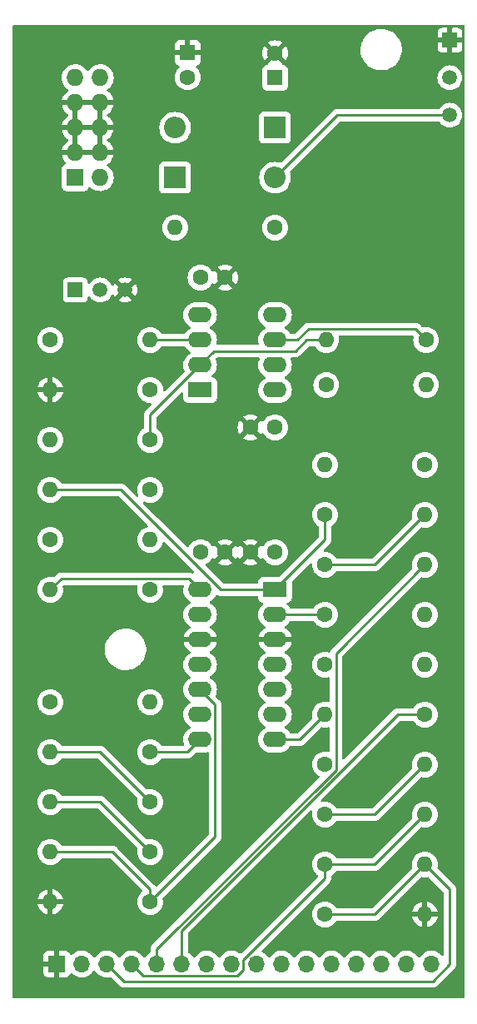
<source format=gbl>
G04 #@! TF.GenerationSoftware,KiCad,Pcbnew,6.0.2-378541a8eb~116~ubuntu20.04.1*
G04 #@! TF.CreationDate,2022-03-12T17:00:12-05:00*
G04 #@! TF.ProjectId,attenuverters_b1,61747465-6e75-4766-9572-746572735f62,rev?*
G04 #@! TF.SameCoordinates,Original*
G04 #@! TF.FileFunction,Copper,L2,Bot*
G04 #@! TF.FilePolarity,Positive*
%FSLAX46Y46*%
G04 Gerber Fmt 4.6, Leading zero omitted, Abs format (unit mm)*
G04 Created by KiCad (PCBNEW 6.0.2-378541a8eb~116~ubuntu20.04.1) date 2022-03-12 17:00:12*
%MOMM*%
%LPD*%
G01*
G04 APERTURE LIST*
G04 #@! TA.AperFunction,ComponentPad*
%ADD10R,1.700000X1.700000*%
G04 #@! TD*
G04 #@! TA.AperFunction,ComponentPad*
%ADD11O,1.700000X1.700000*%
G04 #@! TD*
G04 #@! TA.AperFunction,ComponentPad*
%ADD12C,1.600000*%
G04 #@! TD*
G04 #@! TA.AperFunction,ComponentPad*
%ADD13O,1.600000X1.600000*%
G04 #@! TD*
G04 #@! TA.AperFunction,ComponentPad*
%ADD14R,2.200000X2.200000*%
G04 #@! TD*
G04 #@! TA.AperFunction,ComponentPad*
%ADD15O,2.200000X2.200000*%
G04 #@! TD*
G04 #@! TA.AperFunction,ComponentPad*
%ADD16C,1.500000*%
G04 #@! TD*
G04 #@! TA.AperFunction,ComponentPad*
%ADD17R,1.500000X1.500000*%
G04 #@! TD*
G04 #@! TA.AperFunction,ComponentPad*
%ADD18R,1.727200X1.727200*%
G04 #@! TD*
G04 #@! TA.AperFunction,ComponentPad*
%ADD19O,1.727200X1.727200*%
G04 #@! TD*
G04 #@! TA.AperFunction,ComponentPad*
%ADD20R,1.600000X1.600000*%
G04 #@! TD*
G04 #@! TA.AperFunction,ComponentPad*
%ADD21R,2.400000X1.600000*%
G04 #@! TD*
G04 #@! TA.AperFunction,ComponentPad*
%ADD22O,2.400000X1.600000*%
G04 #@! TD*
G04 #@! TA.AperFunction,Conductor*
%ADD23C,0.250000*%
G04 #@! TD*
G04 APERTURE END LIST*
D10*
G04 #@! TO.P,J1,1,Pin_1*
G04 #@! TO.N,Board_0-GND*
X131499999Y-145999999D03*
D11*
G04 #@! TO.P,J1,2,Pin_2*
G04 #@! TO.N,Board_0-10V_REF*
X134039999Y-145999999D03*
G04 #@! TO.P,J1,3,Pin_3*
G04 #@! TO.N,Board_0-NONINV1*
X136579999Y-145999999D03*
G04 #@! TO.P,J1,4,Pin_4*
G04 #@! TO.N,Board_0-INV1*
X139119999Y-145999999D03*
G04 #@! TO.P,J1,5,Pin_5*
G04 #@! TO.N,Board_0-SUM1*
X141659999Y-145999999D03*
G04 #@! TO.P,J1,6,Pin_6*
G04 #@! TO.N,Board_0-OUT1*
X144199999Y-145999999D03*
G04 #@! TO.P,J1,7,Pin_7*
G04 #@! TO.N,Board_0-NONINV2*
X146739999Y-145999999D03*
G04 #@! TO.P,J1,8,Pin_8*
G04 #@! TO.N,Board_0-INV2*
X149279999Y-145999999D03*
G04 #@! TO.P,J1,9,Pin_9*
G04 #@! TO.N,Board_0-OUTSUM*
X151819999Y-145999999D03*
G04 #@! TO.P,J1,10,Pin_10*
G04 #@! TO.N,Board_0-SUM2*
X154359999Y-145999999D03*
G04 #@! TO.P,J1,11,Pin_11*
G04 #@! TO.N,Board_0-OUT2*
X156899999Y-145999999D03*
G04 #@! TO.P,J1,12,Pin_12*
G04 #@! TO.N,Board_0-SUM3*
X159439999Y-145999999D03*
G04 #@! TO.P,J1,13,Pin_13*
G04 #@! TO.N,Board_0-OUT3*
X161979999Y-145999999D03*
G04 #@! TO.P,J1,14,Pin_14*
G04 #@! TO.N,Board_0-OUT~{SUM}*
X164519999Y-145999999D03*
G04 #@! TO.P,J1,15,Pin_15*
G04 #@! TO.N,Board_0-NONINV3*
X167059999Y-145999999D03*
G04 #@! TO.P,J1,16,Pin_16*
G04 #@! TO.N,Board_0-INV3*
X169599999Y-145999999D03*
G04 #@! TD*
D12*
G04 #@! TO.P,R17,1*
G04 #@! TO.N,Board_0-OUT2*
X130839999Y-119359999D03*
D13*
G04 #@! TO.P,R17,2*
G04 #@! TO.N,Board_0-Net-(R14-Pad1)*
X140999999Y-119359999D03*
G04 #@! TD*
D14*
G04 #@! TO.P,D1,1,K*
G04 #@! TO.N,Board_0-+12V*
X153699999Y-60939999D03*
D15*
G04 #@! TO.P,D1,2,A*
G04 #@! TO.N,Board_0-/+12_IN*
X143539999Y-60939999D03*
G04 #@! TD*
D16*
G04 #@! TO.P,TP2,1,1*
G04 #@! TO.N,Board_0-+12V*
X171479999Y-55859999D03*
G04 #@! TD*
D12*
G04 #@! TO.P,R19,1*
G04 #@! TO.N,Board_0-Net-(R19-Pad1)*
X158779999Y-100309999D03*
D13*
G04 #@! TO.P,R19,2*
G04 #@! TO.N,Board_0-Net-(R10-Pad1)*
X168939999Y-100309999D03*
G04 #@! TD*
D12*
G04 #@! TO.P,C5,1*
G04 #@! TO.N,Board_0-+12V*
X153699999Y-91419999D03*
G04 #@! TO.P,C5,2*
G04 #@! TO.N,Board_0-GND*
X151199999Y-91419999D03*
G04 #@! TD*
G04 #@! TO.P,R23,1*
G04 #@! TO.N,Board_0-OUT~{SUM}*
X168939999Y-95229999D03*
D13*
G04 #@! TO.P,R23,2*
G04 #@! TO.N,Board_0-Net-(R19-Pad1)*
X158779999Y-95229999D03*
G04 #@! TD*
D17*
G04 #@! TO.P,TP1,1,1*
G04 #@! TO.N,Board_0-GND*
X171479999Y-52049999D03*
G04 #@! TD*
D12*
G04 #@! TO.P,R9,1*
G04 #@! TO.N,Board_0-Net-(R15-Pad2)*
X140999999Y-92689999D03*
D13*
G04 #@! TO.P,R9,2*
G04 #@! TO.N,Board_0-INV3*
X130839999Y-92689999D03*
G04 #@! TD*
D12*
G04 #@! TO.P,R2,1*
G04 #@! TO.N,Board_0-NONINV1*
X158779999Y-140949999D03*
D13*
G04 #@! TO.P,R2,2*
G04 #@! TO.N,Board_0-GND*
X168939999Y-140949999D03*
G04 #@! TD*
D12*
G04 #@! TO.P,R21,1*
G04 #@! TO.N,Board_0-Net-(R21-Pad1)*
X130839999Y-102849999D03*
D13*
G04 #@! TO.P,R21,2*
G04 #@! TO.N,Board_0-Net-(R20-Pad1)*
X140999999Y-102849999D03*
G04 #@! TD*
D12*
G04 #@! TO.P,R5,1*
G04 #@! TO.N,Board_0-INV3*
X130839999Y-82529999D03*
D13*
G04 #@! TO.P,R5,2*
G04 #@! TO.N,Board_0-NONINV3*
X140999999Y-82529999D03*
G04 #@! TD*
D18*
G04 #@! TO.P,J7,1,-12V*
G04 #@! TO.N,Board_0-/-12_IN*
X133379999Y-66019999D03*
D19*
G04 #@! TO.P,J7,2,-12V*
X135919999Y-66019999D03*
G04 #@! TO.P,J7,3,GND*
G04 #@! TO.N,Board_0-GND*
X133379999Y-63479999D03*
G04 #@! TO.P,J7,4,GND*
X135919999Y-63479999D03*
G04 #@! TO.P,J7,5,GND*
X133379999Y-60939999D03*
G04 #@! TO.P,J7,6,GND*
X135919999Y-60939999D03*
G04 #@! TO.P,J7,7,GND*
X133379999Y-58399999D03*
G04 #@! TO.P,J7,8,GND*
X135919999Y-58399999D03*
G04 #@! TO.P,J7,9,+12V*
G04 #@! TO.N,Board_0-/+12_IN*
X133379999Y-55859999D03*
G04 #@! TO.P,J7,10,+12V*
X135919999Y-55859999D03*
G04 #@! TD*
D12*
G04 #@! TO.P,R10,1*
G04 #@! TO.N,Board_0-Net-(R10-Pad1)*
X158779999Y-105389999D03*
D13*
G04 #@! TO.P,R10,2*
G04 #@! TO.N,Board_0-SUM1*
X168939999Y-105389999D03*
G04 #@! TD*
D12*
G04 #@! TO.P,C4,1*
G04 #@! TO.N,Board_0-GND*
X148619999Y-104119999D03*
G04 #@! TO.P,C4,2*
G04 #@! TO.N,Board_0--12V*
X146119999Y-104119999D03*
G04 #@! TD*
G04 #@! TO.P,R1,1*
G04 #@! TO.N,Board_0-INV1*
X158779999Y-135869999D03*
D13*
G04 #@! TO.P,R1,2*
G04 #@! TO.N,Board_0-NONINV1*
X168939999Y-135869999D03*
G04 #@! TD*
D12*
G04 #@! TO.P,R16,1*
G04 #@! TO.N,Board_0-OUT1*
X168939999Y-120629999D03*
D13*
G04 #@! TO.P,R16,2*
G04 #@! TO.N,Board_0-Net-(R13-Pad1)*
X158779999Y-120629999D03*
G04 #@! TD*
D12*
G04 #@! TO.P,R4,1*
G04 #@! TO.N,Board_0-NONINV2*
X140999999Y-139679999D03*
D13*
G04 #@! TO.P,R4,2*
G04 #@! TO.N,Board_0-GND*
X130839999Y-139679999D03*
G04 #@! TD*
D12*
G04 #@! TO.P,R11,1*
G04 #@! TO.N,Board_0-Net-(R10-Pad1)*
X158779999Y-110469999D03*
D13*
G04 #@! TO.P,R11,2*
G04 #@! TO.N,Board_0-SUM2*
X168939999Y-110469999D03*
G04 #@! TD*
D12*
G04 #@! TO.P,R6,1*
G04 #@! TO.N,Board_0-NONINV3*
X140999999Y-87609999D03*
D13*
G04 #@! TO.P,R6,2*
G04 #@! TO.N,Board_0-GND*
X130839999Y-87609999D03*
G04 #@! TD*
D16*
G04 #@! TO.P,TP3,1,1*
G04 #@! TO.N,Board_0--12V*
X171479999Y-59669999D03*
G04 #@! TD*
D17*
G04 #@! TO.P,U3,1*
G04 #@! TO.N,N/C*
X133379999Y-77449999D03*
D16*
G04 #@! TO.P,U3,2,K*
G04 #@! TO.N,Board_0-10V_REF*
X135919999Y-77449999D03*
G04 #@! TO.P,U3,3,A*
G04 #@! TO.N,Board_0-GND*
X138459999Y-77449999D03*
G04 #@! TD*
D20*
G04 #@! TO.P,C1,1*
G04 #@! TO.N,Board_0-+12V*
X153699999Y-55859999D03*
D12*
G04 #@! TO.P,C1,2*
G04 #@! TO.N,Board_0-GND*
X153699999Y-53359999D03*
G04 #@! TD*
G04 #@! TO.P,R24,1*
G04 #@! TO.N,Board_0-+12V*
X153699999Y-71099999D03*
D13*
G04 #@! TO.P,R24,2*
G04 #@! TO.N,Board_0-10V_REF*
X143539999Y-71099999D03*
G04 #@! TD*
D12*
G04 #@! TO.P,R7,1*
G04 #@! TO.N,Board_0-Net-(R13-Pad2)*
X158779999Y-130789999D03*
D13*
G04 #@! TO.P,R7,2*
G04 #@! TO.N,Board_0-INV1*
X168939999Y-130789999D03*
G04 #@! TD*
D12*
G04 #@! TO.P,C3,1*
G04 #@! TO.N,Board_0-+12V*
X153699999Y-104119999D03*
G04 #@! TO.P,C3,2*
G04 #@! TO.N,Board_0-GND*
X151199999Y-104119999D03*
G04 #@! TD*
D20*
G04 #@! TO.P,C2,1*
G04 #@! TO.N,Board_0-GND*
X144809999Y-53319999D03*
D12*
G04 #@! TO.P,C2,2*
G04 #@! TO.N,Board_0--12V*
X144809999Y-55819999D03*
G04 #@! TD*
D14*
G04 #@! TO.P,D2,1,K*
G04 #@! TO.N,Board_0-/-12_IN*
X143539999Y-66019999D03*
D15*
G04 #@! TO.P,D2,2,A*
G04 #@! TO.N,Board_0--12V*
X153699999Y-66019999D03*
G04 #@! TD*
D12*
G04 #@! TO.P,R18,1*
G04 #@! TO.N,Board_0-OUT3*
X158906999Y-87101999D03*
D13*
G04 #@! TO.P,R18,2*
G04 #@! TO.N,Board_0-Net-(R15-Pad1)*
X169066999Y-87101999D03*
G04 #@! TD*
D12*
G04 #@! TO.P,C6,1*
G04 #@! TO.N,Board_0-GND*
X148619999Y-76179999D03*
G04 #@! TO.P,C6,2*
G04 #@! TO.N,Board_0--12V*
X146119999Y-76179999D03*
G04 #@! TD*
G04 #@! TO.P,R13,1*
G04 #@! TO.N,Board_0-Net-(R13-Pad1)*
X158779999Y-125709999D03*
D13*
G04 #@! TO.P,R13,2*
G04 #@! TO.N,Board_0-Net-(R13-Pad2)*
X168939999Y-125709999D03*
G04 #@! TD*
D12*
G04 #@! TO.P,R14,1*
G04 #@! TO.N,Board_0-Net-(R14-Pad1)*
X140999999Y-124439999D03*
D13*
G04 #@! TO.P,R14,2*
G04 #@! TO.N,Board_0-Net-(R14-Pad2)*
X130839999Y-124439999D03*
G04 #@! TD*
D12*
G04 #@! TO.P,R22,1*
G04 #@! TO.N,Board_0-OUTSUM*
X140999999Y-107929999D03*
D13*
G04 #@! TO.P,R22,2*
G04 #@! TO.N,Board_0-Net-(R21-Pad1)*
X130839999Y-107929999D03*
G04 #@! TD*
D12*
G04 #@! TO.P,R15,1*
G04 #@! TO.N,Board_0-Net-(R15-Pad1)*
X169066999Y-82529999D03*
D13*
G04 #@! TO.P,R15,2*
G04 #@! TO.N,Board_0-Net-(R15-Pad2)*
X158906999Y-82529999D03*
G04 #@! TD*
D12*
G04 #@! TO.P,R20,1*
G04 #@! TO.N,Board_0-Net-(R20-Pad1)*
X140999999Y-97769999D03*
D13*
G04 #@! TO.P,R20,2*
G04 #@! TO.N,Board_0-Net-(R19-Pad1)*
X130839999Y-97769999D03*
G04 #@! TD*
D21*
G04 #@! TO.P,U2,1,NULL*
G04 #@! TO.N,Board_0-unconnected-(U2-Pad1)*
X146079999Y-87609999D03*
D22*
G04 #@! TO.P,U2,2,-*
G04 #@! TO.N,Board_0-Net-(R15-Pad2)*
X146079999Y-85069999D03*
G04 #@! TO.P,U2,3,+*
G04 #@! TO.N,Board_0-NONINV3*
X146079999Y-82529999D03*
G04 #@! TO.P,U2,4,V-*
G04 #@! TO.N,Board_0--12V*
X146079999Y-79989999D03*
G04 #@! TO.P,U2,5,NULL*
G04 #@! TO.N,Board_0-unconnected-(U2-Pad5)*
X153699999Y-79989999D03*
G04 #@! TO.P,U2,6*
G04 #@! TO.N,Board_0-Net-(R15-Pad1)*
X153699999Y-82529999D03*
G04 #@! TO.P,U2,7,V+*
G04 #@! TO.N,Board_0-+12V*
X153699999Y-85069999D03*
G04 #@! TO.P,U2,8,NC*
G04 #@! TO.N,Board_0-unconnected-(U2-Pad8)*
X153699999Y-87609999D03*
G04 #@! TD*
D21*
G04 #@! TO.P,U1,1*
G04 #@! TO.N,Board_0-Net-(R19-Pad1)*
X153699999Y-107929999D03*
D22*
G04 #@! TO.P,U1,2,-*
G04 #@! TO.N,Board_0-Net-(R10-Pad1)*
X153699999Y-110469999D03*
G04 #@! TO.P,U1,3,+*
G04 #@! TO.N,Board_0-GND*
X153699999Y-113009999D03*
G04 #@! TO.P,U1,4,V+*
G04 #@! TO.N,Board_0-+12V*
X153699999Y-115549999D03*
G04 #@! TO.P,U1,5,+*
G04 #@! TO.N,Board_0-NONINV1*
X153699999Y-118089999D03*
G04 #@! TO.P,U1,6,-*
G04 #@! TO.N,Board_0-Net-(R13-Pad2)*
X153699999Y-120629999D03*
G04 #@! TO.P,U1,7*
G04 #@! TO.N,Board_0-Net-(R13-Pad1)*
X153699999Y-123169999D03*
G04 #@! TO.P,U1,8*
G04 #@! TO.N,Board_0-Net-(R14-Pad1)*
X146079999Y-123169999D03*
G04 #@! TO.P,U1,9,-*
G04 #@! TO.N,Board_0-Net-(R14-Pad2)*
X146079999Y-120629999D03*
G04 #@! TO.P,U1,10,+*
G04 #@! TO.N,Board_0-NONINV2*
X146079999Y-118089999D03*
G04 #@! TO.P,U1,11,V-*
G04 #@! TO.N,Board_0--12V*
X146079999Y-115549999D03*
G04 #@! TO.P,U1,12,+*
G04 #@! TO.N,Board_0-GND*
X146079999Y-113009999D03*
G04 #@! TO.P,U1,13,-*
G04 #@! TO.N,Board_0-Net-(R20-Pad1)*
X146079999Y-110469999D03*
G04 #@! TO.P,U1,14*
G04 #@! TO.N,Board_0-Net-(R21-Pad1)*
X146079999Y-107929999D03*
G04 #@! TD*
D12*
G04 #@! TO.P,R8,1*
G04 #@! TO.N,Board_0-Net-(R14-Pad2)*
X140999999Y-129519999D03*
D13*
G04 #@! TO.P,R8,2*
G04 #@! TO.N,Board_0-INV2*
X130839999Y-129519999D03*
G04 #@! TD*
D12*
G04 #@! TO.P,R12,1*
G04 #@! TO.N,Board_0-Net-(R10-Pad1)*
X158779999Y-115549999D03*
D13*
G04 #@! TO.P,R12,2*
G04 #@! TO.N,Board_0-SUM3*
X168939999Y-115549999D03*
G04 #@! TD*
D12*
G04 #@! TO.P,R3,1*
G04 #@! TO.N,Board_0-INV2*
X140999999Y-134599999D03*
D13*
G04 #@! TO.P,R3,2*
G04 #@! TO.N,Board_0-NONINV2*
X130839999Y-134599999D03*
G04 #@! TD*
D23*
G04 #@! TO.N,Board_0--12V*
X171479999Y-59669999D02*
X160049999Y-59669999D01*
X160049999Y-59669999D02*
X153699999Y-66019999D01*
G04 #@! TO.N,Board_0-INV1*
X142224000Y-147175000D02*
X142226001Y-147172999D01*
X143633997Y-147172999D02*
X143635998Y-147175000D01*
X147306001Y-147172999D02*
X148713997Y-147172999D01*
X144764000Y-147175000D02*
X144766001Y-147172999D01*
X144766001Y-147172999D02*
X146173997Y-147172999D01*
X143635998Y-147175000D02*
X144764000Y-147175000D01*
X150455000Y-145591998D02*
X158779999Y-137266999D01*
X147304000Y-147175000D02*
X147306001Y-147172999D01*
X140292999Y-147172999D02*
X141093997Y-147172999D01*
X149844000Y-147175000D02*
X150455000Y-146564000D01*
X146175998Y-147175000D02*
X147304000Y-147175000D01*
X141095998Y-147175000D02*
X142224000Y-147175000D01*
X146173997Y-147172999D02*
X146175998Y-147175000D01*
X158779999Y-137266999D02*
X158779999Y-135869999D01*
X139119999Y-145999999D02*
X140292999Y-147172999D01*
X141093997Y-147172999D02*
X141095998Y-147175000D01*
X148713997Y-147172999D02*
X148715998Y-147175000D01*
X148715998Y-147175000D02*
X149844000Y-147175000D01*
X158779999Y-135869999D02*
X163859999Y-135869999D01*
X150455000Y-146564000D02*
X150455000Y-145591998D01*
X142226001Y-147172999D02*
X143633997Y-147172999D01*
X163859999Y-135869999D02*
X168939999Y-130789999D01*
G04 #@! TO.N,Board_0-INV2*
X135919999Y-129519999D02*
X140999999Y-134599999D01*
X130839999Y-129519999D02*
X135919999Y-129519999D01*
G04 #@! TO.N,Board_0-NONINV1*
X171479999Y-146029999D02*
X171479999Y-138409999D01*
X138330010Y-147750010D02*
X169759988Y-147750010D01*
X163859999Y-140949999D02*
X168939999Y-135869999D01*
X171479999Y-138409999D02*
X168939999Y-135869999D01*
X158779999Y-140949999D02*
X163859999Y-140949999D01*
X169759988Y-147750010D02*
X171479999Y-146029999D01*
X136579999Y-145999999D02*
X138330010Y-147750010D01*
G04 #@! TO.N,Board_0-NONINV2*
X130839999Y-134599999D02*
X137189999Y-134599999D01*
X146079999Y-118089999D02*
X147605009Y-119615009D01*
X147605009Y-133074989D02*
X140999999Y-139679999D01*
X137189999Y-134599999D02*
X140999999Y-138409999D01*
X147605009Y-119615009D02*
X147605009Y-133074989D01*
X140999999Y-139679999D02*
X140999999Y-138409999D01*
G04 #@! TO.N,Board_0-NONINV3*
X140999999Y-82529999D02*
X146079999Y-82529999D01*
G04 #@! TO.N,Board_0-Net-(R10-Pad1)*
X153699999Y-110469999D02*
X158779999Y-110469999D01*
X163859999Y-105389999D02*
X168939999Y-100309999D01*
X158779999Y-105389999D02*
X163859999Y-105389999D01*
G04 #@! TO.N,Board_0-Net-(R13-Pad1)*
X153699999Y-123169999D02*
X156239999Y-123169999D01*
X156239999Y-123169999D02*
X158779999Y-120629999D01*
G04 #@! TO.N,Board_0-Net-(R13-Pad2)*
X163859999Y-130789999D02*
X168939999Y-125709999D01*
X158779999Y-130789999D02*
X163859999Y-130789999D01*
G04 #@! TO.N,Board_0-Net-(R14-Pad1)*
X144809999Y-124439999D02*
X146079999Y-123169999D01*
X140999999Y-124439999D02*
X144809999Y-124439999D01*
G04 #@! TO.N,Board_0-Net-(R14-Pad2)*
X135919999Y-124439999D02*
X140999999Y-129519999D01*
X130839999Y-124439999D02*
X135919999Y-124439999D01*
G04 #@! TO.N,Board_0-Net-(R15-Pad1)*
X153699999Y-82529999D02*
X155985999Y-82529999D01*
X167941998Y-81404998D02*
X169066999Y-82529999D01*
X155985999Y-82529999D02*
X157111000Y-81404998D01*
X157111000Y-81404998D02*
X167941998Y-81404998D01*
G04 #@! TO.N,Board_0-Net-(R15-Pad2)*
X147494989Y-83655009D02*
X146079999Y-85069999D01*
X155749989Y-83655009D02*
X147494989Y-83655009D01*
X156874999Y-82529999D02*
X155749989Y-83655009D01*
X158906999Y-82529999D02*
X156874999Y-82529999D01*
X140999999Y-92689999D02*
X140999999Y-90149999D01*
X140999999Y-90149999D02*
X146079999Y-85069999D01*
G04 #@! TO.N,Board_0-Net-(R19-Pad1)*
X138030997Y-97769999D02*
X148190997Y-107929999D01*
X158779999Y-102849999D02*
X158779999Y-100309999D01*
X153699999Y-107929999D02*
X158779999Y-102849999D01*
X130839999Y-97769999D02*
X138030997Y-97769999D01*
X148190997Y-107929999D02*
X153699999Y-107929999D01*
G04 #@! TO.N,Board_0-Net-(R21-Pad1)*
X144954998Y-106804998D02*
X146079999Y-107929999D01*
X130839999Y-107929999D02*
X131965000Y-106804998D01*
X131965000Y-106804998D02*
X144954998Y-106804998D01*
G04 #@! TO.N,Board_0-OUT1*
X144199999Y-142591412D02*
X166161412Y-120629999D01*
X144199999Y-145999999D02*
X144199999Y-142591412D01*
X166161412Y-120629999D02*
X168939999Y-120629999D01*
G04 #@! TO.N,Board_0-SUM1*
X159905000Y-126250001D02*
X159905000Y-114424998D01*
X141659999Y-144495002D02*
X159905000Y-126250001D01*
X159905000Y-114424998D02*
X168939999Y-105389999D01*
X141659999Y-145999999D02*
X141659999Y-144495002D01*
G04 #@! TD*
G04 #@! TA.AperFunction,Conductor*
G04 #@! TO.N,Board_0-GND*
G36*
X172934120Y-50528001D02*
G01*
X172980613Y-50581657D01*
X172991999Y-50633999D01*
X172991999Y-55816693D01*
X172979474Y-55859349D01*
X172989529Y-55878478D01*
X172991999Y-55903305D01*
X172991999Y-59626693D01*
X172979474Y-59669349D01*
X172989529Y-59688478D01*
X172991999Y-59713305D01*
X172991999Y-149365999D01*
X172971997Y-149434120D01*
X172918341Y-149480613D01*
X172865999Y-149491999D01*
X127133999Y-149491999D01*
X127065878Y-149471997D01*
X127019385Y-149418341D01*
X127007999Y-149365999D01*
X127007999Y-146894668D01*
X130142000Y-146894668D01*
X130142370Y-146901489D01*
X130147894Y-146952351D01*
X130151520Y-146967603D01*
X130196675Y-147088053D01*
X130205213Y-147103648D01*
X130281714Y-147205723D01*
X130294275Y-147218284D01*
X130396350Y-147294785D01*
X130411945Y-147303323D01*
X130532393Y-147348477D01*
X130547648Y-147352104D01*
X130598513Y-147357630D01*
X130605327Y-147357999D01*
X131227884Y-147357999D01*
X131243123Y-147353524D01*
X131244328Y-147352134D01*
X131245999Y-147344451D01*
X131245999Y-147339883D01*
X131753999Y-147339883D01*
X131758474Y-147355122D01*
X131759864Y-147356327D01*
X131767547Y-147357998D01*
X132394668Y-147357998D01*
X132401489Y-147357628D01*
X132452351Y-147352104D01*
X132467603Y-147348478D01*
X132588053Y-147303323D01*
X132603648Y-147294785D01*
X132705723Y-147218284D01*
X132718284Y-147205723D01*
X132794785Y-147103648D01*
X132803323Y-147088053D01*
X132844224Y-146978951D01*
X132886866Y-146922187D01*
X132953427Y-146897487D01*
X133022776Y-146912695D01*
X133057443Y-146940683D01*
X133082864Y-146970030D01*
X133082868Y-146970034D01*
X133086249Y-146973937D01*
X133258125Y-147116631D01*
X133450999Y-147229337D01*
X133659691Y-147309029D01*
X133664759Y-147310060D01*
X133664762Y-147310061D01*
X133772011Y-147331881D01*
X133878596Y-147353566D01*
X133883771Y-147353756D01*
X133883773Y-147353756D01*
X134096672Y-147361563D01*
X134096676Y-147361563D01*
X134101836Y-147361752D01*
X134106956Y-147361096D01*
X134106958Y-147361096D01*
X134318287Y-147334024D01*
X134318288Y-147334024D01*
X134323415Y-147333367D01*
X134369826Y-147319443D01*
X134532428Y-147270660D01*
X134532433Y-147270658D01*
X134537383Y-147269173D01*
X134737993Y-147170895D01*
X134919859Y-147041172D01*
X134953235Y-147007913D01*
X135020700Y-146940683D01*
X135078095Y-146883488D01*
X135208452Y-146702076D01*
X135209775Y-146703027D01*
X135256644Y-146659856D01*
X135326579Y-146647624D01*
X135392025Y-146675143D01*
X135419874Y-146706993D01*
X135479986Y-146805087D01*
X135626249Y-146973937D01*
X135798125Y-147116631D01*
X135990999Y-147229337D01*
X136199691Y-147309029D01*
X136204759Y-147310060D01*
X136204762Y-147310061D01*
X136312011Y-147331881D01*
X136418596Y-147353566D01*
X136423771Y-147353756D01*
X136423773Y-147353756D01*
X136636672Y-147361563D01*
X136636676Y-147361563D01*
X136641836Y-147361752D01*
X136646956Y-147361096D01*
X136646958Y-147361096D01*
X136858287Y-147334024D01*
X136858288Y-147334024D01*
X136863415Y-147333367D01*
X136868366Y-147331882D01*
X136868369Y-147331881D01*
X136909828Y-147319443D01*
X136980824Y-147319027D01*
X137035130Y-147351034D01*
X137826353Y-148142257D01*
X137833897Y-148150547D01*
X137838010Y-148157028D01*
X137843787Y-148162453D01*
X137887677Y-148203668D01*
X137890519Y-148206423D01*
X137910240Y-148226144D01*
X137913435Y-148228622D01*
X137922457Y-148236328D01*
X137954689Y-148266596D01*
X137961638Y-148270416D01*
X137972442Y-148276356D01*
X137988966Y-148287209D01*
X138004969Y-148299623D01*
X138045553Y-148317186D01*
X138056183Y-148322393D01*
X138094950Y-148343705D01*
X138102627Y-148345676D01*
X138102632Y-148345678D01*
X138114568Y-148348742D01*
X138133276Y-148355147D01*
X138151865Y-148363191D01*
X138159693Y-148364431D01*
X138159700Y-148364433D01*
X138195534Y-148370109D01*
X138207154Y-148372515D01*
X138238969Y-148380683D01*
X138249980Y-148383510D01*
X138270234Y-148383510D01*
X138289944Y-148385061D01*
X138309953Y-148388230D01*
X138317845Y-148387484D01*
X138336590Y-148385712D01*
X138353972Y-148384069D01*
X138365829Y-148383510D01*
X169681221Y-148383510D01*
X169692404Y-148384037D01*
X169699897Y-148385712D01*
X169707823Y-148385463D01*
X169707824Y-148385463D01*
X169767974Y-148383572D01*
X169771933Y-148383510D01*
X169799844Y-148383510D01*
X169803779Y-148383013D01*
X169803844Y-148383005D01*
X169815681Y-148382072D01*
X169847939Y-148381058D01*
X169851958Y-148380932D01*
X169859877Y-148380683D01*
X169879331Y-148375031D01*
X169898688Y-148371023D01*
X169910918Y-148369478D01*
X169910919Y-148369478D01*
X169918785Y-148368484D01*
X169926156Y-148365565D01*
X169926158Y-148365565D01*
X169959900Y-148352206D01*
X169971130Y-148348361D01*
X170005971Y-148338239D01*
X170005972Y-148338239D01*
X170013581Y-148336028D01*
X170020400Y-148331995D01*
X170020405Y-148331993D01*
X170031016Y-148325717D01*
X170048764Y-148317022D01*
X170067605Y-148309562D01*
X170087975Y-148294763D01*
X170103375Y-148283574D01*
X170113295Y-148277058D01*
X170144523Y-148258590D01*
X170144526Y-148258588D01*
X170151350Y-148254552D01*
X170165671Y-148240231D01*
X170180705Y-148227390D01*
X170182420Y-148226144D01*
X170197095Y-148215482D01*
X170225286Y-148181405D01*
X170233276Y-148172626D01*
X171872252Y-146533651D01*
X171880538Y-146526111D01*
X171887017Y-146521999D01*
X171933643Y-146472347D01*
X171936397Y-146469506D01*
X171956134Y-146449769D01*
X171958614Y-146446572D01*
X171966319Y-146437550D01*
X171991158Y-146411099D01*
X171996585Y-146405320D01*
X172000404Y-146398374D01*
X172000406Y-146398371D01*
X172006347Y-146387565D01*
X172017198Y-146371046D01*
X172024757Y-146361300D01*
X172029613Y-146355040D01*
X172032758Y-146347771D01*
X172032761Y-146347767D01*
X172047173Y-146314462D01*
X172052390Y-146303812D01*
X172073694Y-146265059D01*
X172078732Y-146245436D01*
X172085136Y-146226733D01*
X172090032Y-146215419D01*
X172090032Y-146215418D01*
X172093180Y-146208144D01*
X172094419Y-146200321D01*
X172094422Y-146200311D01*
X172100098Y-146164475D01*
X172102504Y-146152855D01*
X172111527Y-146117710D01*
X172111527Y-146117709D01*
X172113499Y-146110029D01*
X172113499Y-146089775D01*
X172115050Y-146070064D01*
X172116979Y-146057885D01*
X172118219Y-146050056D01*
X172114058Y-146006037D01*
X172113499Y-145994180D01*
X172113499Y-138488762D01*
X172114026Y-138477578D01*
X172115700Y-138470090D01*
X172113561Y-138402031D01*
X172113499Y-138398074D01*
X172113499Y-138370143D01*
X172112993Y-138366137D01*
X172112060Y-138354291D01*
X172110921Y-138318036D01*
X172110672Y-138310109D01*
X172105021Y-138290657D01*
X172101013Y-138271305D01*
X172099467Y-138259067D01*
X172099466Y-138259065D01*
X172098473Y-138251202D01*
X172082193Y-138210085D01*
X172078358Y-138198884D01*
X172066017Y-138156405D01*
X172061984Y-138149586D01*
X172061982Y-138149581D01*
X172055706Y-138138970D01*
X172047009Y-138121220D01*
X172039551Y-138102382D01*
X172013570Y-138066622D01*
X172007052Y-138056700D01*
X171988577Y-138025459D01*
X171988573Y-138025454D01*
X171984541Y-138018636D01*
X171970217Y-138004312D01*
X171957375Y-137989277D01*
X171950130Y-137979305D01*
X171945471Y-137972892D01*
X171911405Y-137944710D01*
X171902626Y-137936721D01*
X170249151Y-136283246D01*
X170215125Y-136220934D01*
X170216539Y-136161540D01*
X170233542Y-136098086D01*
X170253497Y-135869999D01*
X170233542Y-135641912D01*
X170181636Y-135448196D01*
X170175706Y-135426066D01*
X170175705Y-135426064D01*
X170174283Y-135420756D01*
X170171960Y-135415774D01*
X170079848Y-135218237D01*
X170079845Y-135218232D01*
X170077522Y-135213250D01*
X170004097Y-135108388D01*
X169949356Y-135030210D01*
X169949354Y-135030207D01*
X169946197Y-135025699D01*
X169784299Y-134863801D01*
X169779791Y-134860644D01*
X169779788Y-134860642D01*
X169701610Y-134805901D01*
X169596748Y-134732476D01*
X169591766Y-134730153D01*
X169591761Y-134730150D01*
X169394224Y-134638038D01*
X169394223Y-134638038D01*
X169389242Y-134635715D01*
X169383934Y-134634293D01*
X169383932Y-134634292D01*
X169173401Y-134577880D01*
X169173399Y-134577880D01*
X169168086Y-134576456D01*
X168939999Y-134556501D01*
X168711912Y-134576456D01*
X168706599Y-134577880D01*
X168706597Y-134577880D01*
X168496066Y-134634292D01*
X168496064Y-134634293D01*
X168490756Y-134635715D01*
X168485775Y-134638038D01*
X168485774Y-134638038D01*
X168288237Y-134730150D01*
X168288232Y-134730153D01*
X168283250Y-134732476D01*
X168178388Y-134805901D01*
X168100210Y-134860642D01*
X168100207Y-134860644D01*
X168095699Y-134863801D01*
X167933801Y-135025699D01*
X167930644Y-135030207D01*
X167930642Y-135030210D01*
X167875901Y-135108388D01*
X167802476Y-135213250D01*
X167800153Y-135218232D01*
X167800150Y-135218237D01*
X167708038Y-135415774D01*
X167705715Y-135420756D01*
X167704293Y-135426064D01*
X167704292Y-135426066D01*
X167698362Y-135448196D01*
X167646456Y-135641912D01*
X167626501Y-135869999D01*
X167646456Y-136098086D01*
X167647879Y-136103397D01*
X167647881Y-136103408D01*
X167663458Y-136161540D01*
X167661769Y-136232516D01*
X167630848Y-136283246D01*
X165623436Y-138290657D01*
X163634499Y-140279594D01*
X163572187Y-140313620D01*
X163545404Y-140316499D01*
X159999393Y-140316499D01*
X159931272Y-140296497D01*
X159896180Y-140262770D01*
X159789356Y-140110210D01*
X159789354Y-140110207D01*
X159786197Y-140105699D01*
X159624299Y-139943801D01*
X159619791Y-139940644D01*
X159619788Y-139940642D01*
X159541610Y-139885901D01*
X159436748Y-139812476D01*
X159431766Y-139810153D01*
X159431761Y-139810150D01*
X159234224Y-139718038D01*
X159234223Y-139718038D01*
X159229242Y-139715715D01*
X159223934Y-139714293D01*
X159223932Y-139714292D01*
X159013401Y-139657880D01*
X159013399Y-139657880D01*
X159008086Y-139656456D01*
X158779999Y-139636501D01*
X158551912Y-139656456D01*
X158546599Y-139657880D01*
X158546597Y-139657880D01*
X158336066Y-139714292D01*
X158336064Y-139714293D01*
X158330756Y-139715715D01*
X158325775Y-139718038D01*
X158325774Y-139718038D01*
X158128237Y-139810150D01*
X158128232Y-139810153D01*
X158123250Y-139812476D01*
X158018388Y-139885901D01*
X157940210Y-139940642D01*
X157940207Y-139940644D01*
X157935699Y-139943801D01*
X157773801Y-140105699D01*
X157770644Y-140110207D01*
X157770642Y-140110210D01*
X157715901Y-140188388D01*
X157642476Y-140293250D01*
X157640153Y-140298232D01*
X157640150Y-140298237D01*
X157548038Y-140495774D01*
X157545715Y-140500756D01*
X157544293Y-140506064D01*
X157544292Y-140506066D01*
X157495179Y-140689356D01*
X157486456Y-140721912D01*
X157466501Y-140949999D01*
X157486456Y-141178086D01*
X157487880Y-141183399D01*
X157487880Y-141183401D01*
X157540933Y-141381394D01*
X157545715Y-141399242D01*
X157548038Y-141404223D01*
X157548038Y-141404224D01*
X157640150Y-141601761D01*
X157640153Y-141601766D01*
X157642476Y-141606748D01*
X157773801Y-141794299D01*
X157935699Y-141956197D01*
X157940207Y-141959354D01*
X157940210Y-141959356D01*
X158018388Y-142014097D01*
X158123250Y-142087522D01*
X158128232Y-142089845D01*
X158128237Y-142089848D01*
X158324764Y-142181489D01*
X158330756Y-142184283D01*
X158336064Y-142185705D01*
X158336066Y-142185706D01*
X158546597Y-142242118D01*
X158546599Y-142242118D01*
X158551912Y-142243542D01*
X158779999Y-142263497D01*
X159008086Y-142243542D01*
X159013399Y-142242118D01*
X159013401Y-142242118D01*
X159223932Y-142185706D01*
X159223934Y-142185705D01*
X159229242Y-142184283D01*
X159235234Y-142181489D01*
X159431761Y-142089848D01*
X159431766Y-142089845D01*
X159436748Y-142087522D01*
X159541610Y-142014097D01*
X159619788Y-141959356D01*
X159619791Y-141959354D01*
X159624299Y-141956197D01*
X159786197Y-141794299D01*
X159896180Y-141637228D01*
X159951637Y-141592900D01*
X159999393Y-141583499D01*
X163781232Y-141583499D01*
X163792415Y-141584026D01*
X163799908Y-141585701D01*
X163807834Y-141585452D01*
X163807835Y-141585452D01*
X163867985Y-141583561D01*
X163871944Y-141583499D01*
X163899855Y-141583499D01*
X163903790Y-141583002D01*
X163903855Y-141582994D01*
X163915692Y-141582061D01*
X163947950Y-141581047D01*
X163951969Y-141580921D01*
X163959888Y-141580672D01*
X163979342Y-141575020D01*
X163998699Y-141571012D01*
X164010929Y-141569467D01*
X164010930Y-141569467D01*
X164018796Y-141568473D01*
X164026167Y-141565554D01*
X164026169Y-141565554D01*
X164059911Y-141552195D01*
X164071141Y-141548350D01*
X164105982Y-141538228D01*
X164105983Y-141538228D01*
X164113592Y-141536017D01*
X164120411Y-141531984D01*
X164120416Y-141531982D01*
X164131027Y-141525706D01*
X164148775Y-141517011D01*
X164167616Y-141509551D01*
X164203386Y-141483563D01*
X164213306Y-141477047D01*
X164244534Y-141458579D01*
X164244537Y-141458577D01*
X164251361Y-141454541D01*
X164265682Y-141440220D01*
X164280716Y-141427379D01*
X164290693Y-141420130D01*
X164297106Y-141415471D01*
X164325297Y-141381394D01*
X164333287Y-141372615D01*
X164489381Y-141216521D01*
X167657272Y-141216521D01*
X167704763Y-141393760D01*
X167708509Y-141404052D01*
X167800585Y-141601510D01*
X167806068Y-141611006D01*
X167931027Y-141789466D01*
X167938083Y-141797874D01*
X168092124Y-141951915D01*
X168100532Y-141958971D01*
X168278992Y-142083930D01*
X168288488Y-142089413D01*
X168485946Y-142181489D01*
X168496238Y-142185235D01*
X168668502Y-142231393D01*
X168682598Y-142231057D01*
X168685999Y-142223115D01*
X168685999Y-142217966D01*
X169193999Y-142217966D01*
X169197972Y-142231497D01*
X169206521Y-142232726D01*
X169383760Y-142185235D01*
X169394052Y-142181489D01*
X169591510Y-142089413D01*
X169601006Y-142083930D01*
X169779466Y-141958971D01*
X169787874Y-141951915D01*
X169941915Y-141797874D01*
X169948971Y-141789466D01*
X170073930Y-141611006D01*
X170079413Y-141601510D01*
X170171489Y-141404052D01*
X170175235Y-141393760D01*
X170221393Y-141221496D01*
X170221057Y-141207400D01*
X170213115Y-141203999D01*
X169212114Y-141203999D01*
X169196875Y-141208474D01*
X169195670Y-141209864D01*
X169193999Y-141217547D01*
X169193999Y-142217966D01*
X168685999Y-142217966D01*
X168685999Y-141222114D01*
X168681524Y-141206875D01*
X168680134Y-141205670D01*
X168672451Y-141203999D01*
X167672032Y-141203999D01*
X167658501Y-141207972D01*
X167657272Y-141216521D01*
X164489381Y-141216521D01*
X165027400Y-140678502D01*
X167658605Y-140678502D01*
X167658941Y-140692598D01*
X167666883Y-140695999D01*
X168667884Y-140695999D01*
X168683123Y-140691524D01*
X168684328Y-140690134D01*
X168685999Y-140682451D01*
X168685999Y-140677884D01*
X169193999Y-140677884D01*
X169198474Y-140693123D01*
X169199864Y-140694328D01*
X169207547Y-140695999D01*
X170207966Y-140695999D01*
X170221497Y-140692026D01*
X170222726Y-140683477D01*
X170175235Y-140506238D01*
X170171489Y-140495946D01*
X170079413Y-140298488D01*
X170073930Y-140288992D01*
X169948971Y-140110532D01*
X169941915Y-140102124D01*
X169787874Y-139948083D01*
X169779466Y-139941027D01*
X169601006Y-139816068D01*
X169591510Y-139810585D01*
X169394052Y-139718509D01*
X169383760Y-139714763D01*
X169211496Y-139668605D01*
X169197400Y-139668941D01*
X169193999Y-139676883D01*
X169193999Y-140677884D01*
X168685999Y-140677884D01*
X168685999Y-139682032D01*
X168682026Y-139668501D01*
X168673477Y-139667272D01*
X168496238Y-139714763D01*
X168485946Y-139718509D01*
X168288488Y-139810585D01*
X168278992Y-139816068D01*
X168100532Y-139941027D01*
X168092124Y-139948083D01*
X167938083Y-140102124D01*
X167931027Y-140110532D01*
X167806068Y-140288992D01*
X167800585Y-140298488D01*
X167708509Y-140495946D01*
X167704763Y-140506238D01*
X167658605Y-140678502D01*
X165027400Y-140678502D01*
X168526751Y-137179151D01*
X168589063Y-137145125D01*
X168648458Y-137146540D01*
X168706590Y-137162117D01*
X168706601Y-137162119D01*
X168711912Y-137163542D01*
X168939999Y-137183497D01*
X169168086Y-137163542D01*
X169173397Y-137162119D01*
X169173408Y-137162117D01*
X169231540Y-137146540D01*
X169302516Y-137148229D01*
X169353247Y-137179151D01*
X170809594Y-138635498D01*
X170843620Y-138697810D01*
X170846499Y-138724593D01*
X170846499Y-145025551D01*
X170826497Y-145093672D01*
X170772841Y-145140165D01*
X170702567Y-145150269D01*
X170637987Y-145120775D01*
X170627305Y-145110350D01*
X170533150Y-145006875D01*
X170533144Y-145006869D01*
X170529669Y-145003050D01*
X170525618Y-144999851D01*
X170525614Y-144999847D01*
X170358413Y-144867799D01*
X170358409Y-144867797D01*
X170354358Y-144864597D01*
X170349830Y-144862097D01*
X170233987Y-144798149D01*
X170158788Y-144756637D01*
X170153919Y-144754913D01*
X170153915Y-144754911D01*
X169953086Y-144683794D01*
X169953082Y-144683793D01*
X169948211Y-144682068D01*
X169943118Y-144681161D01*
X169943115Y-144681160D01*
X169733372Y-144643799D01*
X169733366Y-144643798D01*
X169728283Y-144642893D01*
X169654451Y-144641991D01*
X169510080Y-144640227D01*
X169510078Y-144640227D01*
X169504910Y-144640164D01*
X169284090Y-144673954D01*
X169071755Y-144743356D01*
X169044765Y-144757406D01*
X168897974Y-144833821D01*
X168873606Y-144846506D01*
X168869473Y-144849609D01*
X168869470Y-144849611D01*
X168701326Y-144975857D01*
X168694964Y-144980634D01*
X168540628Y-145142137D01*
X168433200Y-145299620D01*
X168378292Y-145344620D01*
X168307767Y-145352791D01*
X168244020Y-145321537D01*
X168223323Y-145297053D01*
X168142821Y-145172616D01*
X168142819Y-145172613D01*
X168140013Y-145168276D01*
X167989669Y-145003050D01*
X167985618Y-144999851D01*
X167985614Y-144999847D01*
X167818413Y-144867799D01*
X167818409Y-144867797D01*
X167814358Y-144864597D01*
X167809830Y-144862097D01*
X167693987Y-144798149D01*
X167618788Y-144756637D01*
X167613919Y-144754913D01*
X167613915Y-144754911D01*
X167413086Y-144683794D01*
X167413082Y-144683793D01*
X167408211Y-144682068D01*
X167403118Y-144681161D01*
X167403115Y-144681160D01*
X167193372Y-144643799D01*
X167193366Y-144643798D01*
X167188283Y-144642893D01*
X167114451Y-144641991D01*
X166970080Y-144640227D01*
X166970078Y-144640227D01*
X166964910Y-144640164D01*
X166744090Y-144673954D01*
X166531755Y-144743356D01*
X166504765Y-144757406D01*
X166357974Y-144833821D01*
X166333606Y-144846506D01*
X166329473Y-144849609D01*
X166329470Y-144849611D01*
X166161326Y-144975857D01*
X166154964Y-144980634D01*
X166000628Y-145142137D01*
X165893200Y-145299620D01*
X165838292Y-145344620D01*
X165767767Y-145352791D01*
X165704020Y-145321537D01*
X165683323Y-145297053D01*
X165602821Y-145172616D01*
X165602819Y-145172613D01*
X165600013Y-145168276D01*
X165449669Y-145003050D01*
X165445618Y-144999851D01*
X165445614Y-144999847D01*
X165278413Y-144867799D01*
X165278409Y-144867797D01*
X165274358Y-144864597D01*
X165269830Y-144862097D01*
X165153987Y-144798149D01*
X165078788Y-144756637D01*
X165073919Y-144754913D01*
X165073915Y-144754911D01*
X164873086Y-144683794D01*
X164873082Y-144683793D01*
X164868211Y-144682068D01*
X164863118Y-144681161D01*
X164863115Y-144681160D01*
X164653372Y-144643799D01*
X164653366Y-144643798D01*
X164648283Y-144642893D01*
X164574451Y-144641991D01*
X164430080Y-144640227D01*
X164430078Y-144640227D01*
X164424910Y-144640164D01*
X164204090Y-144673954D01*
X163991755Y-144743356D01*
X163964765Y-144757406D01*
X163817974Y-144833821D01*
X163793606Y-144846506D01*
X163789473Y-144849609D01*
X163789470Y-144849611D01*
X163621326Y-144975857D01*
X163614964Y-144980634D01*
X163460628Y-145142137D01*
X163353200Y-145299620D01*
X163298292Y-145344620D01*
X163227767Y-145352791D01*
X163164020Y-145321537D01*
X163143323Y-145297053D01*
X163062821Y-145172616D01*
X163062819Y-145172613D01*
X163060013Y-145168276D01*
X162909669Y-145003050D01*
X162905618Y-144999851D01*
X162905614Y-144999847D01*
X162738413Y-144867799D01*
X162738409Y-144867797D01*
X162734358Y-144864597D01*
X162729830Y-144862097D01*
X162613987Y-144798149D01*
X162538788Y-144756637D01*
X162533919Y-144754913D01*
X162533915Y-144754911D01*
X162333086Y-144683794D01*
X162333082Y-144683793D01*
X162328211Y-144682068D01*
X162323118Y-144681161D01*
X162323115Y-144681160D01*
X162113372Y-144643799D01*
X162113366Y-144643798D01*
X162108283Y-144642893D01*
X162034451Y-144641991D01*
X161890080Y-144640227D01*
X161890078Y-144640227D01*
X161884910Y-144640164D01*
X161664090Y-144673954D01*
X161451755Y-144743356D01*
X161424765Y-144757406D01*
X161277974Y-144833821D01*
X161253606Y-144846506D01*
X161249473Y-144849609D01*
X161249470Y-144849611D01*
X161081326Y-144975857D01*
X161074964Y-144980634D01*
X160920628Y-145142137D01*
X160813200Y-145299620D01*
X160758292Y-145344620D01*
X160687767Y-145352791D01*
X160624020Y-145321537D01*
X160603323Y-145297053D01*
X160522821Y-145172616D01*
X160522819Y-145172613D01*
X160520013Y-145168276D01*
X160369669Y-145003050D01*
X160365618Y-144999851D01*
X160365614Y-144999847D01*
X160198413Y-144867799D01*
X160198409Y-144867797D01*
X160194358Y-144864597D01*
X160189830Y-144862097D01*
X160073987Y-144798149D01*
X159998788Y-144756637D01*
X159993919Y-144754913D01*
X159993915Y-144754911D01*
X159793086Y-144683794D01*
X159793082Y-144683793D01*
X159788211Y-144682068D01*
X159783118Y-144681161D01*
X159783115Y-144681160D01*
X159573372Y-144643799D01*
X159573366Y-144643798D01*
X159568283Y-144642893D01*
X159494451Y-144641991D01*
X159350080Y-144640227D01*
X159350078Y-144640227D01*
X159344910Y-144640164D01*
X159124090Y-144673954D01*
X158911755Y-144743356D01*
X158884765Y-144757406D01*
X158737974Y-144833821D01*
X158713606Y-144846506D01*
X158709473Y-144849609D01*
X158709470Y-144849611D01*
X158541326Y-144975857D01*
X158534964Y-144980634D01*
X158380628Y-145142137D01*
X158273200Y-145299620D01*
X158218292Y-145344620D01*
X158147767Y-145352791D01*
X158084020Y-145321537D01*
X158063323Y-145297053D01*
X157982821Y-145172616D01*
X157982819Y-145172613D01*
X157980013Y-145168276D01*
X157829669Y-145003050D01*
X157825618Y-144999851D01*
X157825614Y-144999847D01*
X157658413Y-144867799D01*
X157658409Y-144867797D01*
X157654358Y-144864597D01*
X157649830Y-144862097D01*
X157533987Y-144798149D01*
X157458788Y-144756637D01*
X157453919Y-144754913D01*
X157453915Y-144754911D01*
X157253086Y-144683794D01*
X157253082Y-144683793D01*
X157248211Y-144682068D01*
X157243118Y-144681161D01*
X157243115Y-144681160D01*
X157033372Y-144643799D01*
X157033366Y-144643798D01*
X157028283Y-144642893D01*
X156954451Y-144641991D01*
X156810080Y-144640227D01*
X156810078Y-144640227D01*
X156804910Y-144640164D01*
X156584090Y-144673954D01*
X156371755Y-144743356D01*
X156344765Y-144757406D01*
X156197974Y-144833821D01*
X156173606Y-144846506D01*
X156169473Y-144849609D01*
X156169470Y-144849611D01*
X156001326Y-144975857D01*
X155994964Y-144980634D01*
X155840628Y-145142137D01*
X155733200Y-145299620D01*
X155678292Y-145344620D01*
X155607767Y-145352791D01*
X155544020Y-145321537D01*
X155523323Y-145297053D01*
X155442821Y-145172616D01*
X155442819Y-145172613D01*
X155440013Y-145168276D01*
X155289669Y-145003050D01*
X155285618Y-144999851D01*
X155285614Y-144999847D01*
X155118413Y-144867799D01*
X155118409Y-144867797D01*
X155114358Y-144864597D01*
X155109830Y-144862097D01*
X154993987Y-144798149D01*
X154918788Y-144756637D01*
X154913919Y-144754913D01*
X154913915Y-144754911D01*
X154713086Y-144683794D01*
X154713082Y-144683793D01*
X154708211Y-144682068D01*
X154703118Y-144681161D01*
X154703115Y-144681160D01*
X154493372Y-144643799D01*
X154493366Y-144643798D01*
X154488283Y-144642893D01*
X154414451Y-144641991D01*
X154270080Y-144640227D01*
X154270078Y-144640227D01*
X154264910Y-144640164D01*
X154044090Y-144673954D01*
X153831755Y-144743356D01*
X153804765Y-144757406D01*
X153657974Y-144833821D01*
X153633606Y-144846506D01*
X153629473Y-144849609D01*
X153629470Y-144849611D01*
X153461326Y-144975857D01*
X153454964Y-144980634D01*
X153300628Y-145142137D01*
X153193200Y-145299620D01*
X153138292Y-145344620D01*
X153067767Y-145352791D01*
X153004020Y-145321537D01*
X152983323Y-145297053D01*
X152902821Y-145172616D01*
X152902819Y-145172613D01*
X152900013Y-145168276D01*
X152749669Y-145003050D01*
X152745618Y-144999851D01*
X152745614Y-144999847D01*
X152578413Y-144867799D01*
X152578409Y-144867797D01*
X152574358Y-144864597D01*
X152569834Y-144862099D01*
X152569830Y-144862097D01*
X152401392Y-144769114D01*
X152351422Y-144718682D01*
X152336650Y-144649239D01*
X152361766Y-144582834D01*
X152373191Y-144569711D01*
X159172246Y-137770656D01*
X159180536Y-137763112D01*
X159187017Y-137758999D01*
X159233658Y-137709331D01*
X159236412Y-137706490D01*
X159256133Y-137686769D01*
X159258611Y-137683574D01*
X159266317Y-137674552D01*
X159291157Y-137648100D01*
X159296585Y-137642320D01*
X159306345Y-137624567D01*
X159317198Y-137608044D01*
X159324752Y-137598305D01*
X159329612Y-137592040D01*
X159347175Y-137551456D01*
X159352382Y-137540826D01*
X159373694Y-137502059D01*
X159375665Y-137494382D01*
X159375667Y-137494377D01*
X159378731Y-137482441D01*
X159385137Y-137463729D01*
X159390033Y-137452416D01*
X159393180Y-137445144D01*
X159400096Y-137401480D01*
X159402503Y-137389859D01*
X159411527Y-137354710D01*
X159411527Y-137354709D01*
X159413499Y-137347029D01*
X159413499Y-137326768D01*
X159415050Y-137307057D01*
X159416978Y-137294884D01*
X159418218Y-137287056D01*
X159414058Y-137243045D01*
X159413499Y-137231188D01*
X159413499Y-137089393D01*
X159433501Y-137021272D01*
X159467228Y-136986180D01*
X159619788Y-136879356D01*
X159619791Y-136879354D01*
X159624299Y-136876197D01*
X159786197Y-136714299D01*
X159896180Y-136557228D01*
X159951637Y-136512900D01*
X159999393Y-136503499D01*
X163781232Y-136503499D01*
X163792415Y-136504026D01*
X163799908Y-136505701D01*
X163807834Y-136505452D01*
X163807835Y-136505452D01*
X163867985Y-136503561D01*
X163871944Y-136503499D01*
X163899855Y-136503499D01*
X163903790Y-136503002D01*
X163903855Y-136502994D01*
X163915692Y-136502061D01*
X163947950Y-136501047D01*
X163951969Y-136500921D01*
X163959888Y-136500672D01*
X163979342Y-136495020D01*
X163998699Y-136491012D01*
X164010929Y-136489467D01*
X164010930Y-136489467D01*
X164018796Y-136488473D01*
X164026167Y-136485554D01*
X164026169Y-136485554D01*
X164059911Y-136472195D01*
X164071141Y-136468350D01*
X164105982Y-136458228D01*
X164105983Y-136458228D01*
X164113592Y-136456017D01*
X164120411Y-136451984D01*
X164120416Y-136451982D01*
X164131027Y-136445706D01*
X164148775Y-136437011D01*
X164167616Y-136429551D01*
X164203386Y-136403563D01*
X164213306Y-136397047D01*
X164244534Y-136378579D01*
X164244537Y-136378577D01*
X164251361Y-136374541D01*
X164265682Y-136360220D01*
X164280716Y-136347379D01*
X164290693Y-136340130D01*
X164297106Y-136335471D01*
X164325297Y-136301394D01*
X164333287Y-136292615D01*
X168526751Y-132099151D01*
X168589063Y-132065125D01*
X168648458Y-132066540D01*
X168706590Y-132082117D01*
X168706601Y-132082119D01*
X168711912Y-132083542D01*
X168939999Y-132103497D01*
X169168086Y-132083542D01*
X169173399Y-132082118D01*
X169173401Y-132082118D01*
X169383932Y-132025706D01*
X169383934Y-132025705D01*
X169389242Y-132024283D01*
X169394224Y-132021960D01*
X169591761Y-131929848D01*
X169591766Y-131929845D01*
X169596748Y-131927522D01*
X169701610Y-131854097D01*
X169779788Y-131799356D01*
X169779791Y-131799354D01*
X169784299Y-131796197D01*
X169946197Y-131634299D01*
X170077522Y-131446748D01*
X170079845Y-131441766D01*
X170079848Y-131441761D01*
X170171960Y-131244224D01*
X170171960Y-131244223D01*
X170174283Y-131239242D01*
X170179066Y-131221394D01*
X170232118Y-131023401D01*
X170232118Y-131023399D01*
X170233542Y-131018086D01*
X170253497Y-130789999D01*
X170233542Y-130561912D01*
X170190483Y-130401213D01*
X170175706Y-130346066D01*
X170175705Y-130346064D01*
X170174283Y-130340756D01*
X170171960Y-130335774D01*
X170079848Y-130138237D01*
X170079845Y-130138232D01*
X170077522Y-130133250D01*
X170004097Y-130028388D01*
X169949356Y-129950210D01*
X169949354Y-129950207D01*
X169946197Y-129945699D01*
X169784299Y-129783801D01*
X169779791Y-129780644D01*
X169779788Y-129780642D01*
X169701610Y-129725901D01*
X169596748Y-129652476D01*
X169591766Y-129650153D01*
X169591761Y-129650150D01*
X169394224Y-129558038D01*
X169394223Y-129558038D01*
X169389242Y-129555715D01*
X169383934Y-129554293D01*
X169383932Y-129554292D01*
X169173401Y-129497880D01*
X169173399Y-129497880D01*
X169168086Y-129496456D01*
X168939999Y-129476501D01*
X168711912Y-129496456D01*
X168706599Y-129497880D01*
X168706597Y-129497880D01*
X168496066Y-129554292D01*
X168496064Y-129554293D01*
X168490756Y-129555715D01*
X168485775Y-129558038D01*
X168485774Y-129558038D01*
X168288237Y-129650150D01*
X168288232Y-129650153D01*
X168283250Y-129652476D01*
X168178388Y-129725901D01*
X168100210Y-129780642D01*
X168100207Y-129780644D01*
X168095699Y-129783801D01*
X167933801Y-129945699D01*
X167930644Y-129950207D01*
X167930642Y-129950210D01*
X167875901Y-130028388D01*
X167802476Y-130133250D01*
X167800153Y-130138232D01*
X167800150Y-130138237D01*
X167708038Y-130335774D01*
X167705715Y-130340756D01*
X167704293Y-130346064D01*
X167704292Y-130346066D01*
X167689515Y-130401213D01*
X167646456Y-130561912D01*
X167626501Y-130789999D01*
X167646456Y-131018086D01*
X167647879Y-131023397D01*
X167647881Y-131023408D01*
X167663458Y-131081540D01*
X167661769Y-131152516D01*
X167630847Y-131203247D01*
X165630493Y-133203600D01*
X163634499Y-135199594D01*
X163572187Y-135233620D01*
X163545404Y-135236499D01*
X159999393Y-135236499D01*
X159931272Y-135216497D01*
X159896180Y-135182770D01*
X159789356Y-135030210D01*
X159789354Y-135030207D01*
X159786197Y-135025699D01*
X159624299Y-134863801D01*
X159619791Y-134860644D01*
X159619788Y-134860642D01*
X159541610Y-134805901D01*
X159436748Y-134732476D01*
X159431766Y-134730153D01*
X159431761Y-134730150D01*
X159234224Y-134638038D01*
X159234223Y-134638038D01*
X159229242Y-134635715D01*
X159223934Y-134634293D01*
X159223932Y-134634292D01*
X159013401Y-134577880D01*
X159013399Y-134577880D01*
X159008086Y-134576456D01*
X158779999Y-134556501D01*
X158551912Y-134576456D01*
X158546599Y-134577880D01*
X158546597Y-134577880D01*
X158336066Y-134634292D01*
X158336064Y-134634293D01*
X158330756Y-134635715D01*
X158325775Y-134638038D01*
X158325774Y-134638038D01*
X158128237Y-134730150D01*
X158128232Y-134730153D01*
X158123250Y-134732476D01*
X158018388Y-134805901D01*
X157940210Y-134860642D01*
X157940207Y-134860644D01*
X157935699Y-134863801D01*
X157773801Y-135025699D01*
X157770644Y-135030207D01*
X157770642Y-135030210D01*
X157715901Y-135108388D01*
X157642476Y-135213250D01*
X157640153Y-135218232D01*
X157640150Y-135218237D01*
X157548038Y-135415774D01*
X157545715Y-135420756D01*
X157544293Y-135426064D01*
X157544292Y-135426066D01*
X157538362Y-135448196D01*
X157486456Y-135641912D01*
X157466501Y-135869999D01*
X157486456Y-136098086D01*
X157487879Y-136103397D01*
X157487880Y-136103401D01*
X157540933Y-136301394D01*
X157545715Y-136319242D01*
X157548038Y-136324223D01*
X157548038Y-136324224D01*
X157640150Y-136521761D01*
X157640153Y-136521766D01*
X157642476Y-136526748D01*
X157773801Y-136714299D01*
X157935699Y-136876197D01*
X157940207Y-136879354D01*
X157940210Y-136879356D01*
X158012198Y-136929763D01*
X158056527Y-136985221D01*
X158063835Y-137055840D01*
X158029022Y-137122071D01*
X150254478Y-144896615D01*
X150192166Y-144930641D01*
X150121351Y-144925576D01*
X150087290Y-144906401D01*
X150074899Y-144896615D01*
X150034358Y-144864597D01*
X149838788Y-144756637D01*
X149833919Y-144754913D01*
X149833915Y-144754911D01*
X149633086Y-144683794D01*
X149633082Y-144683793D01*
X149628211Y-144682068D01*
X149623118Y-144681161D01*
X149623115Y-144681160D01*
X149413372Y-144643799D01*
X149413366Y-144643798D01*
X149408283Y-144642893D01*
X149334451Y-144641991D01*
X149190080Y-144640227D01*
X149190078Y-144640227D01*
X149184910Y-144640164D01*
X148964090Y-144673954D01*
X148751755Y-144743356D01*
X148724765Y-144757406D01*
X148577974Y-144833821D01*
X148553606Y-144846506D01*
X148549473Y-144849609D01*
X148549470Y-144849611D01*
X148381326Y-144975857D01*
X148374964Y-144980634D01*
X148220628Y-145142137D01*
X148113200Y-145299620D01*
X148058292Y-145344620D01*
X147987767Y-145352791D01*
X147924020Y-145321537D01*
X147903323Y-145297053D01*
X147822821Y-145172616D01*
X147822819Y-145172613D01*
X147820013Y-145168276D01*
X147669669Y-145003050D01*
X147665618Y-144999851D01*
X147665614Y-144999847D01*
X147498413Y-144867799D01*
X147498409Y-144867797D01*
X147494358Y-144864597D01*
X147489830Y-144862097D01*
X147373987Y-144798149D01*
X147298788Y-144756637D01*
X147293919Y-144754913D01*
X147293915Y-144754911D01*
X147093086Y-144683794D01*
X147093082Y-144683793D01*
X147088211Y-144682068D01*
X147083118Y-144681161D01*
X147083115Y-144681160D01*
X146873372Y-144643799D01*
X146873366Y-144643798D01*
X146868283Y-144642893D01*
X146794451Y-144641991D01*
X146650080Y-144640227D01*
X146650078Y-144640227D01*
X146644910Y-144640164D01*
X146424090Y-144673954D01*
X146211755Y-144743356D01*
X146184765Y-144757406D01*
X146037974Y-144833821D01*
X146013606Y-144846506D01*
X146009473Y-144849609D01*
X146009470Y-144849611D01*
X145841326Y-144975857D01*
X145834964Y-144980634D01*
X145680628Y-145142137D01*
X145573200Y-145299620D01*
X145518292Y-145344620D01*
X145447767Y-145352791D01*
X145384020Y-145321537D01*
X145363323Y-145297053D01*
X145282821Y-145172616D01*
X145282819Y-145172613D01*
X145280013Y-145168276D01*
X145129669Y-145003050D01*
X145125618Y-144999851D01*
X145125614Y-144999847D01*
X144958413Y-144867799D01*
X144958409Y-144867797D01*
X144954358Y-144864597D01*
X144949834Y-144862100D01*
X144949830Y-144862097D01*
X144898607Y-144833821D01*
X144848635Y-144783389D01*
X144833499Y-144723512D01*
X144833499Y-142906006D01*
X144853501Y-142837885D01*
X144870404Y-142816911D01*
X157286103Y-130401212D01*
X157348414Y-130367187D01*
X157419229Y-130372252D01*
X157476065Y-130414799D01*
X157500876Y-130481319D01*
X157496904Y-130522919D01*
X157486456Y-130561912D01*
X157466501Y-130789999D01*
X157486456Y-131018086D01*
X157487880Y-131023399D01*
X157487880Y-131023401D01*
X157540933Y-131221394D01*
X157545715Y-131239242D01*
X157548038Y-131244223D01*
X157548038Y-131244224D01*
X157640150Y-131441761D01*
X157640153Y-131441766D01*
X157642476Y-131446748D01*
X157773801Y-131634299D01*
X157935699Y-131796197D01*
X157940207Y-131799354D01*
X157940210Y-131799356D01*
X158018388Y-131854097D01*
X158123250Y-131927522D01*
X158128232Y-131929845D01*
X158128237Y-131929848D01*
X158325774Y-132021960D01*
X158330756Y-132024283D01*
X158336064Y-132025705D01*
X158336066Y-132025706D01*
X158546597Y-132082118D01*
X158546599Y-132082118D01*
X158551912Y-132083542D01*
X158779999Y-132103497D01*
X159008086Y-132083542D01*
X159013399Y-132082118D01*
X159013401Y-132082118D01*
X159223932Y-132025706D01*
X159223934Y-132025705D01*
X159229242Y-132024283D01*
X159234224Y-132021960D01*
X159431761Y-131929848D01*
X159431766Y-131929845D01*
X159436748Y-131927522D01*
X159541610Y-131854097D01*
X159619788Y-131799356D01*
X159619791Y-131799354D01*
X159624299Y-131796197D01*
X159786197Y-131634299D01*
X159896180Y-131477228D01*
X159951637Y-131432900D01*
X159999393Y-131423499D01*
X163781232Y-131423499D01*
X163792415Y-131424026D01*
X163799908Y-131425701D01*
X163807834Y-131425452D01*
X163807835Y-131425452D01*
X163867985Y-131423561D01*
X163871944Y-131423499D01*
X163899855Y-131423499D01*
X163903790Y-131423002D01*
X163903855Y-131422994D01*
X163915692Y-131422061D01*
X163947950Y-131421047D01*
X163951969Y-131420921D01*
X163959888Y-131420672D01*
X163979342Y-131415020D01*
X163998699Y-131411012D01*
X164010929Y-131409467D01*
X164010930Y-131409467D01*
X164018796Y-131408473D01*
X164026167Y-131405554D01*
X164026169Y-131405554D01*
X164059911Y-131392195D01*
X164071141Y-131388350D01*
X164105982Y-131378228D01*
X164105983Y-131378228D01*
X164113592Y-131376017D01*
X164120411Y-131371984D01*
X164120416Y-131371982D01*
X164131027Y-131365706D01*
X164148775Y-131357011D01*
X164167616Y-131349551D01*
X164203386Y-131323563D01*
X164213306Y-131317047D01*
X164244534Y-131298579D01*
X164244537Y-131298577D01*
X164251361Y-131294541D01*
X164265682Y-131280220D01*
X164280716Y-131267379D01*
X164290693Y-131260130D01*
X164297106Y-131255471D01*
X164325297Y-131221394D01*
X164333287Y-131212615D01*
X168526751Y-127019151D01*
X168589063Y-126985125D01*
X168648458Y-126986540D01*
X168706590Y-127002117D01*
X168706601Y-127002119D01*
X168711912Y-127003542D01*
X168939999Y-127023497D01*
X169168086Y-127003542D01*
X169173399Y-127002118D01*
X169173401Y-127002118D01*
X169383932Y-126945706D01*
X169383934Y-126945705D01*
X169389242Y-126944283D01*
X169462585Y-126910083D01*
X169591761Y-126849848D01*
X169591766Y-126849845D01*
X169596748Y-126847522D01*
X169701610Y-126774097D01*
X169779788Y-126719356D01*
X169779791Y-126719354D01*
X169784299Y-126716197D01*
X169946197Y-126554299D01*
X170077522Y-126366748D01*
X170079845Y-126361766D01*
X170079848Y-126361761D01*
X170171960Y-126164224D01*
X170171960Y-126164223D01*
X170174283Y-126159242D01*
X170197522Y-126072516D01*
X170232118Y-125943401D01*
X170232118Y-125943399D01*
X170233542Y-125938086D01*
X170253497Y-125709999D01*
X170233542Y-125481912D01*
X170181636Y-125288196D01*
X170175706Y-125266066D01*
X170175705Y-125266064D01*
X170174283Y-125260756D01*
X170132370Y-125170873D01*
X170079848Y-125058237D01*
X170079845Y-125058232D01*
X170077522Y-125053250D01*
X169969770Y-124899365D01*
X169949356Y-124870210D01*
X169949354Y-124870207D01*
X169946197Y-124865699D01*
X169784299Y-124703801D01*
X169779791Y-124700644D01*
X169779788Y-124700642D01*
X169701610Y-124645901D01*
X169596748Y-124572476D01*
X169591766Y-124570153D01*
X169591761Y-124570150D01*
X169394224Y-124478038D01*
X169394223Y-124478038D01*
X169389242Y-124475715D01*
X169383934Y-124474293D01*
X169383932Y-124474292D01*
X169173401Y-124417880D01*
X169173399Y-124417880D01*
X169168086Y-124416456D01*
X168939999Y-124396501D01*
X168711912Y-124416456D01*
X168706599Y-124417880D01*
X168706597Y-124417880D01*
X168496066Y-124474292D01*
X168496064Y-124474293D01*
X168490756Y-124475715D01*
X168485775Y-124478038D01*
X168485774Y-124478038D01*
X168288237Y-124570150D01*
X168288232Y-124570153D01*
X168283250Y-124572476D01*
X168178388Y-124645901D01*
X168100210Y-124700642D01*
X168100207Y-124700644D01*
X168095699Y-124703801D01*
X167933801Y-124865699D01*
X167930644Y-124870207D01*
X167930642Y-124870210D01*
X167910228Y-124899365D01*
X167802476Y-125053250D01*
X167800153Y-125058232D01*
X167800150Y-125058237D01*
X167747628Y-125170873D01*
X167705715Y-125260756D01*
X167704293Y-125266064D01*
X167704292Y-125266066D01*
X167698362Y-125288196D01*
X167646456Y-125481912D01*
X167626501Y-125709999D01*
X167646456Y-125938086D01*
X167647879Y-125943397D01*
X167647881Y-125943408D01*
X167663458Y-126001540D01*
X167661769Y-126072516D01*
X167630847Y-126123247D01*
X163634499Y-130119594D01*
X163572187Y-130153620D01*
X163545404Y-130156499D01*
X159999393Y-130156499D01*
X159931272Y-130136497D01*
X159896180Y-130102770D01*
X159789356Y-129950210D01*
X159789354Y-129950207D01*
X159786197Y-129945699D01*
X159624299Y-129783801D01*
X159619791Y-129780644D01*
X159619788Y-129780642D01*
X159541610Y-129725901D01*
X159436748Y-129652476D01*
X159431766Y-129650153D01*
X159431761Y-129650150D01*
X159234224Y-129558038D01*
X159234223Y-129558038D01*
X159229242Y-129555715D01*
X159223934Y-129554293D01*
X159223932Y-129554292D01*
X159013401Y-129497880D01*
X159013399Y-129497880D01*
X159008086Y-129496456D01*
X158779999Y-129476501D01*
X158551912Y-129496456D01*
X158512920Y-129506904D01*
X158441944Y-129505214D01*
X158383148Y-129465420D01*
X158355200Y-129400156D01*
X158366973Y-129330142D01*
X158391214Y-129296102D01*
X166386912Y-121300404D01*
X166449224Y-121266378D01*
X166476007Y-121263499D01*
X167720605Y-121263499D01*
X167788726Y-121283501D01*
X167823818Y-121317228D01*
X167933801Y-121474299D01*
X168095699Y-121636197D01*
X168100207Y-121639354D01*
X168100210Y-121639356D01*
X168178388Y-121694097D01*
X168283250Y-121767522D01*
X168288232Y-121769845D01*
X168288237Y-121769848D01*
X168448498Y-121844578D01*
X168490756Y-121864283D01*
X168496064Y-121865705D01*
X168496066Y-121865706D01*
X168706597Y-121922118D01*
X168706599Y-121922118D01*
X168711912Y-121923542D01*
X168939999Y-121943497D01*
X169168086Y-121923542D01*
X169173399Y-121922118D01*
X169173401Y-121922118D01*
X169383932Y-121865706D01*
X169383934Y-121865705D01*
X169389242Y-121864283D01*
X169431500Y-121844578D01*
X169591761Y-121769848D01*
X169591766Y-121769845D01*
X169596748Y-121767522D01*
X169701610Y-121694097D01*
X169779788Y-121639356D01*
X169779791Y-121639354D01*
X169784299Y-121636197D01*
X169946197Y-121474299D01*
X170077522Y-121286748D01*
X170079845Y-121281766D01*
X170079848Y-121281761D01*
X170171960Y-121084224D01*
X170171960Y-121084223D01*
X170174283Y-121079242D01*
X170216540Y-120921540D01*
X170232118Y-120863401D01*
X170232119Y-120863397D01*
X170233542Y-120858086D01*
X170253497Y-120629999D01*
X170233542Y-120401912D01*
X170181418Y-120207383D01*
X170175706Y-120186066D01*
X170175705Y-120186064D01*
X170174283Y-120180756D01*
X170161163Y-120152619D01*
X170079848Y-119978237D01*
X170079845Y-119978232D01*
X170077522Y-119973250D01*
X170004097Y-119868388D01*
X169949356Y-119790210D01*
X169949354Y-119790207D01*
X169946197Y-119785699D01*
X169784299Y-119623801D01*
X169779791Y-119620644D01*
X169779788Y-119620642D01*
X169640405Y-119523045D01*
X169596748Y-119492476D01*
X169591766Y-119490153D01*
X169591761Y-119490150D01*
X169394224Y-119398038D01*
X169394223Y-119398038D01*
X169389242Y-119395715D01*
X169383934Y-119394293D01*
X169383932Y-119394292D01*
X169173401Y-119337880D01*
X169173399Y-119337880D01*
X169168086Y-119336456D01*
X168939999Y-119316501D01*
X168711912Y-119336456D01*
X168706599Y-119337880D01*
X168706597Y-119337880D01*
X168496066Y-119394292D01*
X168496064Y-119394293D01*
X168490756Y-119395715D01*
X168485775Y-119398038D01*
X168485774Y-119398038D01*
X168288237Y-119490150D01*
X168288232Y-119490153D01*
X168283250Y-119492476D01*
X168239593Y-119523045D01*
X168100210Y-119620642D01*
X168100207Y-119620644D01*
X168095699Y-119623801D01*
X167933801Y-119785699D01*
X167930644Y-119790207D01*
X167930642Y-119790210D01*
X167823818Y-119942770D01*
X167768361Y-119987098D01*
X167720605Y-119996499D01*
X166240179Y-119996499D01*
X166228996Y-119995972D01*
X166221503Y-119994297D01*
X166213577Y-119994546D01*
X166213576Y-119994546D01*
X166153426Y-119996437D01*
X166149467Y-119996499D01*
X166121556Y-119996499D01*
X166117622Y-119996996D01*
X166117621Y-119996996D01*
X166117556Y-119997004D01*
X166105719Y-119997937D01*
X166073902Y-119998937D01*
X166069441Y-119999077D01*
X166061522Y-119999326D01*
X166043866Y-120004455D01*
X166042070Y-120004977D01*
X166022718Y-120008985D01*
X166015647Y-120009879D01*
X166002615Y-120011525D01*
X165995246Y-120014442D01*
X165995244Y-120014443D01*
X165961509Y-120027799D01*
X165950281Y-120031644D01*
X165907819Y-120043981D01*
X165900996Y-120048016D01*
X165900994Y-120048017D01*
X165890384Y-120054292D01*
X165872636Y-120062987D01*
X165853795Y-120070447D01*
X165847379Y-120075109D01*
X165847378Y-120075109D01*
X165818025Y-120096435D01*
X165808105Y-120102951D01*
X165776877Y-120121419D01*
X165776874Y-120121421D01*
X165770050Y-120125457D01*
X165755729Y-120139778D01*
X165740696Y-120152618D01*
X165724305Y-120164527D01*
X165696114Y-120198604D01*
X165688124Y-120207383D01*
X160753595Y-125141912D01*
X160691283Y-125175938D01*
X160620468Y-125170873D01*
X160563632Y-125128326D01*
X160538821Y-125061806D01*
X160538500Y-125052817D01*
X160538500Y-115549999D01*
X167626501Y-115549999D01*
X167646456Y-115778086D01*
X167647880Y-115783399D01*
X167647880Y-115783401D01*
X167651306Y-115796185D01*
X167705715Y-115999242D01*
X167708038Y-116004223D01*
X167708038Y-116004224D01*
X167800150Y-116201761D01*
X167800153Y-116201766D01*
X167802476Y-116206748D01*
X167933801Y-116394299D01*
X168095699Y-116556197D01*
X168100207Y-116559354D01*
X168100210Y-116559356D01*
X168178388Y-116614097D01*
X168283250Y-116687522D01*
X168288232Y-116689845D01*
X168288237Y-116689848D01*
X168448498Y-116764578D01*
X168490756Y-116784283D01*
X168496064Y-116785705D01*
X168496066Y-116785706D01*
X168706597Y-116842118D01*
X168706599Y-116842118D01*
X168711912Y-116843542D01*
X168939999Y-116863497D01*
X169168086Y-116843542D01*
X169173399Y-116842118D01*
X169173401Y-116842118D01*
X169383932Y-116785706D01*
X169383934Y-116785705D01*
X169389242Y-116784283D01*
X169431500Y-116764578D01*
X169591761Y-116689848D01*
X169591766Y-116689845D01*
X169596748Y-116687522D01*
X169701610Y-116614097D01*
X169779788Y-116559356D01*
X169779791Y-116559354D01*
X169784299Y-116556197D01*
X169946197Y-116394299D01*
X170077522Y-116206748D01*
X170079845Y-116201766D01*
X170079848Y-116201761D01*
X170171960Y-116004224D01*
X170171960Y-116004223D01*
X170174283Y-115999242D01*
X170228693Y-115796185D01*
X170232118Y-115783401D01*
X170232118Y-115783399D01*
X170233542Y-115778086D01*
X170253497Y-115549999D01*
X170233542Y-115321912D01*
X170174283Y-115100756D01*
X170119279Y-114982798D01*
X170079848Y-114898237D01*
X170079845Y-114898232D01*
X170077522Y-114893250D01*
X169953338Y-114715897D01*
X169949356Y-114710210D01*
X169949354Y-114710207D01*
X169946197Y-114705699D01*
X169784299Y-114543801D01*
X169779791Y-114540644D01*
X169779788Y-114540642D01*
X169701610Y-114485901D01*
X169596748Y-114412476D01*
X169591766Y-114410153D01*
X169591761Y-114410150D01*
X169394224Y-114318038D01*
X169394223Y-114318038D01*
X169389242Y-114315715D01*
X169383934Y-114314293D01*
X169383932Y-114314292D01*
X169173401Y-114257880D01*
X169173399Y-114257880D01*
X169168086Y-114256456D01*
X168939999Y-114236501D01*
X168711912Y-114256456D01*
X168706599Y-114257880D01*
X168706597Y-114257880D01*
X168496066Y-114314292D01*
X168496064Y-114314293D01*
X168490756Y-114315715D01*
X168485775Y-114318038D01*
X168485774Y-114318038D01*
X168288237Y-114410150D01*
X168288232Y-114410153D01*
X168283250Y-114412476D01*
X168178388Y-114485901D01*
X168100210Y-114540642D01*
X168100207Y-114540644D01*
X168095699Y-114543801D01*
X167933801Y-114705699D01*
X167930644Y-114710207D01*
X167930642Y-114710210D01*
X167926660Y-114715897D01*
X167802476Y-114893250D01*
X167800153Y-114898232D01*
X167800150Y-114898237D01*
X167760719Y-114982798D01*
X167705715Y-115100756D01*
X167646456Y-115321912D01*
X167626501Y-115549999D01*
X160538500Y-115549999D01*
X160538500Y-114739592D01*
X160558502Y-114671471D01*
X160575405Y-114650497D01*
X164755903Y-110469999D01*
X167626501Y-110469999D01*
X167646456Y-110698086D01*
X167705715Y-110919242D01*
X167708038Y-110924223D01*
X167708038Y-110924224D01*
X167800150Y-111121761D01*
X167800153Y-111121766D01*
X167802476Y-111126748D01*
X167933801Y-111314299D01*
X168095699Y-111476197D01*
X168100207Y-111479354D01*
X168100210Y-111479356D01*
X168178388Y-111534097D01*
X168283250Y-111607522D01*
X168288232Y-111609845D01*
X168288237Y-111609848D01*
X168485774Y-111701960D01*
X168490756Y-111704283D01*
X168496064Y-111705705D01*
X168496066Y-111705706D01*
X168706597Y-111762118D01*
X168706599Y-111762118D01*
X168711912Y-111763542D01*
X168939999Y-111783497D01*
X169168086Y-111763542D01*
X169173399Y-111762118D01*
X169173401Y-111762118D01*
X169383932Y-111705706D01*
X169383934Y-111705705D01*
X169389242Y-111704283D01*
X169394224Y-111701960D01*
X169591761Y-111609848D01*
X169591766Y-111609845D01*
X169596748Y-111607522D01*
X169701610Y-111534097D01*
X169779788Y-111479356D01*
X169779791Y-111479354D01*
X169784299Y-111476197D01*
X169946197Y-111314299D01*
X170077522Y-111126748D01*
X170079845Y-111121766D01*
X170079848Y-111121761D01*
X170171960Y-110924224D01*
X170171960Y-110924223D01*
X170174283Y-110919242D01*
X170233542Y-110698086D01*
X170253497Y-110469999D01*
X170233542Y-110241912D01*
X170174283Y-110020756D01*
X170171960Y-110015774D01*
X170079848Y-109818237D01*
X170079845Y-109818232D01*
X170077522Y-109813250D01*
X169946197Y-109625699D01*
X169784299Y-109463801D01*
X169779791Y-109460644D01*
X169779788Y-109460642D01*
X169701610Y-109405901D01*
X169596748Y-109332476D01*
X169591766Y-109330153D01*
X169591761Y-109330150D01*
X169394224Y-109238038D01*
X169394223Y-109238038D01*
X169389242Y-109235715D01*
X169383934Y-109234293D01*
X169383932Y-109234292D01*
X169173401Y-109177880D01*
X169173399Y-109177880D01*
X169168086Y-109176456D01*
X168939999Y-109156501D01*
X168711912Y-109176456D01*
X168706599Y-109177880D01*
X168706597Y-109177880D01*
X168496066Y-109234292D01*
X168496064Y-109234293D01*
X168490756Y-109235715D01*
X168485775Y-109238038D01*
X168485774Y-109238038D01*
X168288237Y-109330150D01*
X168288232Y-109330153D01*
X168283250Y-109332476D01*
X168178388Y-109405901D01*
X168100210Y-109460642D01*
X168100207Y-109460644D01*
X168095699Y-109463801D01*
X167933801Y-109625699D01*
X167802476Y-109813250D01*
X167800153Y-109818232D01*
X167800150Y-109818237D01*
X167708038Y-110015774D01*
X167705715Y-110020756D01*
X167646456Y-110241912D01*
X167626501Y-110469999D01*
X164755903Y-110469999D01*
X168526751Y-106699151D01*
X168589063Y-106665125D01*
X168648458Y-106666540D01*
X168706590Y-106682117D01*
X168706601Y-106682119D01*
X168711912Y-106683542D01*
X168939999Y-106703497D01*
X169168086Y-106683542D01*
X169173399Y-106682118D01*
X169173401Y-106682118D01*
X169383932Y-106625706D01*
X169383934Y-106625705D01*
X169389242Y-106624283D01*
X169394421Y-106621868D01*
X169591761Y-106529848D01*
X169591766Y-106529845D01*
X169596748Y-106527522D01*
X169769585Y-106406500D01*
X169779788Y-106399356D01*
X169779791Y-106399354D01*
X169784299Y-106396197D01*
X169946197Y-106234299D01*
X169949703Y-106229293D01*
X170032989Y-106110347D01*
X170077522Y-106046748D01*
X170079845Y-106041766D01*
X170079848Y-106041761D01*
X170171960Y-105844224D01*
X170171960Y-105844223D01*
X170174283Y-105839242D01*
X170179066Y-105821394D01*
X170232118Y-105623401D01*
X170232118Y-105623399D01*
X170233542Y-105618086D01*
X170253497Y-105389999D01*
X170233542Y-105161912D01*
X170181636Y-104968196D01*
X170175706Y-104946066D01*
X170175705Y-104946064D01*
X170174283Y-104940756D01*
X170171960Y-104935774D01*
X170079848Y-104738237D01*
X170079845Y-104738232D01*
X170077522Y-104733250D01*
X169998729Y-104620722D01*
X169949356Y-104550210D01*
X169949354Y-104550207D01*
X169946197Y-104545699D01*
X169784299Y-104383801D01*
X169779791Y-104380644D01*
X169779788Y-104380642D01*
X169701610Y-104325901D01*
X169596748Y-104252476D01*
X169591766Y-104250153D01*
X169591761Y-104250150D01*
X169394224Y-104158038D01*
X169394223Y-104158038D01*
X169389242Y-104155715D01*
X169383934Y-104154293D01*
X169383932Y-104154292D01*
X169173401Y-104097880D01*
X169173399Y-104097880D01*
X169168086Y-104096456D01*
X168939999Y-104076501D01*
X168711912Y-104096456D01*
X168706599Y-104097880D01*
X168706597Y-104097880D01*
X168496066Y-104154292D01*
X168496064Y-104154293D01*
X168490756Y-104155715D01*
X168485775Y-104158038D01*
X168485774Y-104158038D01*
X168288237Y-104250150D01*
X168288232Y-104250153D01*
X168283250Y-104252476D01*
X168178388Y-104325901D01*
X168100210Y-104380642D01*
X168100207Y-104380644D01*
X168095699Y-104383801D01*
X167933801Y-104545699D01*
X167930644Y-104550207D01*
X167930642Y-104550210D01*
X167881269Y-104620722D01*
X167802476Y-104733250D01*
X167800153Y-104738232D01*
X167800150Y-104738237D01*
X167708038Y-104935774D01*
X167705715Y-104940756D01*
X167704293Y-104946064D01*
X167704292Y-104946066D01*
X167698362Y-104968196D01*
X167646456Y-105161912D01*
X167626501Y-105389999D01*
X167646456Y-105618086D01*
X167647879Y-105623397D01*
X167647881Y-105623408D01*
X167663458Y-105681540D01*
X167661769Y-105752516D01*
X167630847Y-105803247D01*
X159512747Y-113921346D01*
X159504461Y-113928886D01*
X159497982Y-113932998D01*
X159492557Y-113938775D01*
X159451357Y-113982649D01*
X159448602Y-113985491D01*
X159428865Y-114005228D01*
X159426385Y-114008425D01*
X159418682Y-114017445D01*
X159388414Y-114049677D01*
X159384595Y-114056623D01*
X159384593Y-114056626D01*
X159378652Y-114067432D01*
X159367801Y-114083951D01*
X159355386Y-114099957D01*
X159352241Y-114107226D01*
X159352238Y-114107230D01*
X159337826Y-114140535D01*
X159332609Y-114151185D01*
X159311305Y-114189938D01*
X159309334Y-114197613D01*
X159309334Y-114197614D01*
X159307472Y-114204867D01*
X159271157Y-114265873D01*
X159207625Y-114297561D01*
X159152822Y-114295238D01*
X159008086Y-114256456D01*
X158779999Y-114236501D01*
X158551912Y-114256456D01*
X158546599Y-114257880D01*
X158546597Y-114257880D01*
X158336066Y-114314292D01*
X158336064Y-114314293D01*
X158330756Y-114315715D01*
X158325775Y-114318038D01*
X158325774Y-114318038D01*
X158128237Y-114410150D01*
X158128232Y-114410153D01*
X158123250Y-114412476D01*
X158018388Y-114485901D01*
X157940210Y-114540642D01*
X157940207Y-114540644D01*
X157935699Y-114543801D01*
X157773801Y-114705699D01*
X157770644Y-114710207D01*
X157770642Y-114710210D01*
X157766660Y-114715897D01*
X157642476Y-114893250D01*
X157640153Y-114898232D01*
X157640150Y-114898237D01*
X157600719Y-114982798D01*
X157545715Y-115100756D01*
X157486456Y-115321912D01*
X157466501Y-115549999D01*
X157486456Y-115778086D01*
X157487880Y-115783399D01*
X157487880Y-115783401D01*
X157491306Y-115796185D01*
X157545715Y-115999242D01*
X157548038Y-116004223D01*
X157548038Y-116004224D01*
X157640150Y-116201761D01*
X157640153Y-116201766D01*
X157642476Y-116206748D01*
X157773801Y-116394299D01*
X157935699Y-116556197D01*
X157940207Y-116559354D01*
X157940210Y-116559356D01*
X158018388Y-116614097D01*
X158123250Y-116687522D01*
X158128232Y-116689845D01*
X158128237Y-116689848D01*
X158288498Y-116764578D01*
X158330756Y-116784283D01*
X158336064Y-116785705D01*
X158336066Y-116785706D01*
X158546597Y-116842118D01*
X158546599Y-116842118D01*
X158551912Y-116843542D01*
X158779999Y-116863497D01*
X159008086Y-116843542D01*
X159013399Y-116842118D01*
X159013401Y-116842118D01*
X159112889Y-116815460D01*
X159183865Y-116817150D01*
X159242661Y-116856944D01*
X159270609Y-116922208D01*
X159271500Y-116937167D01*
X159271500Y-119242831D01*
X159251498Y-119310952D01*
X159197842Y-119357445D01*
X159127568Y-119367549D01*
X159112889Y-119364538D01*
X159013401Y-119337880D01*
X159013399Y-119337880D01*
X159008086Y-119336456D01*
X158779999Y-119316501D01*
X158551912Y-119336456D01*
X158546599Y-119337880D01*
X158546597Y-119337880D01*
X158336066Y-119394292D01*
X158336064Y-119394293D01*
X158330756Y-119395715D01*
X158325775Y-119398038D01*
X158325774Y-119398038D01*
X158128237Y-119490150D01*
X158128232Y-119490153D01*
X158123250Y-119492476D01*
X158079593Y-119523045D01*
X157940210Y-119620642D01*
X157940207Y-119620644D01*
X157935699Y-119623801D01*
X157773801Y-119785699D01*
X157770644Y-119790207D01*
X157770642Y-119790210D01*
X157715901Y-119868388D01*
X157642476Y-119973250D01*
X157640153Y-119978232D01*
X157640150Y-119978237D01*
X157558835Y-120152619D01*
X157545715Y-120180756D01*
X157544293Y-120186064D01*
X157544292Y-120186066D01*
X157538580Y-120207383D01*
X157486456Y-120401912D01*
X157466501Y-120629999D01*
X157486456Y-120858086D01*
X157503459Y-120921540D01*
X157501769Y-120992517D01*
X157470847Y-121043246D01*
X156014499Y-122499594D01*
X155952187Y-122533620D01*
X155925404Y-122536499D01*
X155319393Y-122536499D01*
X155251272Y-122516497D01*
X155216180Y-122482770D01*
X155109356Y-122330210D01*
X155109354Y-122330207D01*
X155106197Y-122325699D01*
X154944299Y-122163801D01*
X154939791Y-122160644D01*
X154939788Y-122160642D01*
X154861610Y-122105901D01*
X154756748Y-122032476D01*
X154751766Y-122030153D01*
X154751761Y-122030150D01*
X154717542Y-122014194D01*
X154664257Y-121967277D01*
X154644796Y-121899000D01*
X154665338Y-121831040D01*
X154717542Y-121785804D01*
X154751761Y-121769848D01*
X154751766Y-121769845D01*
X154756748Y-121767522D01*
X154861610Y-121694097D01*
X154939788Y-121639356D01*
X154939791Y-121639354D01*
X154944299Y-121636197D01*
X155106197Y-121474299D01*
X155237522Y-121286748D01*
X155239845Y-121281766D01*
X155239848Y-121281761D01*
X155331960Y-121084224D01*
X155331960Y-121084223D01*
X155334283Y-121079242D01*
X155376540Y-120921540D01*
X155392118Y-120863401D01*
X155392119Y-120863397D01*
X155393542Y-120858086D01*
X155413497Y-120629999D01*
X155393542Y-120401912D01*
X155341418Y-120207383D01*
X155335706Y-120186066D01*
X155335705Y-120186064D01*
X155334283Y-120180756D01*
X155321163Y-120152619D01*
X155239848Y-119978237D01*
X155239845Y-119978232D01*
X155237522Y-119973250D01*
X155164097Y-119868388D01*
X155109356Y-119790210D01*
X155109354Y-119790207D01*
X155106197Y-119785699D01*
X154944299Y-119623801D01*
X154939791Y-119620644D01*
X154939788Y-119620642D01*
X154800405Y-119523045D01*
X154756748Y-119492476D01*
X154751766Y-119490153D01*
X154751761Y-119490150D01*
X154717542Y-119474194D01*
X154664257Y-119427277D01*
X154644796Y-119359000D01*
X154665338Y-119291040D01*
X154717542Y-119245804D01*
X154751761Y-119229848D01*
X154751766Y-119229845D01*
X154756748Y-119227522D01*
X154893293Y-119131912D01*
X154939788Y-119099356D01*
X154939791Y-119099354D01*
X154944299Y-119096197D01*
X155106197Y-118934299D01*
X155126171Y-118905774D01*
X155234365Y-118751256D01*
X155237522Y-118746748D01*
X155239845Y-118741766D01*
X155239848Y-118741761D01*
X155331960Y-118544224D01*
X155331960Y-118544223D01*
X155334283Y-118539242D01*
X155340592Y-118515699D01*
X155392118Y-118323401D01*
X155392118Y-118323399D01*
X155393542Y-118318086D01*
X155413497Y-118089999D01*
X155393542Y-117861912D01*
X155334283Y-117640756D01*
X155331960Y-117635774D01*
X155239848Y-117438237D01*
X155239845Y-117438232D01*
X155237522Y-117433250D01*
X155106197Y-117245699D01*
X154944299Y-117083801D01*
X154939791Y-117080644D01*
X154939788Y-117080642D01*
X154861610Y-117025901D01*
X154756748Y-116952476D01*
X154751766Y-116950153D01*
X154751761Y-116950150D01*
X154717542Y-116934194D01*
X154664257Y-116887277D01*
X154644796Y-116819000D01*
X154665338Y-116751040D01*
X154717542Y-116705804D01*
X154751761Y-116689848D01*
X154751766Y-116689845D01*
X154756748Y-116687522D01*
X154861610Y-116614097D01*
X154939788Y-116559356D01*
X154939791Y-116559354D01*
X154944299Y-116556197D01*
X155106197Y-116394299D01*
X155237522Y-116206748D01*
X155239845Y-116201766D01*
X155239848Y-116201761D01*
X155331960Y-116004224D01*
X155331960Y-116004223D01*
X155334283Y-115999242D01*
X155388693Y-115796185D01*
X155392118Y-115783401D01*
X155392118Y-115783399D01*
X155393542Y-115778086D01*
X155413497Y-115549999D01*
X155393542Y-115321912D01*
X155334283Y-115100756D01*
X155279279Y-114982798D01*
X155239848Y-114898237D01*
X155239845Y-114898232D01*
X155237522Y-114893250D01*
X155113338Y-114715897D01*
X155109356Y-114710210D01*
X155109354Y-114710207D01*
X155106197Y-114705699D01*
X154944299Y-114543801D01*
X154939791Y-114540644D01*
X154939788Y-114540642D01*
X154861610Y-114485901D01*
X154756748Y-114412476D01*
X154751766Y-114410153D01*
X154751761Y-114410150D01*
X154716950Y-114393918D01*
X154663665Y-114347001D01*
X154644204Y-114278724D01*
X154664746Y-114210764D01*
X154716950Y-114165528D01*
X154751510Y-114149413D01*
X154761006Y-114143930D01*
X154939466Y-114018971D01*
X154947874Y-114011915D01*
X155101915Y-113857874D01*
X155108971Y-113849466D01*
X155233930Y-113671006D01*
X155239413Y-113661510D01*
X155331489Y-113464052D01*
X155335235Y-113453760D01*
X155381393Y-113281496D01*
X155381057Y-113267400D01*
X155373115Y-113263999D01*
X152032032Y-113263999D01*
X152018501Y-113267972D01*
X152017272Y-113276521D01*
X152064763Y-113453760D01*
X152068509Y-113464052D01*
X152160585Y-113661510D01*
X152166068Y-113671006D01*
X152291027Y-113849466D01*
X152298083Y-113857874D01*
X152452124Y-114011915D01*
X152460532Y-114018971D01*
X152638992Y-114143930D01*
X152648488Y-114149413D01*
X152683048Y-114165528D01*
X152736333Y-114212445D01*
X152755794Y-114280722D01*
X152735252Y-114348682D01*
X152683048Y-114393918D01*
X152648237Y-114410150D01*
X152648232Y-114410153D01*
X152643250Y-114412476D01*
X152538388Y-114485901D01*
X152460210Y-114540642D01*
X152460207Y-114540644D01*
X152455699Y-114543801D01*
X152293801Y-114705699D01*
X152290644Y-114710207D01*
X152290642Y-114710210D01*
X152286660Y-114715897D01*
X152162476Y-114893250D01*
X152160153Y-114898232D01*
X152160150Y-114898237D01*
X152120719Y-114982798D01*
X152065715Y-115100756D01*
X152006456Y-115321912D01*
X151986501Y-115549999D01*
X152006456Y-115778086D01*
X152007880Y-115783399D01*
X152007880Y-115783401D01*
X152011306Y-115796185D01*
X152065715Y-115999242D01*
X152068038Y-116004223D01*
X152068038Y-116004224D01*
X152160150Y-116201761D01*
X152160153Y-116201766D01*
X152162476Y-116206748D01*
X152293801Y-116394299D01*
X152455699Y-116556197D01*
X152460207Y-116559354D01*
X152460210Y-116559356D01*
X152538388Y-116614097D01*
X152643250Y-116687522D01*
X152648232Y-116689845D01*
X152648237Y-116689848D01*
X152682456Y-116705804D01*
X152735741Y-116752721D01*
X152755202Y-116820998D01*
X152734660Y-116888958D01*
X152682456Y-116934194D01*
X152648237Y-116950150D01*
X152648232Y-116950153D01*
X152643250Y-116952476D01*
X152538388Y-117025901D01*
X152460210Y-117080642D01*
X152460207Y-117080644D01*
X152455699Y-117083801D01*
X152293801Y-117245699D01*
X152162476Y-117433250D01*
X152160153Y-117438232D01*
X152160150Y-117438237D01*
X152068038Y-117635774D01*
X152065715Y-117640756D01*
X152006456Y-117861912D01*
X151986501Y-118089999D01*
X152006456Y-118318086D01*
X152007880Y-118323399D01*
X152007880Y-118323401D01*
X152059407Y-118515699D01*
X152065715Y-118539242D01*
X152068038Y-118544223D01*
X152068038Y-118544224D01*
X152160150Y-118741761D01*
X152160153Y-118741766D01*
X152162476Y-118746748D01*
X152165633Y-118751256D01*
X152273828Y-118905774D01*
X152293801Y-118934299D01*
X152455699Y-119096197D01*
X152460207Y-119099354D01*
X152460210Y-119099356D01*
X152506705Y-119131912D01*
X152643250Y-119227522D01*
X152648232Y-119229845D01*
X152648237Y-119229848D01*
X152682456Y-119245804D01*
X152735741Y-119292721D01*
X152755202Y-119360998D01*
X152734660Y-119428958D01*
X152682456Y-119474194D01*
X152648237Y-119490150D01*
X152648232Y-119490153D01*
X152643250Y-119492476D01*
X152599593Y-119523045D01*
X152460210Y-119620642D01*
X152460207Y-119620644D01*
X152455699Y-119623801D01*
X152293801Y-119785699D01*
X152290644Y-119790207D01*
X152290642Y-119790210D01*
X152235901Y-119868388D01*
X152162476Y-119973250D01*
X152160153Y-119978232D01*
X152160150Y-119978237D01*
X152078835Y-120152619D01*
X152065715Y-120180756D01*
X152064293Y-120186064D01*
X152064292Y-120186066D01*
X152058580Y-120207383D01*
X152006456Y-120401912D01*
X151986501Y-120629999D01*
X152006456Y-120858086D01*
X152007879Y-120863397D01*
X152007880Y-120863401D01*
X152023459Y-120921540D01*
X152065715Y-121079242D01*
X152068038Y-121084223D01*
X152068038Y-121084224D01*
X152160150Y-121281761D01*
X152160153Y-121281766D01*
X152162476Y-121286748D01*
X152293801Y-121474299D01*
X152455699Y-121636197D01*
X152460207Y-121639354D01*
X152460210Y-121639356D01*
X152538388Y-121694097D01*
X152643250Y-121767522D01*
X152648232Y-121769845D01*
X152648237Y-121769848D01*
X152682456Y-121785804D01*
X152735741Y-121832721D01*
X152755202Y-121900998D01*
X152734660Y-121968958D01*
X152682456Y-122014194D01*
X152648237Y-122030150D01*
X152648232Y-122030153D01*
X152643250Y-122032476D01*
X152538388Y-122105901D01*
X152460210Y-122160642D01*
X152460207Y-122160644D01*
X152455699Y-122163801D01*
X152293801Y-122325699D01*
X152162476Y-122513250D01*
X152160153Y-122518232D01*
X152160150Y-122518237D01*
X152068038Y-122715774D01*
X152065715Y-122720756D01*
X152006456Y-122941912D01*
X151986501Y-123169999D01*
X152006456Y-123398086D01*
X152007880Y-123403399D01*
X152007880Y-123403401D01*
X152060933Y-123601394D01*
X152065715Y-123619242D01*
X152068038Y-123624223D01*
X152068038Y-123624224D01*
X152160150Y-123821761D01*
X152160153Y-123821766D01*
X152162476Y-123826748D01*
X152215728Y-123902800D01*
X152273828Y-123985774D01*
X152293801Y-124014299D01*
X152455699Y-124176197D01*
X152460207Y-124179354D01*
X152460210Y-124179356D01*
X152506705Y-124211912D01*
X152643250Y-124307522D01*
X152648232Y-124309845D01*
X152648237Y-124309848D01*
X152845774Y-124401960D01*
X152850756Y-124404283D01*
X152856064Y-124405705D01*
X152856066Y-124405706D01*
X153066597Y-124462118D01*
X153066599Y-124462118D01*
X153071912Y-124463542D01*
X153171479Y-124472253D01*
X153240148Y-124478261D01*
X153240155Y-124478261D01*
X153242872Y-124478499D01*
X154157126Y-124478499D01*
X154159843Y-124478261D01*
X154159850Y-124478261D01*
X154228519Y-124472253D01*
X154328086Y-124463542D01*
X154333399Y-124462118D01*
X154333401Y-124462118D01*
X154543932Y-124405706D01*
X154543934Y-124405705D01*
X154549242Y-124404283D01*
X154554224Y-124401960D01*
X154751761Y-124309848D01*
X154751766Y-124309845D01*
X154756748Y-124307522D01*
X154893293Y-124211912D01*
X154939788Y-124179356D01*
X154939791Y-124179354D01*
X154944299Y-124176197D01*
X155106197Y-124014299D01*
X155125763Y-123986356D01*
X155216180Y-123857228D01*
X155271637Y-123812900D01*
X155319393Y-123803499D01*
X156161232Y-123803499D01*
X156172415Y-123804026D01*
X156179908Y-123805701D01*
X156187834Y-123805452D01*
X156187835Y-123805452D01*
X156247985Y-123803561D01*
X156251944Y-123803499D01*
X156279855Y-123803499D01*
X156283790Y-123803002D01*
X156283855Y-123802994D01*
X156295692Y-123802061D01*
X156327950Y-123801047D01*
X156331969Y-123800921D01*
X156339888Y-123800672D01*
X156359342Y-123795020D01*
X156378699Y-123791012D01*
X156390929Y-123789467D01*
X156390930Y-123789467D01*
X156398796Y-123788473D01*
X156406167Y-123785554D01*
X156406169Y-123785554D01*
X156439911Y-123772195D01*
X156451141Y-123768350D01*
X156485982Y-123758228D01*
X156485983Y-123758228D01*
X156493592Y-123756017D01*
X156500411Y-123751984D01*
X156500416Y-123751982D01*
X156511027Y-123745706D01*
X156528775Y-123737011D01*
X156547616Y-123729551D01*
X156583386Y-123703563D01*
X156593306Y-123697047D01*
X156624534Y-123678579D01*
X156624537Y-123678577D01*
X156631361Y-123674541D01*
X156645682Y-123660220D01*
X156660716Y-123647379D01*
X156670693Y-123640130D01*
X156677106Y-123635471D01*
X156705297Y-123601394D01*
X156713287Y-123592615D01*
X158366751Y-121939151D01*
X158429063Y-121905125D01*
X158488458Y-121906540D01*
X158546590Y-121922117D01*
X158546601Y-121922119D01*
X158551912Y-121923542D01*
X158779999Y-121943497D01*
X159008086Y-121923542D01*
X159013399Y-121922118D01*
X159013401Y-121922118D01*
X159112889Y-121895460D01*
X159183865Y-121897150D01*
X159242661Y-121936944D01*
X159270609Y-122002208D01*
X159271500Y-122017167D01*
X159271500Y-124322831D01*
X159251498Y-124390952D01*
X159197842Y-124437445D01*
X159127568Y-124447549D01*
X159112889Y-124444538D01*
X159013401Y-124417880D01*
X159013399Y-124417880D01*
X159008086Y-124416456D01*
X158779999Y-124396501D01*
X158551912Y-124416456D01*
X158546599Y-124417880D01*
X158546597Y-124417880D01*
X158336066Y-124474292D01*
X158336064Y-124474293D01*
X158330756Y-124475715D01*
X158325775Y-124478038D01*
X158325774Y-124478038D01*
X158128237Y-124570150D01*
X158128232Y-124570153D01*
X158123250Y-124572476D01*
X158018388Y-124645901D01*
X157940210Y-124700642D01*
X157940207Y-124700644D01*
X157935699Y-124703801D01*
X157773801Y-124865699D01*
X157770644Y-124870207D01*
X157770642Y-124870210D01*
X157750228Y-124899365D01*
X157642476Y-125053250D01*
X157640153Y-125058232D01*
X157640150Y-125058237D01*
X157587628Y-125170873D01*
X157545715Y-125260756D01*
X157544293Y-125266064D01*
X157544292Y-125266066D01*
X157538362Y-125288196D01*
X157486456Y-125481912D01*
X157466501Y-125709999D01*
X157486456Y-125938086D01*
X157487880Y-125943399D01*
X157487880Y-125943401D01*
X157522477Y-126072516D01*
X157545715Y-126159242D01*
X157548038Y-126164223D01*
X157548038Y-126164224D01*
X157640150Y-126361761D01*
X157640153Y-126361766D01*
X157642476Y-126366748D01*
X157773801Y-126554299D01*
X157935699Y-126716197D01*
X157940207Y-126719354D01*
X157940210Y-126719356D01*
X158043875Y-126791943D01*
X158123250Y-126847522D01*
X158128231Y-126849845D01*
X158128235Y-126849847D01*
X158156798Y-126863166D01*
X158210082Y-126910083D01*
X158229543Y-126978360D01*
X158209001Y-127046320D01*
X158192642Y-127066455D01*
X141267746Y-143991350D01*
X141259460Y-143998890D01*
X141252981Y-144003002D01*
X141247556Y-144008779D01*
X141206356Y-144052653D01*
X141203601Y-144055495D01*
X141183864Y-144075232D01*
X141181384Y-144078429D01*
X141173681Y-144087449D01*
X141143413Y-144119681D01*
X141139594Y-144126627D01*
X141139592Y-144126630D01*
X141133651Y-144137436D01*
X141122800Y-144153955D01*
X141110385Y-144169961D01*
X141107240Y-144177230D01*
X141107237Y-144177234D01*
X141092825Y-144210539D01*
X141087608Y-144221189D01*
X141066304Y-144259942D01*
X141064333Y-144267617D01*
X141064333Y-144267618D01*
X141061266Y-144279564D01*
X141054862Y-144298268D01*
X141046818Y-144316857D01*
X141045579Y-144324680D01*
X141045576Y-144324690D01*
X141039900Y-144360526D01*
X141037494Y-144372146D01*
X141026499Y-144414972D01*
X141026499Y-144435226D01*
X141024948Y-144454936D01*
X141021779Y-144474945D01*
X141022525Y-144482837D01*
X141025940Y-144518963D01*
X141026499Y-144530821D01*
X141026499Y-144721691D01*
X141006497Y-144789812D01*
X140958682Y-144833452D01*
X140933606Y-144846506D01*
X140929473Y-144849609D01*
X140929470Y-144849611D01*
X140761326Y-144975857D01*
X140754964Y-144980634D01*
X140600628Y-145142137D01*
X140493200Y-145299620D01*
X140438292Y-145344620D01*
X140367767Y-145352791D01*
X140304020Y-145321537D01*
X140283323Y-145297053D01*
X140202821Y-145172616D01*
X140202819Y-145172613D01*
X140200013Y-145168276D01*
X140049669Y-145003050D01*
X140045618Y-144999851D01*
X140045614Y-144999847D01*
X139878413Y-144867799D01*
X139878409Y-144867797D01*
X139874358Y-144864597D01*
X139869830Y-144862097D01*
X139753987Y-144798149D01*
X139678788Y-144756637D01*
X139673919Y-144754913D01*
X139673915Y-144754911D01*
X139473086Y-144683794D01*
X139473082Y-144683793D01*
X139468211Y-144682068D01*
X139463118Y-144681161D01*
X139463115Y-144681160D01*
X139253372Y-144643799D01*
X139253366Y-144643798D01*
X139248283Y-144642893D01*
X139174451Y-144641991D01*
X139030080Y-144640227D01*
X139030078Y-144640227D01*
X139024910Y-144640164D01*
X138804090Y-144673954D01*
X138591755Y-144743356D01*
X138564765Y-144757406D01*
X138417974Y-144833821D01*
X138393606Y-144846506D01*
X138389473Y-144849609D01*
X138389470Y-144849611D01*
X138221326Y-144975857D01*
X138214964Y-144980634D01*
X138060628Y-145142137D01*
X137953200Y-145299620D01*
X137898292Y-145344620D01*
X137827767Y-145352791D01*
X137764020Y-145321537D01*
X137743323Y-145297053D01*
X137662821Y-145172616D01*
X137662819Y-145172613D01*
X137660013Y-145168276D01*
X137509669Y-145003050D01*
X137505618Y-144999851D01*
X137505614Y-144999847D01*
X137338413Y-144867799D01*
X137338409Y-144867797D01*
X137334358Y-144864597D01*
X137329830Y-144862097D01*
X137213987Y-144798149D01*
X137138788Y-144756637D01*
X137133919Y-144754913D01*
X137133915Y-144754911D01*
X136933086Y-144683794D01*
X136933082Y-144683793D01*
X136928211Y-144682068D01*
X136923118Y-144681161D01*
X136923115Y-144681160D01*
X136713372Y-144643799D01*
X136713366Y-144643798D01*
X136708283Y-144642893D01*
X136634451Y-144641991D01*
X136490080Y-144640227D01*
X136490078Y-144640227D01*
X136484910Y-144640164D01*
X136264090Y-144673954D01*
X136051755Y-144743356D01*
X136024765Y-144757406D01*
X135877974Y-144833821D01*
X135853606Y-144846506D01*
X135849473Y-144849609D01*
X135849470Y-144849611D01*
X135681326Y-144975857D01*
X135674964Y-144980634D01*
X135520628Y-145142137D01*
X135413200Y-145299620D01*
X135358292Y-145344620D01*
X135287767Y-145352791D01*
X135224020Y-145321537D01*
X135203323Y-145297053D01*
X135122821Y-145172616D01*
X135122819Y-145172613D01*
X135120013Y-145168276D01*
X134969669Y-145003050D01*
X134965618Y-144999851D01*
X134965614Y-144999847D01*
X134798413Y-144867799D01*
X134798409Y-144867797D01*
X134794358Y-144864597D01*
X134789830Y-144862097D01*
X134673987Y-144798149D01*
X134598788Y-144756637D01*
X134593919Y-144754913D01*
X134593915Y-144754911D01*
X134393086Y-144683794D01*
X134393082Y-144683793D01*
X134388211Y-144682068D01*
X134383118Y-144681161D01*
X134383115Y-144681160D01*
X134173372Y-144643799D01*
X134173366Y-144643798D01*
X134168283Y-144642893D01*
X134094451Y-144641991D01*
X133950080Y-144640227D01*
X133950078Y-144640227D01*
X133944910Y-144640164D01*
X133724090Y-144673954D01*
X133511755Y-144743356D01*
X133484765Y-144757406D01*
X133337974Y-144833821D01*
X133313606Y-144846506D01*
X133309473Y-144849609D01*
X133309470Y-144849611D01*
X133141326Y-144975857D01*
X133134964Y-144980634D01*
X133131392Y-144984372D01*
X133053897Y-145065465D01*
X132992373Y-145100894D01*
X132921461Y-145097437D01*
X132863675Y-145056191D01*
X132844822Y-145022643D01*
X132803323Y-144911945D01*
X132794785Y-144896350D01*
X132718284Y-144794275D01*
X132705723Y-144781714D01*
X132603648Y-144705213D01*
X132588053Y-144696675D01*
X132467605Y-144651521D01*
X132452350Y-144647894D01*
X132401485Y-144642368D01*
X132394671Y-144641999D01*
X131772114Y-144641999D01*
X131756875Y-144646474D01*
X131755670Y-144647864D01*
X131753999Y-144655547D01*
X131753999Y-147339883D01*
X131245999Y-147339883D01*
X131245999Y-146272114D01*
X131241524Y-146256875D01*
X131240134Y-146255670D01*
X131232451Y-146253999D01*
X130160115Y-146253999D01*
X130144876Y-146258474D01*
X130143671Y-146259864D01*
X130142000Y-146267547D01*
X130142000Y-146894668D01*
X127007999Y-146894668D01*
X127007999Y-145727884D01*
X130141999Y-145727884D01*
X130146474Y-145743123D01*
X130147864Y-145744328D01*
X130155547Y-145745999D01*
X131227884Y-145745999D01*
X131243123Y-145741524D01*
X131244328Y-145740134D01*
X131245999Y-145732451D01*
X131245999Y-144660115D01*
X131241524Y-144644876D01*
X131240134Y-144643671D01*
X131232451Y-144642000D01*
X130605330Y-144642000D01*
X130598509Y-144642370D01*
X130547647Y-144647894D01*
X130532395Y-144651520D01*
X130411945Y-144696675D01*
X130396350Y-144705213D01*
X130294275Y-144781714D01*
X130281714Y-144794275D01*
X130205213Y-144896350D01*
X130196675Y-144911945D01*
X130151521Y-145032393D01*
X130147894Y-145047648D01*
X130142368Y-145098513D01*
X130141999Y-145105327D01*
X130141999Y-145727884D01*
X127007999Y-145727884D01*
X127007999Y-139946521D01*
X129557272Y-139946521D01*
X129604763Y-140123760D01*
X129608509Y-140134052D01*
X129700585Y-140331510D01*
X129706068Y-140341006D01*
X129831027Y-140519466D01*
X129838083Y-140527874D01*
X129992124Y-140681915D01*
X130000532Y-140688971D01*
X130178992Y-140813930D01*
X130188488Y-140819413D01*
X130385946Y-140911489D01*
X130396238Y-140915235D01*
X130568502Y-140961393D01*
X130582598Y-140961057D01*
X130585999Y-140953115D01*
X130585999Y-140947966D01*
X131093999Y-140947966D01*
X131097972Y-140961497D01*
X131106521Y-140962726D01*
X131283760Y-140915235D01*
X131294052Y-140911489D01*
X131491510Y-140819413D01*
X131501006Y-140813930D01*
X131679466Y-140688971D01*
X131687874Y-140681915D01*
X131841915Y-140527874D01*
X131848971Y-140519466D01*
X131973930Y-140341006D01*
X131979413Y-140331510D01*
X132071489Y-140134052D01*
X132075235Y-140123760D01*
X132121393Y-139951496D01*
X132121057Y-139937400D01*
X132113115Y-139933999D01*
X131112114Y-139933999D01*
X131096875Y-139938474D01*
X131095670Y-139939864D01*
X131093999Y-139947547D01*
X131093999Y-140947966D01*
X130585999Y-140947966D01*
X130585999Y-139952114D01*
X130581524Y-139936875D01*
X130580134Y-139935670D01*
X130572451Y-139933999D01*
X129572032Y-139933999D01*
X129558501Y-139937972D01*
X129557272Y-139946521D01*
X127007999Y-139946521D01*
X127007999Y-139408502D01*
X129558605Y-139408502D01*
X129558941Y-139422598D01*
X129566883Y-139425999D01*
X130567884Y-139425999D01*
X130583123Y-139421524D01*
X130584328Y-139420134D01*
X130585999Y-139412451D01*
X130585999Y-139407884D01*
X131093999Y-139407884D01*
X131098474Y-139423123D01*
X131099864Y-139424328D01*
X131107547Y-139425999D01*
X132107966Y-139425999D01*
X132121497Y-139422026D01*
X132122726Y-139413477D01*
X132075235Y-139236238D01*
X132071489Y-139225946D01*
X131979413Y-139028488D01*
X131973930Y-139018992D01*
X131848971Y-138840532D01*
X131841915Y-138832124D01*
X131687874Y-138678083D01*
X131679466Y-138671027D01*
X131501006Y-138546068D01*
X131491510Y-138540585D01*
X131294052Y-138448509D01*
X131283760Y-138444763D01*
X131111496Y-138398605D01*
X131097400Y-138398941D01*
X131093999Y-138406883D01*
X131093999Y-139407884D01*
X130585999Y-139407884D01*
X130585999Y-138412032D01*
X130582026Y-138398501D01*
X130573477Y-138397272D01*
X130396238Y-138444763D01*
X130385946Y-138448509D01*
X130188488Y-138540585D01*
X130178992Y-138546068D01*
X130000532Y-138671027D01*
X129992124Y-138678083D01*
X129838083Y-138832124D01*
X129831027Y-138840532D01*
X129706068Y-139018992D01*
X129700585Y-139028488D01*
X129608509Y-139225946D01*
X129604763Y-139236238D01*
X129558605Y-139408502D01*
X127007999Y-139408502D01*
X127007999Y-134599999D01*
X129526501Y-134599999D01*
X129546456Y-134828086D01*
X129547880Y-134833399D01*
X129547880Y-134833401D01*
X129599407Y-135025699D01*
X129605715Y-135049242D01*
X129608038Y-135054223D01*
X129608038Y-135054224D01*
X129700150Y-135251761D01*
X129700153Y-135251766D01*
X129702476Y-135256748D01*
X129775901Y-135361610D01*
X129813828Y-135415774D01*
X129833801Y-135444299D01*
X129995699Y-135606197D01*
X130000207Y-135609354D01*
X130000210Y-135609356D01*
X130046705Y-135641912D01*
X130183250Y-135737522D01*
X130188232Y-135739845D01*
X130188237Y-135739848D01*
X130385774Y-135831960D01*
X130390756Y-135834283D01*
X130396064Y-135835705D01*
X130396066Y-135835706D01*
X130606597Y-135892118D01*
X130606599Y-135892118D01*
X130611912Y-135893542D01*
X130839999Y-135913497D01*
X131068086Y-135893542D01*
X131073399Y-135892118D01*
X131073401Y-135892118D01*
X131283932Y-135835706D01*
X131283934Y-135835705D01*
X131289242Y-135834283D01*
X131294224Y-135831960D01*
X131491761Y-135739848D01*
X131491766Y-135739845D01*
X131496748Y-135737522D01*
X131633293Y-135641912D01*
X131679788Y-135609356D01*
X131679791Y-135609354D01*
X131684299Y-135606197D01*
X131846197Y-135444299D01*
X131862682Y-135420756D01*
X131956180Y-135287228D01*
X132011637Y-135242900D01*
X132059393Y-135233499D01*
X136875405Y-135233499D01*
X136943526Y-135253501D01*
X136964500Y-135270404D01*
X140174326Y-138480230D01*
X140208352Y-138542542D01*
X140203287Y-138613357D01*
X140163012Y-138665426D01*
X140164423Y-138667107D01*
X140160210Y-138670642D01*
X140155699Y-138673801D01*
X139993801Y-138835699D01*
X139862476Y-139023250D01*
X139860153Y-139028232D01*
X139860150Y-139028237D01*
X139860033Y-139028488D01*
X139765715Y-139230756D01*
X139764293Y-139236064D01*
X139764292Y-139236066D01*
X139716755Y-139413477D01*
X139706456Y-139451912D01*
X139686501Y-139679999D01*
X139706456Y-139908086D01*
X139707880Y-139913399D01*
X139707880Y-139913401D01*
X139760702Y-140110532D01*
X139765715Y-140129242D01*
X139768038Y-140134223D01*
X139768038Y-140134224D01*
X139860150Y-140331761D01*
X139860153Y-140331766D01*
X139862476Y-140336748D01*
X139865633Y-140341256D01*
X139981155Y-140506238D01*
X139993801Y-140524299D01*
X140155699Y-140686197D01*
X140160207Y-140689354D01*
X140160210Y-140689356D01*
X140206705Y-140721912D01*
X140343250Y-140817522D01*
X140348232Y-140819845D01*
X140348237Y-140819848D01*
X140544764Y-140911489D01*
X140550756Y-140914283D01*
X140556064Y-140915705D01*
X140556066Y-140915706D01*
X140766597Y-140972118D01*
X140766599Y-140972118D01*
X140771912Y-140973542D01*
X140999999Y-140993497D01*
X141228086Y-140973542D01*
X141233399Y-140972118D01*
X141233401Y-140972118D01*
X141443932Y-140915706D01*
X141443934Y-140915705D01*
X141449242Y-140914283D01*
X141455234Y-140911489D01*
X141651761Y-140819848D01*
X141651766Y-140819845D01*
X141656748Y-140817522D01*
X141793293Y-140721912D01*
X141839788Y-140689356D01*
X141839791Y-140689354D01*
X141844299Y-140686197D01*
X142006197Y-140524299D01*
X142018844Y-140506238D01*
X142134365Y-140341256D01*
X142137522Y-140336748D01*
X142139845Y-140331766D01*
X142139848Y-140331761D01*
X142231960Y-140134224D01*
X142231960Y-140134223D01*
X142234283Y-140129242D01*
X142239297Y-140110532D01*
X142292118Y-139913401D01*
X142292118Y-139913399D01*
X142293542Y-139908086D01*
X142313497Y-139679999D01*
X142293542Y-139451912D01*
X142292118Y-139446597D01*
X142292117Y-139446590D01*
X142276540Y-139388458D01*
X142278229Y-139317482D01*
X142309151Y-139266751D01*
X145135245Y-136440658D01*
X147997262Y-133578641D01*
X148005548Y-133571101D01*
X148012027Y-133566989D01*
X148058653Y-133517337D01*
X148061407Y-133514496D01*
X148081144Y-133494759D01*
X148083624Y-133491562D01*
X148091329Y-133482540D01*
X148110170Y-133462476D01*
X148121595Y-133450310D01*
X148125414Y-133443364D01*
X148125416Y-133443361D01*
X148131357Y-133432555D01*
X148142208Y-133416036D01*
X148149767Y-133406290D01*
X148154623Y-133400030D01*
X148157768Y-133392761D01*
X148157771Y-133392757D01*
X148172183Y-133359452D01*
X148177400Y-133348802D01*
X148198704Y-133310049D01*
X148203742Y-133290426D01*
X148210146Y-133271723D01*
X148215042Y-133260409D01*
X148215042Y-133260408D01*
X148218190Y-133253134D01*
X148219429Y-133245311D01*
X148219432Y-133245301D01*
X148225108Y-133209465D01*
X148227514Y-133197845D01*
X148236537Y-133162700D01*
X148236537Y-133162699D01*
X148238509Y-133155019D01*
X148238509Y-133134765D01*
X148240060Y-133115054D01*
X148241989Y-133102875D01*
X148243229Y-133095046D01*
X148239068Y-133051027D01*
X148238509Y-133039170D01*
X148238509Y-119693776D01*
X148239036Y-119682593D01*
X148240711Y-119675100D01*
X148238571Y-119607009D01*
X148238509Y-119603052D01*
X148238509Y-119575153D01*
X148238005Y-119571162D01*
X148237072Y-119559320D01*
X148235932Y-119523045D01*
X148235683Y-119515120D01*
X148233471Y-119507506D01*
X148233470Y-119507501D01*
X148230032Y-119495668D01*
X148226021Y-119476304D01*
X148225755Y-119474194D01*
X148223483Y-119456212D01*
X148220566Y-119448845D01*
X148220565Y-119448840D01*
X148207207Y-119415101D01*
X148203363Y-119403874D01*
X148193239Y-119369031D01*
X148191027Y-119361416D01*
X148180716Y-119343981D01*
X148172021Y-119326233D01*
X148164561Y-119307392D01*
X148138573Y-119271622D01*
X148132057Y-119261702D01*
X148113589Y-119230474D01*
X148113587Y-119230471D01*
X148109551Y-119223647D01*
X148095230Y-119209326D01*
X148082389Y-119194292D01*
X148075140Y-119184315D01*
X148070481Y-119177902D01*
X148064377Y-119172852D01*
X148064372Y-119172847D01*
X148036411Y-119149716D01*
X148027630Y-119141726D01*
X147684719Y-118798814D01*
X147650694Y-118736502D01*
X147655759Y-118665686D01*
X147659620Y-118656470D01*
X147711958Y-118544229D01*
X147711960Y-118544224D01*
X147714283Y-118539242D01*
X147720592Y-118515699D01*
X147772118Y-118323401D01*
X147772118Y-118323399D01*
X147773542Y-118318086D01*
X147793497Y-118089999D01*
X147773542Y-117861912D01*
X147714283Y-117640756D01*
X147711960Y-117635774D01*
X147619848Y-117438237D01*
X147619845Y-117438232D01*
X147617522Y-117433250D01*
X147486197Y-117245699D01*
X147324299Y-117083801D01*
X147319791Y-117080644D01*
X147319788Y-117080642D01*
X147241610Y-117025901D01*
X147136748Y-116952476D01*
X147131766Y-116950153D01*
X147131761Y-116950150D01*
X147097542Y-116934194D01*
X147044257Y-116887277D01*
X147024796Y-116819000D01*
X147045338Y-116751040D01*
X147097542Y-116705804D01*
X147131761Y-116689848D01*
X147131766Y-116689845D01*
X147136748Y-116687522D01*
X147241610Y-116614097D01*
X147319788Y-116559356D01*
X147319791Y-116559354D01*
X147324299Y-116556197D01*
X147486197Y-116394299D01*
X147617522Y-116206748D01*
X147619845Y-116201766D01*
X147619848Y-116201761D01*
X147711960Y-116004224D01*
X147711960Y-116004223D01*
X147714283Y-115999242D01*
X147768693Y-115796185D01*
X147772118Y-115783401D01*
X147772118Y-115783399D01*
X147773542Y-115778086D01*
X147793497Y-115549999D01*
X147773542Y-115321912D01*
X147714283Y-115100756D01*
X147659279Y-114982798D01*
X147619848Y-114898237D01*
X147619845Y-114898232D01*
X147617522Y-114893250D01*
X147493338Y-114715897D01*
X147489356Y-114710210D01*
X147489354Y-114710207D01*
X147486197Y-114705699D01*
X147324299Y-114543801D01*
X147319791Y-114540644D01*
X147319788Y-114540642D01*
X147241610Y-114485901D01*
X147136748Y-114412476D01*
X147131766Y-114410153D01*
X147131761Y-114410150D01*
X147096950Y-114393918D01*
X147043665Y-114347001D01*
X147024204Y-114278724D01*
X147044746Y-114210764D01*
X147096950Y-114165528D01*
X147131510Y-114149413D01*
X147141006Y-114143930D01*
X147319466Y-114018971D01*
X147327874Y-114011915D01*
X147481915Y-113857874D01*
X147488971Y-113849466D01*
X147613930Y-113671006D01*
X147619413Y-113661510D01*
X147711489Y-113464052D01*
X147715235Y-113453760D01*
X147761393Y-113281496D01*
X147761057Y-113267400D01*
X147753115Y-113263999D01*
X144412032Y-113263999D01*
X144398501Y-113267972D01*
X144397272Y-113276521D01*
X144444763Y-113453760D01*
X144448509Y-113464052D01*
X144540585Y-113661510D01*
X144546068Y-113671006D01*
X144671027Y-113849466D01*
X144678083Y-113857874D01*
X144832124Y-114011915D01*
X144840532Y-114018971D01*
X145018992Y-114143930D01*
X145028488Y-114149413D01*
X145063048Y-114165528D01*
X145116333Y-114212445D01*
X145135794Y-114280722D01*
X145115252Y-114348682D01*
X145063048Y-114393918D01*
X145028237Y-114410150D01*
X145028232Y-114410153D01*
X145023250Y-114412476D01*
X144918388Y-114485901D01*
X144840210Y-114540642D01*
X144840207Y-114540644D01*
X144835699Y-114543801D01*
X144673801Y-114705699D01*
X144670644Y-114710207D01*
X144670642Y-114710210D01*
X144666660Y-114715897D01*
X144542476Y-114893250D01*
X144540153Y-114898232D01*
X144540150Y-114898237D01*
X144500719Y-114982798D01*
X144445715Y-115100756D01*
X144386456Y-115321912D01*
X144366501Y-115549999D01*
X144386456Y-115778086D01*
X144387880Y-115783399D01*
X144387880Y-115783401D01*
X144391306Y-115796185D01*
X144445715Y-115999242D01*
X144448038Y-116004223D01*
X144448038Y-116004224D01*
X144540150Y-116201761D01*
X144540153Y-116201766D01*
X144542476Y-116206748D01*
X144673801Y-116394299D01*
X144835699Y-116556197D01*
X144840207Y-116559354D01*
X144840210Y-116559356D01*
X144918388Y-116614097D01*
X145023250Y-116687522D01*
X145028232Y-116689845D01*
X145028237Y-116689848D01*
X145062456Y-116705804D01*
X145115741Y-116752721D01*
X145135202Y-116820998D01*
X145114660Y-116888958D01*
X145062456Y-116934194D01*
X145028237Y-116950150D01*
X145028232Y-116950153D01*
X145023250Y-116952476D01*
X144918388Y-117025901D01*
X144840210Y-117080642D01*
X144840207Y-117080644D01*
X144835699Y-117083801D01*
X144673801Y-117245699D01*
X144542476Y-117433250D01*
X144540153Y-117438232D01*
X144540150Y-117438237D01*
X144448038Y-117635774D01*
X144445715Y-117640756D01*
X144386456Y-117861912D01*
X144366501Y-118089999D01*
X144386456Y-118318086D01*
X144387880Y-118323399D01*
X144387880Y-118323401D01*
X144439407Y-118515699D01*
X144445715Y-118539242D01*
X144448038Y-118544223D01*
X144448038Y-118544224D01*
X144540150Y-118741761D01*
X144540153Y-118741766D01*
X144542476Y-118746748D01*
X144545633Y-118751256D01*
X144653828Y-118905774D01*
X144673801Y-118934299D01*
X144835699Y-119096197D01*
X144840207Y-119099354D01*
X144840210Y-119099356D01*
X144886705Y-119131912D01*
X145023250Y-119227522D01*
X145028232Y-119229845D01*
X145028237Y-119229848D01*
X145062456Y-119245804D01*
X145115741Y-119292721D01*
X145135202Y-119360998D01*
X145114660Y-119428958D01*
X145062456Y-119474194D01*
X145028237Y-119490150D01*
X145028232Y-119490153D01*
X145023250Y-119492476D01*
X144979593Y-119523045D01*
X144840210Y-119620642D01*
X144840207Y-119620644D01*
X144835699Y-119623801D01*
X144673801Y-119785699D01*
X144670644Y-119790207D01*
X144670642Y-119790210D01*
X144615901Y-119868388D01*
X144542476Y-119973250D01*
X144540153Y-119978232D01*
X144540150Y-119978237D01*
X144458835Y-120152619D01*
X144445715Y-120180756D01*
X144444293Y-120186064D01*
X144444292Y-120186066D01*
X144438580Y-120207383D01*
X144386456Y-120401912D01*
X144366501Y-120629999D01*
X144386456Y-120858086D01*
X144387879Y-120863397D01*
X144387880Y-120863401D01*
X144403459Y-120921540D01*
X144445715Y-121079242D01*
X144448038Y-121084223D01*
X144448038Y-121084224D01*
X144540150Y-121281761D01*
X144540153Y-121281766D01*
X144542476Y-121286748D01*
X144673801Y-121474299D01*
X144835699Y-121636197D01*
X144840207Y-121639354D01*
X144840210Y-121639356D01*
X144918388Y-121694097D01*
X145023250Y-121767522D01*
X145028232Y-121769845D01*
X145028237Y-121769848D01*
X145062456Y-121785804D01*
X145115741Y-121832721D01*
X145135202Y-121900998D01*
X145114660Y-121968958D01*
X145062456Y-122014194D01*
X145028237Y-122030150D01*
X145028232Y-122030153D01*
X145023250Y-122032476D01*
X144918388Y-122105901D01*
X144840210Y-122160642D01*
X144840207Y-122160644D01*
X144835699Y-122163801D01*
X144673801Y-122325699D01*
X144542476Y-122513250D01*
X144540153Y-122518232D01*
X144540150Y-122518237D01*
X144448038Y-122715774D01*
X144445715Y-122720756D01*
X144386456Y-122941912D01*
X144366501Y-123169999D01*
X144386456Y-123398086D01*
X144387880Y-123403399D01*
X144387880Y-123403401D01*
X144440933Y-123601394D01*
X144445715Y-123619242D01*
X144448038Y-123624224D01*
X144448040Y-123624229D01*
X144449447Y-123627246D01*
X144449668Y-123628703D01*
X144449921Y-123629397D01*
X144449781Y-123629448D01*
X144460110Y-123697437D01*
X144431132Y-123762251D01*
X144371714Y-123801109D01*
X144335254Y-123806499D01*
X142219393Y-123806499D01*
X142151272Y-123786497D01*
X142116180Y-123752770D01*
X142009356Y-123600210D01*
X142009354Y-123600207D01*
X142006197Y-123595699D01*
X141844299Y-123433801D01*
X141839791Y-123430644D01*
X141839788Y-123430642D01*
X141761610Y-123375901D01*
X141656748Y-123302476D01*
X141651766Y-123300153D01*
X141651761Y-123300150D01*
X141454224Y-123208038D01*
X141454223Y-123208038D01*
X141449242Y-123205715D01*
X141443934Y-123204293D01*
X141443932Y-123204292D01*
X141233401Y-123147880D01*
X141233399Y-123147880D01*
X141228086Y-123146456D01*
X140999999Y-123126501D01*
X140771912Y-123146456D01*
X140766599Y-123147880D01*
X140766597Y-123147880D01*
X140556066Y-123204292D01*
X140556064Y-123204293D01*
X140550756Y-123205715D01*
X140545775Y-123208038D01*
X140545774Y-123208038D01*
X140348237Y-123300150D01*
X140348232Y-123300153D01*
X140343250Y-123302476D01*
X140238388Y-123375901D01*
X140160210Y-123430642D01*
X140160207Y-123430644D01*
X140155699Y-123433801D01*
X139993801Y-123595699D01*
X139990644Y-123600207D01*
X139990642Y-123600210D01*
X139965952Y-123635471D01*
X139862476Y-123783250D01*
X139860153Y-123788232D01*
X139860150Y-123788237D01*
X139779408Y-123961391D01*
X139765715Y-123990756D01*
X139764293Y-123996064D01*
X139764292Y-123996066D01*
X139758362Y-124018196D01*
X139706456Y-124211912D01*
X139686501Y-124439999D01*
X139706456Y-124668086D01*
X139707880Y-124673399D01*
X139707880Y-124673401D01*
X139760933Y-124871394D01*
X139765715Y-124889242D01*
X139768038Y-124894223D01*
X139768038Y-124894224D01*
X139860150Y-125091761D01*
X139860153Y-125091766D01*
X139862476Y-125096748D01*
X139914379Y-125170873D01*
X139973828Y-125255774D01*
X139993801Y-125284299D01*
X140155699Y-125446197D01*
X140160207Y-125449354D01*
X140160210Y-125449356D01*
X140206705Y-125481912D01*
X140343250Y-125577522D01*
X140348232Y-125579845D01*
X140348237Y-125579848D01*
X140545774Y-125671960D01*
X140550756Y-125674283D01*
X140556064Y-125675705D01*
X140556066Y-125675706D01*
X140766597Y-125732118D01*
X140766599Y-125732118D01*
X140771912Y-125733542D01*
X140999999Y-125753497D01*
X141228086Y-125733542D01*
X141233399Y-125732118D01*
X141233401Y-125732118D01*
X141443932Y-125675706D01*
X141443934Y-125675705D01*
X141449242Y-125674283D01*
X141454224Y-125671960D01*
X141651761Y-125579848D01*
X141651766Y-125579845D01*
X141656748Y-125577522D01*
X141793293Y-125481912D01*
X141839788Y-125449356D01*
X141839791Y-125449354D01*
X141844299Y-125446197D01*
X142006197Y-125284299D01*
X142022682Y-125260756D01*
X142116180Y-125127228D01*
X142171637Y-125082900D01*
X142219393Y-125073499D01*
X144731232Y-125073499D01*
X144742415Y-125074026D01*
X144749908Y-125075701D01*
X144757834Y-125075452D01*
X144757835Y-125075452D01*
X144817985Y-125073561D01*
X144821944Y-125073499D01*
X144849855Y-125073499D01*
X144853790Y-125073002D01*
X144853855Y-125072994D01*
X144865692Y-125072061D01*
X144897950Y-125071047D01*
X144901969Y-125070921D01*
X144909888Y-125070672D01*
X144929342Y-125065020D01*
X144948699Y-125061012D01*
X144960929Y-125059467D01*
X144960930Y-125059467D01*
X144968796Y-125058473D01*
X144976167Y-125055554D01*
X144976169Y-125055554D01*
X145009911Y-125042195D01*
X145021141Y-125038350D01*
X145055982Y-125028228D01*
X145055983Y-125028228D01*
X145063592Y-125026017D01*
X145070411Y-125021984D01*
X145070416Y-125021982D01*
X145081027Y-125015706D01*
X145098775Y-125007011D01*
X145117616Y-124999551D01*
X145153386Y-124973563D01*
X145163306Y-124967047D01*
X145194534Y-124948579D01*
X145194537Y-124948577D01*
X145201361Y-124944541D01*
X145215682Y-124930220D01*
X145230716Y-124917379D01*
X145240693Y-124910130D01*
X145247106Y-124905471D01*
X145275297Y-124871394D01*
X145283287Y-124862615D01*
X145630498Y-124515404D01*
X145692810Y-124481378D01*
X145719593Y-124478499D01*
X146537126Y-124478499D01*
X146539843Y-124478261D01*
X146539850Y-124478261D01*
X146608519Y-124472253D01*
X146708086Y-124463542D01*
X146713399Y-124462118D01*
X146713401Y-124462118D01*
X146812898Y-124435458D01*
X146883875Y-124437148D01*
X146942670Y-124476942D01*
X146970618Y-124542207D01*
X146971509Y-124557165D01*
X146971509Y-132760395D01*
X146951507Y-132828516D01*
X146934604Y-132849490D01*
X141716364Y-138067730D01*
X141654052Y-138101756D01*
X141583237Y-138096691D01*
X141526401Y-138054144D01*
X141518823Y-138042787D01*
X141504541Y-138018637D01*
X141490220Y-138004316D01*
X141477379Y-137989282D01*
X141470130Y-137979305D01*
X141465471Y-137972892D01*
X141431394Y-137944701D01*
X141422615Y-137936711D01*
X137693651Y-134207746D01*
X137686111Y-134199460D01*
X137681999Y-134192981D01*
X137632347Y-134146355D01*
X137629506Y-134143601D01*
X137609769Y-134123864D01*
X137606572Y-134121384D01*
X137597550Y-134113679D01*
X137571099Y-134088840D01*
X137565320Y-134083413D01*
X137558374Y-134079594D01*
X137558371Y-134079592D01*
X137547565Y-134073651D01*
X137531046Y-134062800D01*
X137530582Y-134062440D01*
X137515040Y-134050385D01*
X137507771Y-134047240D01*
X137507767Y-134047237D01*
X137474462Y-134032825D01*
X137463812Y-134027608D01*
X137425059Y-134006304D01*
X137405436Y-134001266D01*
X137386733Y-133994862D01*
X137375419Y-133989966D01*
X137375418Y-133989966D01*
X137368144Y-133986818D01*
X137360321Y-133985579D01*
X137360311Y-133985576D01*
X137324475Y-133979900D01*
X137312855Y-133977494D01*
X137277710Y-133968471D01*
X137277709Y-133968471D01*
X137270029Y-133966499D01*
X137249775Y-133966499D01*
X137230064Y-133964948D01*
X137217885Y-133963019D01*
X137210056Y-133961779D01*
X137202164Y-133962525D01*
X137166038Y-133965940D01*
X137154180Y-133966499D01*
X132059393Y-133966499D01*
X131991272Y-133946497D01*
X131956180Y-133912770D01*
X131849356Y-133760210D01*
X131849354Y-133760207D01*
X131846197Y-133755699D01*
X131684299Y-133593801D01*
X131679791Y-133590644D01*
X131679788Y-133590642D01*
X131546857Y-133497563D01*
X131496748Y-133462476D01*
X131491766Y-133460153D01*
X131491761Y-133460150D01*
X131294224Y-133368038D01*
X131294223Y-133368038D01*
X131289242Y-133365715D01*
X131283934Y-133364293D01*
X131283932Y-133364292D01*
X131073401Y-133307880D01*
X131073399Y-133307880D01*
X131068086Y-133306456D01*
X130839999Y-133286501D01*
X130611912Y-133306456D01*
X130606599Y-133307880D01*
X130606597Y-133307880D01*
X130396066Y-133364292D01*
X130396064Y-133364293D01*
X130390756Y-133365715D01*
X130385775Y-133368038D01*
X130385774Y-133368038D01*
X130188237Y-133460150D01*
X130188232Y-133460153D01*
X130183250Y-133462476D01*
X130133141Y-133497563D01*
X130000210Y-133590642D01*
X130000207Y-133590644D01*
X129995699Y-133593801D01*
X129833801Y-133755699D01*
X129702476Y-133943250D01*
X129700153Y-133948232D01*
X129700150Y-133948237D01*
X129619408Y-134121391D01*
X129605715Y-134150756D01*
X129604293Y-134156064D01*
X129604292Y-134156066D01*
X129547882Y-134366590D01*
X129546456Y-134371912D01*
X129526501Y-134599999D01*
X127007999Y-134599999D01*
X127007999Y-129519999D01*
X129526501Y-129519999D01*
X129546456Y-129748086D01*
X129547880Y-129753399D01*
X129547880Y-129753401D01*
X129599407Y-129945699D01*
X129605715Y-129969242D01*
X129608038Y-129974223D01*
X129608038Y-129974224D01*
X129700150Y-130171761D01*
X129700153Y-130171766D01*
X129702476Y-130176748D01*
X129775901Y-130281610D01*
X129813828Y-130335774D01*
X129833801Y-130364299D01*
X129995699Y-130526197D01*
X130000207Y-130529354D01*
X130000210Y-130529356D01*
X130046705Y-130561912D01*
X130183250Y-130657522D01*
X130188232Y-130659845D01*
X130188237Y-130659848D01*
X130385774Y-130751960D01*
X130390756Y-130754283D01*
X130396064Y-130755705D01*
X130396066Y-130755706D01*
X130606597Y-130812118D01*
X130606599Y-130812118D01*
X130611912Y-130813542D01*
X130839999Y-130833497D01*
X131068086Y-130813542D01*
X131073399Y-130812118D01*
X131073401Y-130812118D01*
X131283932Y-130755706D01*
X131283934Y-130755705D01*
X131289242Y-130754283D01*
X131294224Y-130751960D01*
X131491761Y-130659848D01*
X131491766Y-130659845D01*
X131496748Y-130657522D01*
X131633293Y-130561912D01*
X131679788Y-130529356D01*
X131679791Y-130529354D01*
X131684299Y-130526197D01*
X131846197Y-130364299D01*
X131862682Y-130340756D01*
X131956180Y-130207228D01*
X132011637Y-130162900D01*
X132059393Y-130153499D01*
X135605405Y-130153499D01*
X135673526Y-130173501D01*
X135694500Y-130190404D01*
X139690847Y-134186751D01*
X139724873Y-134249063D01*
X139723458Y-134308458D01*
X139707881Y-134366590D01*
X139707880Y-134366597D01*
X139706456Y-134371912D01*
X139686501Y-134599999D01*
X139706456Y-134828086D01*
X139707880Y-134833399D01*
X139707880Y-134833401D01*
X139759407Y-135025699D01*
X139765715Y-135049242D01*
X139768038Y-135054223D01*
X139768038Y-135054224D01*
X139860150Y-135251761D01*
X139860153Y-135251766D01*
X139862476Y-135256748D01*
X139935901Y-135361610D01*
X139973828Y-135415774D01*
X139993801Y-135444299D01*
X140155699Y-135606197D01*
X140160207Y-135609354D01*
X140160210Y-135609356D01*
X140206705Y-135641912D01*
X140343250Y-135737522D01*
X140348232Y-135739845D01*
X140348237Y-135739848D01*
X140545774Y-135831960D01*
X140550756Y-135834283D01*
X140556064Y-135835705D01*
X140556066Y-135835706D01*
X140766597Y-135892118D01*
X140766599Y-135892118D01*
X140771912Y-135893542D01*
X140999999Y-135913497D01*
X141228086Y-135893542D01*
X141233399Y-135892118D01*
X141233401Y-135892118D01*
X141443932Y-135835706D01*
X141443934Y-135835705D01*
X141449242Y-135834283D01*
X141454224Y-135831960D01*
X141651761Y-135739848D01*
X141651766Y-135739845D01*
X141656748Y-135737522D01*
X141793293Y-135641912D01*
X141839788Y-135609356D01*
X141839791Y-135609354D01*
X141844299Y-135606197D01*
X142006197Y-135444299D01*
X142026171Y-135415774D01*
X142064097Y-135361610D01*
X142137522Y-135256748D01*
X142139845Y-135251766D01*
X142139848Y-135251761D01*
X142231960Y-135054224D01*
X142231960Y-135054223D01*
X142234283Y-135049242D01*
X142240592Y-135025699D01*
X142292118Y-134833401D01*
X142292118Y-134833399D01*
X142293542Y-134828086D01*
X142313497Y-134599999D01*
X142293542Y-134371912D01*
X142292116Y-134366590D01*
X142235706Y-134156066D01*
X142235705Y-134156064D01*
X142234283Y-134150756D01*
X142220590Y-134121391D01*
X142139848Y-133948237D01*
X142139845Y-133948232D01*
X142137522Y-133943250D01*
X142006197Y-133755699D01*
X141844299Y-133593801D01*
X141839791Y-133590644D01*
X141839788Y-133590642D01*
X141706857Y-133497563D01*
X141656748Y-133462476D01*
X141651766Y-133460153D01*
X141651761Y-133460150D01*
X141454224Y-133368038D01*
X141454223Y-133368038D01*
X141449242Y-133365715D01*
X141443934Y-133364293D01*
X141443932Y-133364292D01*
X141233401Y-133307880D01*
X141233399Y-133307880D01*
X141228086Y-133306456D01*
X140999999Y-133286501D01*
X140771912Y-133306456D01*
X140766601Y-133307879D01*
X140766590Y-133307881D01*
X140708458Y-133323458D01*
X140637482Y-133321769D01*
X140586751Y-133290847D01*
X138517299Y-131221394D01*
X136423651Y-129127746D01*
X136416111Y-129119460D01*
X136411999Y-129112981D01*
X136362347Y-129066355D01*
X136359506Y-129063601D01*
X136339769Y-129043864D01*
X136336572Y-129041384D01*
X136327550Y-129033679D01*
X136301099Y-129008840D01*
X136295320Y-129003413D01*
X136288374Y-128999594D01*
X136288371Y-128999592D01*
X136277565Y-128993651D01*
X136261046Y-128982800D01*
X136260582Y-128982440D01*
X136245040Y-128970385D01*
X136237771Y-128967240D01*
X136237767Y-128967237D01*
X136204462Y-128952825D01*
X136193812Y-128947608D01*
X136155059Y-128926304D01*
X136135436Y-128921266D01*
X136116733Y-128914862D01*
X136105419Y-128909966D01*
X136105418Y-128909966D01*
X136098144Y-128906818D01*
X136090321Y-128905579D01*
X136090311Y-128905576D01*
X136054475Y-128899900D01*
X136042855Y-128897494D01*
X136007710Y-128888471D01*
X136007709Y-128888471D01*
X136000029Y-128886499D01*
X135979775Y-128886499D01*
X135960064Y-128884948D01*
X135947885Y-128883019D01*
X135940056Y-128881779D01*
X135932164Y-128882525D01*
X135896038Y-128885940D01*
X135884180Y-128886499D01*
X132059393Y-128886499D01*
X131991272Y-128866497D01*
X131956180Y-128832770D01*
X131849356Y-128680210D01*
X131849354Y-128680207D01*
X131846197Y-128675699D01*
X131684299Y-128513801D01*
X131679791Y-128510644D01*
X131679788Y-128510642D01*
X131601610Y-128455901D01*
X131496748Y-128382476D01*
X131491766Y-128380153D01*
X131491761Y-128380150D01*
X131294224Y-128288038D01*
X131294223Y-128288038D01*
X131289242Y-128285715D01*
X131283934Y-128284293D01*
X131283932Y-128284292D01*
X131073401Y-128227880D01*
X131073399Y-128227880D01*
X131068086Y-128226456D01*
X130839999Y-128206501D01*
X130611912Y-128226456D01*
X130606599Y-128227880D01*
X130606597Y-128227880D01*
X130396066Y-128284292D01*
X130396064Y-128284293D01*
X130390756Y-128285715D01*
X130385775Y-128288038D01*
X130385774Y-128288038D01*
X130188237Y-128380150D01*
X130188232Y-128380153D01*
X130183250Y-128382476D01*
X130078388Y-128455901D01*
X130000210Y-128510642D01*
X130000207Y-128510644D01*
X129995699Y-128513801D01*
X129833801Y-128675699D01*
X129702476Y-128863250D01*
X129700153Y-128868232D01*
X129700150Y-128868237D01*
X129619408Y-129041391D01*
X129605715Y-129070756D01*
X129604293Y-129076064D01*
X129604292Y-129076066D01*
X129547882Y-129286590D01*
X129546456Y-129291912D01*
X129526501Y-129519999D01*
X127007999Y-129519999D01*
X127007999Y-124439999D01*
X129526501Y-124439999D01*
X129546456Y-124668086D01*
X129547880Y-124673399D01*
X129547880Y-124673401D01*
X129600933Y-124871394D01*
X129605715Y-124889242D01*
X129608038Y-124894223D01*
X129608038Y-124894224D01*
X129700150Y-125091761D01*
X129700153Y-125091766D01*
X129702476Y-125096748D01*
X129754379Y-125170873D01*
X129813828Y-125255774D01*
X129833801Y-125284299D01*
X129995699Y-125446197D01*
X130000207Y-125449354D01*
X130000210Y-125449356D01*
X130046705Y-125481912D01*
X130183250Y-125577522D01*
X130188232Y-125579845D01*
X130188237Y-125579848D01*
X130385774Y-125671960D01*
X130390756Y-125674283D01*
X130396064Y-125675705D01*
X130396066Y-125675706D01*
X130606597Y-125732118D01*
X130606599Y-125732118D01*
X130611912Y-125733542D01*
X130839999Y-125753497D01*
X131068086Y-125733542D01*
X131073399Y-125732118D01*
X131073401Y-125732118D01*
X131283932Y-125675706D01*
X131283934Y-125675705D01*
X131289242Y-125674283D01*
X131294224Y-125671960D01*
X131491761Y-125579848D01*
X131491766Y-125579845D01*
X131496748Y-125577522D01*
X131633293Y-125481912D01*
X131679788Y-125449356D01*
X131679791Y-125449354D01*
X131684299Y-125446197D01*
X131846197Y-125284299D01*
X131862682Y-125260756D01*
X131956180Y-125127228D01*
X132011637Y-125082900D01*
X132059393Y-125073499D01*
X135605405Y-125073499D01*
X135673526Y-125093501D01*
X135694500Y-125110404D01*
X139690847Y-129106751D01*
X139724873Y-129169063D01*
X139723458Y-129228458D01*
X139707881Y-129286590D01*
X139707880Y-129286597D01*
X139706456Y-129291912D01*
X139686501Y-129519999D01*
X139706456Y-129748086D01*
X139707880Y-129753399D01*
X139707880Y-129753401D01*
X139759407Y-129945699D01*
X139765715Y-129969242D01*
X139768038Y-129974223D01*
X139768038Y-129974224D01*
X139860150Y-130171761D01*
X139860153Y-130171766D01*
X139862476Y-130176748D01*
X139935901Y-130281610D01*
X139973828Y-130335774D01*
X139993801Y-130364299D01*
X140155699Y-130526197D01*
X140160207Y-130529354D01*
X140160210Y-130529356D01*
X140206705Y-130561912D01*
X140343250Y-130657522D01*
X140348232Y-130659845D01*
X140348237Y-130659848D01*
X140545774Y-130751960D01*
X140550756Y-130754283D01*
X140556064Y-130755705D01*
X140556066Y-130755706D01*
X140766597Y-130812118D01*
X140766599Y-130812118D01*
X140771912Y-130813542D01*
X140999999Y-130833497D01*
X141228086Y-130813542D01*
X141233399Y-130812118D01*
X141233401Y-130812118D01*
X141443932Y-130755706D01*
X141443934Y-130755705D01*
X141449242Y-130754283D01*
X141454224Y-130751960D01*
X141651761Y-130659848D01*
X141651766Y-130659845D01*
X141656748Y-130657522D01*
X141793293Y-130561912D01*
X141839788Y-130529356D01*
X141839791Y-130529354D01*
X141844299Y-130526197D01*
X142006197Y-130364299D01*
X142026171Y-130335774D01*
X142064097Y-130281610D01*
X142137522Y-130176748D01*
X142139845Y-130171766D01*
X142139848Y-130171761D01*
X142231960Y-129974224D01*
X142231960Y-129974223D01*
X142234283Y-129969242D01*
X142240592Y-129945699D01*
X142292118Y-129753401D01*
X142292118Y-129753399D01*
X142293542Y-129748086D01*
X142313497Y-129519999D01*
X142293542Y-129291912D01*
X142292116Y-129286590D01*
X142235706Y-129076066D01*
X142235705Y-129076064D01*
X142234283Y-129070756D01*
X142220590Y-129041391D01*
X142139848Y-128868237D01*
X142139845Y-128868232D01*
X142137522Y-128863250D01*
X142006197Y-128675699D01*
X141844299Y-128513801D01*
X141839791Y-128510644D01*
X141839788Y-128510642D01*
X141761610Y-128455901D01*
X141656748Y-128382476D01*
X141651766Y-128380153D01*
X141651761Y-128380150D01*
X141454224Y-128288038D01*
X141454223Y-128288038D01*
X141449242Y-128285715D01*
X141443934Y-128284293D01*
X141443932Y-128284292D01*
X141233401Y-128227880D01*
X141233399Y-128227880D01*
X141228086Y-128226456D01*
X140999999Y-128206501D01*
X140771912Y-128226456D01*
X140766601Y-128227879D01*
X140766590Y-128227881D01*
X140708458Y-128243458D01*
X140637482Y-128241769D01*
X140586751Y-128210847D01*
X136423651Y-124047746D01*
X136416111Y-124039460D01*
X136411999Y-124032981D01*
X136396255Y-124018196D01*
X136362348Y-123986356D01*
X136359506Y-123983601D01*
X136339769Y-123963864D01*
X136336572Y-123961384D01*
X136327550Y-123953679D01*
X136301099Y-123928840D01*
X136295320Y-123923413D01*
X136288374Y-123919594D01*
X136288371Y-123919592D01*
X136277565Y-123913651D01*
X136261046Y-123902800D01*
X136260582Y-123902440D01*
X136245040Y-123890385D01*
X136237771Y-123887240D01*
X136237767Y-123887237D01*
X136204462Y-123872825D01*
X136193812Y-123867608D01*
X136155059Y-123846304D01*
X136135436Y-123841266D01*
X136116733Y-123834862D01*
X136105419Y-123829966D01*
X136105418Y-123829966D01*
X136098144Y-123826818D01*
X136090321Y-123825579D01*
X136090311Y-123825576D01*
X136054475Y-123819900D01*
X136042855Y-123817494D01*
X136007710Y-123808471D01*
X136007709Y-123808471D01*
X136000029Y-123806499D01*
X135979775Y-123806499D01*
X135960064Y-123804948D01*
X135947885Y-123803019D01*
X135940056Y-123801779D01*
X135932164Y-123802525D01*
X135896038Y-123805940D01*
X135884180Y-123806499D01*
X132059393Y-123806499D01*
X131991272Y-123786497D01*
X131956180Y-123752770D01*
X131849356Y-123600210D01*
X131849354Y-123600207D01*
X131846197Y-123595699D01*
X131684299Y-123433801D01*
X131679791Y-123430644D01*
X131679788Y-123430642D01*
X131601610Y-123375901D01*
X131496748Y-123302476D01*
X131491766Y-123300153D01*
X131491761Y-123300150D01*
X131294224Y-123208038D01*
X131294223Y-123208038D01*
X131289242Y-123205715D01*
X131283934Y-123204293D01*
X131283932Y-123204292D01*
X131073401Y-123147880D01*
X131073399Y-123147880D01*
X131068086Y-123146456D01*
X130839999Y-123126501D01*
X130611912Y-123146456D01*
X130606599Y-123147880D01*
X130606597Y-123147880D01*
X130396066Y-123204292D01*
X130396064Y-123204293D01*
X130390756Y-123205715D01*
X130385775Y-123208038D01*
X130385774Y-123208038D01*
X130188237Y-123300150D01*
X130188232Y-123300153D01*
X130183250Y-123302476D01*
X130078388Y-123375901D01*
X130000210Y-123430642D01*
X130000207Y-123430644D01*
X129995699Y-123433801D01*
X129833801Y-123595699D01*
X129830644Y-123600207D01*
X129830642Y-123600210D01*
X129805952Y-123635471D01*
X129702476Y-123783250D01*
X129700153Y-123788232D01*
X129700150Y-123788237D01*
X129619408Y-123961391D01*
X129605715Y-123990756D01*
X129604293Y-123996064D01*
X129604292Y-123996066D01*
X129598362Y-124018196D01*
X129546456Y-124211912D01*
X129526501Y-124439999D01*
X127007999Y-124439999D01*
X127007999Y-119359999D01*
X129526501Y-119359999D01*
X129546456Y-119588086D01*
X129547880Y-119593399D01*
X129547880Y-119593401D01*
X129599407Y-119785699D01*
X129605715Y-119809242D01*
X129608038Y-119814223D01*
X129608038Y-119814224D01*
X129700150Y-120011761D01*
X129700153Y-120011766D01*
X129702476Y-120016748D01*
X129734857Y-120062993D01*
X129813828Y-120175774D01*
X129833801Y-120204299D01*
X129995699Y-120366197D01*
X130000207Y-120369354D01*
X130000210Y-120369356D01*
X130046705Y-120401912D01*
X130183250Y-120497522D01*
X130188232Y-120499845D01*
X130188237Y-120499848D01*
X130385774Y-120591960D01*
X130390756Y-120594283D01*
X130396064Y-120595705D01*
X130396066Y-120595706D01*
X130606597Y-120652118D01*
X130606599Y-120652118D01*
X130611912Y-120653542D01*
X130839999Y-120673497D01*
X131068086Y-120653542D01*
X131073399Y-120652118D01*
X131073401Y-120652118D01*
X131283932Y-120595706D01*
X131283934Y-120595705D01*
X131289242Y-120594283D01*
X131294224Y-120591960D01*
X131491761Y-120499848D01*
X131491766Y-120499845D01*
X131496748Y-120497522D01*
X131633293Y-120401912D01*
X131679788Y-120369356D01*
X131679791Y-120369354D01*
X131684299Y-120366197D01*
X131846197Y-120204299D01*
X131866171Y-120175774D01*
X131945141Y-120062993D01*
X131977522Y-120016748D01*
X131979845Y-120011766D01*
X131979848Y-120011761D01*
X132071960Y-119814224D01*
X132071960Y-119814223D01*
X132074283Y-119809242D01*
X132080592Y-119785699D01*
X132132118Y-119593401D01*
X132132118Y-119593399D01*
X132133542Y-119588086D01*
X132153497Y-119359999D01*
X139686501Y-119359999D01*
X139706456Y-119588086D01*
X139707880Y-119593399D01*
X139707880Y-119593401D01*
X139759407Y-119785699D01*
X139765715Y-119809242D01*
X139768038Y-119814223D01*
X139768038Y-119814224D01*
X139860150Y-120011761D01*
X139860153Y-120011766D01*
X139862476Y-120016748D01*
X139894857Y-120062993D01*
X139973828Y-120175774D01*
X139993801Y-120204299D01*
X140155699Y-120366197D01*
X140160207Y-120369354D01*
X140160210Y-120369356D01*
X140206705Y-120401912D01*
X140343250Y-120497522D01*
X140348232Y-120499845D01*
X140348237Y-120499848D01*
X140545774Y-120591960D01*
X140550756Y-120594283D01*
X140556064Y-120595705D01*
X140556066Y-120595706D01*
X140766597Y-120652118D01*
X140766599Y-120652118D01*
X140771912Y-120653542D01*
X140999999Y-120673497D01*
X141228086Y-120653542D01*
X141233399Y-120652118D01*
X141233401Y-120652118D01*
X141443932Y-120595706D01*
X141443934Y-120595705D01*
X141449242Y-120594283D01*
X141454224Y-120591960D01*
X141651761Y-120499848D01*
X141651766Y-120499845D01*
X141656748Y-120497522D01*
X141793293Y-120401912D01*
X141839788Y-120369356D01*
X141839791Y-120369354D01*
X141844299Y-120366197D01*
X142006197Y-120204299D01*
X142026171Y-120175774D01*
X142105141Y-120062993D01*
X142137522Y-120016748D01*
X142139845Y-120011766D01*
X142139848Y-120011761D01*
X142231960Y-119814224D01*
X142231960Y-119814223D01*
X142234283Y-119809242D01*
X142240592Y-119785699D01*
X142292118Y-119593401D01*
X142292118Y-119593399D01*
X142293542Y-119588086D01*
X142313497Y-119359999D01*
X142293542Y-119131912D01*
X142241636Y-118938196D01*
X142235706Y-118916066D01*
X142235705Y-118916064D01*
X142234283Y-118910756D01*
X142182084Y-118798814D01*
X142139848Y-118708237D01*
X142139845Y-118708232D01*
X142137522Y-118703250D01*
X142026174Y-118544229D01*
X142009356Y-118520210D01*
X142009354Y-118520207D01*
X142006197Y-118515699D01*
X141844299Y-118353801D01*
X141839791Y-118350644D01*
X141839788Y-118350642D01*
X141761610Y-118295901D01*
X141656748Y-118222476D01*
X141651766Y-118220153D01*
X141651761Y-118220150D01*
X141454224Y-118128038D01*
X141454223Y-118128038D01*
X141449242Y-118125715D01*
X141443934Y-118124293D01*
X141443932Y-118124292D01*
X141233401Y-118067880D01*
X141233399Y-118067880D01*
X141228086Y-118066456D01*
X140999999Y-118046501D01*
X140771912Y-118066456D01*
X140766599Y-118067880D01*
X140766597Y-118067880D01*
X140556066Y-118124292D01*
X140556064Y-118124293D01*
X140550756Y-118125715D01*
X140545775Y-118128038D01*
X140545774Y-118128038D01*
X140348237Y-118220150D01*
X140348232Y-118220153D01*
X140343250Y-118222476D01*
X140238388Y-118295901D01*
X140160210Y-118350642D01*
X140160207Y-118350644D01*
X140155699Y-118353801D01*
X139993801Y-118515699D01*
X139990644Y-118520207D01*
X139990642Y-118520210D01*
X139973824Y-118544229D01*
X139862476Y-118703250D01*
X139860153Y-118708232D01*
X139860150Y-118708237D01*
X139817914Y-118798814D01*
X139765715Y-118910756D01*
X139764293Y-118916064D01*
X139764292Y-118916066D01*
X139758362Y-118938196D01*
X139706456Y-119131912D01*
X139686501Y-119359999D01*
X132153497Y-119359999D01*
X132133542Y-119131912D01*
X132081636Y-118938196D01*
X132075706Y-118916066D01*
X132075705Y-118916064D01*
X132074283Y-118910756D01*
X132022084Y-118798814D01*
X131979848Y-118708237D01*
X131979845Y-118708232D01*
X131977522Y-118703250D01*
X131866174Y-118544229D01*
X131849356Y-118520210D01*
X131849354Y-118520207D01*
X131846197Y-118515699D01*
X131684299Y-118353801D01*
X131679791Y-118350644D01*
X131679788Y-118350642D01*
X131601610Y-118295901D01*
X131496748Y-118222476D01*
X131491766Y-118220153D01*
X131491761Y-118220150D01*
X131294224Y-118128038D01*
X131294223Y-118128038D01*
X131289242Y-118125715D01*
X131283934Y-118124293D01*
X131283932Y-118124292D01*
X131073401Y-118067880D01*
X131073399Y-118067880D01*
X131068086Y-118066456D01*
X130839999Y-118046501D01*
X130611912Y-118066456D01*
X130606599Y-118067880D01*
X130606597Y-118067880D01*
X130396066Y-118124292D01*
X130396064Y-118124293D01*
X130390756Y-118125715D01*
X130385775Y-118128038D01*
X130385774Y-118128038D01*
X130188237Y-118220150D01*
X130188232Y-118220153D01*
X130183250Y-118222476D01*
X130078388Y-118295901D01*
X130000210Y-118350642D01*
X130000207Y-118350644D01*
X129995699Y-118353801D01*
X129833801Y-118515699D01*
X129830644Y-118520207D01*
X129830642Y-118520210D01*
X129813824Y-118544229D01*
X129702476Y-118703250D01*
X129700153Y-118708232D01*
X129700150Y-118708237D01*
X129657914Y-118798814D01*
X129605715Y-118910756D01*
X129604293Y-118916064D01*
X129604292Y-118916066D01*
X129598362Y-118938196D01*
X129546456Y-119131912D01*
X129526501Y-119359999D01*
X127007999Y-119359999D01*
X127007999Y-114132702D01*
X136390742Y-114132702D01*
X136391301Y-114136946D01*
X136391301Y-114136950D01*
X136407222Y-114257880D01*
X136428267Y-114417733D01*
X136504128Y-114695035D01*
X136505812Y-114698983D01*
X136590802Y-114898237D01*
X136616922Y-114959475D01*
X136764560Y-115206160D01*
X136944312Y-115430527D01*
X137152850Y-115628422D01*
X137386316Y-115796185D01*
X137390111Y-115798194D01*
X137390112Y-115798195D01*
X137411868Y-115809714D01*
X137640391Y-115930711D01*
X137664698Y-115939606D01*
X137813151Y-115993932D01*
X137910372Y-116029510D01*
X138191263Y-116090754D01*
X138219840Y-116093003D01*
X138414281Y-116108306D01*
X138414290Y-116108306D01*
X138416738Y-116108499D01*
X138572270Y-116108499D01*
X138574406Y-116108353D01*
X138574417Y-116108353D01*
X138782547Y-116094164D01*
X138782553Y-116094163D01*
X138786824Y-116093872D01*
X138791019Y-116093003D01*
X138791021Y-116093003D01*
X138927582Y-116064723D01*
X139068341Y-116035573D01*
X139339342Y-115939606D01*
X139594811Y-115807749D01*
X139598312Y-115805288D01*
X139598316Y-115805286D01*
X139712417Y-115725094D01*
X139830022Y-115642440D01*
X140040621Y-115446739D01*
X140222712Y-115224267D01*
X140372926Y-114979141D01*
X140488482Y-114715897D01*
X140567243Y-114439405D01*
X140607750Y-114154783D01*
X140607779Y-114149413D01*
X140609234Y-113871582D01*
X140609234Y-113871575D01*
X140609256Y-113867296D01*
X140571731Y-113582265D01*
X140495870Y-113304963D01*
X140383076Y-113040523D01*
X140235438Y-112793838D01*
X140055686Y-112569471D01*
X139847148Y-112371576D01*
X139613682Y-112203813D01*
X139591842Y-112192249D01*
X139534945Y-112162124D01*
X139359607Y-112069287D01*
X139089626Y-111970488D01*
X138808735Y-111909244D01*
X138777684Y-111906800D01*
X138585717Y-111891692D01*
X138585708Y-111891692D01*
X138583260Y-111891499D01*
X138427728Y-111891499D01*
X138425592Y-111891645D01*
X138425581Y-111891645D01*
X138217451Y-111905834D01*
X138217445Y-111905835D01*
X138213174Y-111906126D01*
X138208979Y-111906995D01*
X138208977Y-111906995D01*
X138072415Y-111935276D01*
X137931657Y-111964425D01*
X137660656Y-112060392D01*
X137405187Y-112192249D01*
X137401686Y-112194710D01*
X137401682Y-112194712D01*
X137391593Y-112201803D01*
X137169976Y-112357558D01*
X136959377Y-112553259D01*
X136777286Y-112775731D01*
X136627072Y-113020857D01*
X136511516Y-113284101D01*
X136432755Y-113560593D01*
X136392248Y-113845215D01*
X136392226Y-113849504D01*
X136392225Y-113849511D01*
X136390875Y-114107230D01*
X136390742Y-114132702D01*
X127007999Y-114132702D01*
X127007999Y-107929999D01*
X129526501Y-107929999D01*
X129546456Y-108158086D01*
X129605715Y-108379242D01*
X129608038Y-108384223D01*
X129608038Y-108384224D01*
X129700150Y-108581761D01*
X129700153Y-108581766D01*
X129702476Y-108586748D01*
X129833801Y-108774299D01*
X129995699Y-108936197D01*
X130000207Y-108939354D01*
X130000210Y-108939356D01*
X130041541Y-108968296D01*
X130183250Y-109067522D01*
X130188232Y-109069845D01*
X130188237Y-109069848D01*
X130385774Y-109161960D01*
X130390756Y-109164283D01*
X130396064Y-109165705D01*
X130396066Y-109165706D01*
X130606597Y-109222118D01*
X130606599Y-109222118D01*
X130611912Y-109223542D01*
X130839999Y-109243497D01*
X131068086Y-109223542D01*
X131073399Y-109222118D01*
X131073401Y-109222118D01*
X131283932Y-109165706D01*
X131283934Y-109165705D01*
X131289242Y-109164283D01*
X131294224Y-109161960D01*
X131491761Y-109069848D01*
X131491766Y-109069845D01*
X131496748Y-109067522D01*
X131638457Y-108968296D01*
X131679788Y-108939356D01*
X131679791Y-108939354D01*
X131684299Y-108936197D01*
X131846197Y-108774299D01*
X131977522Y-108586748D01*
X131979845Y-108581766D01*
X131979848Y-108581761D01*
X132071960Y-108384224D01*
X132071960Y-108384223D01*
X132074283Y-108379242D01*
X132133542Y-108158086D01*
X132153497Y-107929999D01*
X132133542Y-107701912D01*
X132132118Y-107696597D01*
X132132117Y-107696590D01*
X132116540Y-107638458D01*
X132118229Y-107567482D01*
X132149151Y-107516751D01*
X132190499Y-107475403D01*
X132252811Y-107441377D01*
X132279594Y-107438498D01*
X139612831Y-107438498D01*
X139680952Y-107458500D01*
X139727445Y-107512156D01*
X139737549Y-107582430D01*
X139734538Y-107597109D01*
X139723459Y-107638458D01*
X139706456Y-107701912D01*
X139686501Y-107929999D01*
X139706456Y-108158086D01*
X139765715Y-108379242D01*
X139768038Y-108384223D01*
X139768038Y-108384224D01*
X139860150Y-108581761D01*
X139860153Y-108581766D01*
X139862476Y-108586748D01*
X139993801Y-108774299D01*
X140155699Y-108936197D01*
X140160207Y-108939354D01*
X140160210Y-108939356D01*
X140201541Y-108968296D01*
X140343250Y-109067522D01*
X140348232Y-109069845D01*
X140348237Y-109069848D01*
X140545774Y-109161960D01*
X140550756Y-109164283D01*
X140556064Y-109165705D01*
X140556066Y-109165706D01*
X140766597Y-109222118D01*
X140766599Y-109222118D01*
X140771912Y-109223542D01*
X140999999Y-109243497D01*
X141228086Y-109223542D01*
X141233399Y-109222118D01*
X141233401Y-109222118D01*
X141443932Y-109165706D01*
X141443934Y-109165705D01*
X141449242Y-109164283D01*
X141454224Y-109161960D01*
X141651761Y-109069848D01*
X141651766Y-109069845D01*
X141656748Y-109067522D01*
X141798457Y-108968296D01*
X141839788Y-108939356D01*
X141839791Y-108939354D01*
X141844299Y-108936197D01*
X142006197Y-108774299D01*
X142137522Y-108586748D01*
X142139845Y-108581766D01*
X142139848Y-108581761D01*
X142231960Y-108384224D01*
X142231960Y-108384223D01*
X142234283Y-108379242D01*
X142293542Y-108158086D01*
X142313497Y-107929999D01*
X142293542Y-107701912D01*
X142276540Y-107638458D01*
X142265460Y-107597109D01*
X142267150Y-107526133D01*
X142306944Y-107467337D01*
X142372208Y-107439389D01*
X142387167Y-107438498D01*
X144292831Y-107438498D01*
X144360952Y-107458500D01*
X144407445Y-107512156D01*
X144417549Y-107582430D01*
X144414538Y-107597109D01*
X144403459Y-107638458D01*
X144386456Y-107701912D01*
X144366501Y-107929999D01*
X144386456Y-108158086D01*
X144445715Y-108379242D01*
X144448038Y-108384223D01*
X144448038Y-108384224D01*
X144540150Y-108581761D01*
X144540153Y-108581766D01*
X144542476Y-108586748D01*
X144673801Y-108774299D01*
X144835699Y-108936197D01*
X144840207Y-108939354D01*
X144840210Y-108939356D01*
X144881541Y-108968296D01*
X145023250Y-109067522D01*
X145028232Y-109069845D01*
X145028237Y-109069848D01*
X145062456Y-109085804D01*
X145115741Y-109132721D01*
X145135202Y-109200998D01*
X145114660Y-109268958D01*
X145062456Y-109314194D01*
X145028237Y-109330150D01*
X145028232Y-109330153D01*
X145023250Y-109332476D01*
X144918388Y-109405901D01*
X144840210Y-109460642D01*
X144840207Y-109460644D01*
X144835699Y-109463801D01*
X144673801Y-109625699D01*
X144542476Y-109813250D01*
X144540153Y-109818232D01*
X144540150Y-109818237D01*
X144448038Y-110015774D01*
X144445715Y-110020756D01*
X144386456Y-110241912D01*
X144366501Y-110469999D01*
X144386456Y-110698086D01*
X144445715Y-110919242D01*
X144448038Y-110924223D01*
X144448038Y-110924224D01*
X144540150Y-111121761D01*
X144540153Y-111121766D01*
X144542476Y-111126748D01*
X144673801Y-111314299D01*
X144835699Y-111476197D01*
X144840207Y-111479354D01*
X144840210Y-111479356D01*
X144918388Y-111534097D01*
X145023250Y-111607522D01*
X145028232Y-111609845D01*
X145028237Y-111609848D01*
X145063048Y-111626080D01*
X145116333Y-111672997D01*
X145135794Y-111741274D01*
X145115252Y-111809234D01*
X145063048Y-111854470D01*
X145028488Y-111870585D01*
X145018992Y-111876068D01*
X144840532Y-112001027D01*
X144832124Y-112008083D01*
X144678083Y-112162124D01*
X144671027Y-112170532D01*
X144546068Y-112348992D01*
X144540585Y-112358488D01*
X144448509Y-112555946D01*
X144444763Y-112566238D01*
X144398605Y-112738502D01*
X144398941Y-112752598D01*
X144406883Y-112755999D01*
X147747966Y-112755999D01*
X147761497Y-112752026D01*
X147762726Y-112743477D01*
X147715235Y-112566238D01*
X147711489Y-112555946D01*
X147619413Y-112358488D01*
X147613930Y-112348992D01*
X147488971Y-112170532D01*
X147481915Y-112162124D01*
X147327874Y-112008083D01*
X147319466Y-112001027D01*
X147141006Y-111876068D01*
X147131510Y-111870585D01*
X147096950Y-111854470D01*
X147043665Y-111807553D01*
X147024204Y-111739276D01*
X147044746Y-111671316D01*
X147096950Y-111626080D01*
X147131761Y-111609848D01*
X147131766Y-111609845D01*
X147136748Y-111607522D01*
X147241610Y-111534097D01*
X147319788Y-111479356D01*
X147319791Y-111479354D01*
X147324299Y-111476197D01*
X147486197Y-111314299D01*
X147617522Y-111126748D01*
X147619845Y-111121766D01*
X147619848Y-111121761D01*
X147711960Y-110924224D01*
X147711960Y-110924223D01*
X147714283Y-110919242D01*
X147773542Y-110698086D01*
X147793497Y-110469999D01*
X147773542Y-110241912D01*
X147714283Y-110020756D01*
X147711960Y-110015774D01*
X147619848Y-109818237D01*
X147619845Y-109818232D01*
X147617522Y-109813250D01*
X147486197Y-109625699D01*
X147324299Y-109463801D01*
X147319791Y-109460644D01*
X147319788Y-109460642D01*
X147241610Y-109405901D01*
X147136748Y-109332476D01*
X147131766Y-109330153D01*
X147131761Y-109330150D01*
X147097542Y-109314194D01*
X147044257Y-109267277D01*
X147024796Y-109199000D01*
X147045338Y-109131040D01*
X147097542Y-109085804D01*
X147131761Y-109069848D01*
X147131766Y-109069845D01*
X147136748Y-109067522D01*
X147278457Y-108968296D01*
X147319788Y-108939356D01*
X147319791Y-108939354D01*
X147324299Y-108936197D01*
X147486197Y-108774299D01*
X147617522Y-108586748D01*
X147653073Y-108510508D01*
X147699990Y-108457223D01*
X147768267Y-108437762D01*
X147827983Y-108453351D01*
X147833442Y-108456353D01*
X147849950Y-108467198D01*
X147865956Y-108479613D01*
X147873225Y-108482758D01*
X147873229Y-108482761D01*
X147906534Y-108497173D01*
X147917184Y-108502390D01*
X147955937Y-108523694D01*
X147963612Y-108525665D01*
X147963613Y-108525665D01*
X147975559Y-108528732D01*
X147994264Y-108535136D01*
X148012852Y-108543180D01*
X148020675Y-108544419D01*
X148020685Y-108544422D01*
X148056521Y-108550098D01*
X148068141Y-108552504D01*
X148103286Y-108561527D01*
X148110967Y-108563499D01*
X148131221Y-108563499D01*
X148150931Y-108565050D01*
X148170940Y-108568219D01*
X148178832Y-108567473D01*
X148214958Y-108564058D01*
X148226816Y-108563499D01*
X151865499Y-108563499D01*
X151933620Y-108583501D01*
X151980113Y-108637157D01*
X151991499Y-108689499D01*
X151991499Y-108778133D01*
X151998254Y-108840315D01*
X152049384Y-108976704D01*
X152136738Y-109093260D01*
X152253294Y-109180614D01*
X152389683Y-109231744D01*
X152400473Y-109232916D01*
X152402605Y-109233802D01*
X152405221Y-109234424D01*
X152405120Y-109234847D01*
X152466034Y-109260154D01*
X152506462Y-109318516D01*
X152508921Y-109389470D01*
X152472628Y-109450489D01*
X152463968Y-109457488D01*
X152460206Y-109460645D01*
X152455699Y-109463801D01*
X152293801Y-109625699D01*
X152162476Y-109813250D01*
X152160153Y-109818232D01*
X152160150Y-109818237D01*
X152068038Y-110015774D01*
X152065715Y-110020756D01*
X152006456Y-110241912D01*
X151986501Y-110469999D01*
X152006456Y-110698086D01*
X152065715Y-110919242D01*
X152068038Y-110924223D01*
X152068038Y-110924224D01*
X152160150Y-111121761D01*
X152160153Y-111121766D01*
X152162476Y-111126748D01*
X152293801Y-111314299D01*
X152455699Y-111476197D01*
X152460207Y-111479354D01*
X152460210Y-111479356D01*
X152538388Y-111534097D01*
X152643250Y-111607522D01*
X152648232Y-111609845D01*
X152648237Y-111609848D01*
X152683048Y-111626080D01*
X152736333Y-111672997D01*
X152755794Y-111741274D01*
X152735252Y-111809234D01*
X152683048Y-111854470D01*
X152648488Y-111870585D01*
X152638992Y-111876068D01*
X152460532Y-112001027D01*
X152452124Y-112008083D01*
X152298083Y-112162124D01*
X152291027Y-112170532D01*
X152166068Y-112348992D01*
X152160585Y-112358488D01*
X152068509Y-112555946D01*
X152064763Y-112566238D01*
X152018605Y-112738502D01*
X152018941Y-112752598D01*
X152026883Y-112755999D01*
X155367966Y-112755999D01*
X155381497Y-112752026D01*
X155382726Y-112743477D01*
X155335235Y-112566238D01*
X155331489Y-112555946D01*
X155239413Y-112358488D01*
X155233930Y-112348992D01*
X155108971Y-112170532D01*
X155101915Y-112162124D01*
X154947874Y-112008083D01*
X154939466Y-112001027D01*
X154761006Y-111876068D01*
X154751510Y-111870585D01*
X154716950Y-111854470D01*
X154663665Y-111807553D01*
X154644204Y-111739276D01*
X154664746Y-111671316D01*
X154716950Y-111626080D01*
X154751761Y-111609848D01*
X154751766Y-111609845D01*
X154756748Y-111607522D01*
X154861610Y-111534097D01*
X154939788Y-111479356D01*
X154939791Y-111479354D01*
X154944299Y-111476197D01*
X155106197Y-111314299D01*
X155216180Y-111157228D01*
X155271637Y-111112900D01*
X155319393Y-111103499D01*
X157560605Y-111103499D01*
X157628726Y-111123501D01*
X157663818Y-111157228D01*
X157773801Y-111314299D01*
X157935699Y-111476197D01*
X157940207Y-111479354D01*
X157940210Y-111479356D01*
X158018388Y-111534097D01*
X158123250Y-111607522D01*
X158128232Y-111609845D01*
X158128237Y-111609848D01*
X158325774Y-111701960D01*
X158330756Y-111704283D01*
X158336064Y-111705705D01*
X158336066Y-111705706D01*
X158546597Y-111762118D01*
X158546599Y-111762118D01*
X158551912Y-111763542D01*
X158779999Y-111783497D01*
X159008086Y-111763542D01*
X159013399Y-111762118D01*
X159013401Y-111762118D01*
X159223932Y-111705706D01*
X159223934Y-111705705D01*
X159229242Y-111704283D01*
X159234224Y-111701960D01*
X159431761Y-111609848D01*
X159431766Y-111609845D01*
X159436748Y-111607522D01*
X159541610Y-111534097D01*
X159619788Y-111479356D01*
X159619791Y-111479354D01*
X159624299Y-111476197D01*
X159786197Y-111314299D01*
X159917522Y-111126748D01*
X159919845Y-111121766D01*
X159919848Y-111121761D01*
X160011960Y-110924224D01*
X160011960Y-110924223D01*
X160014283Y-110919242D01*
X160073542Y-110698086D01*
X160093497Y-110469999D01*
X160073542Y-110241912D01*
X160014283Y-110020756D01*
X160011960Y-110015774D01*
X159919848Y-109818237D01*
X159919845Y-109818232D01*
X159917522Y-109813250D01*
X159786197Y-109625699D01*
X159624299Y-109463801D01*
X159619791Y-109460644D01*
X159619788Y-109460642D01*
X159541610Y-109405901D01*
X159436748Y-109332476D01*
X159431766Y-109330153D01*
X159431761Y-109330150D01*
X159234224Y-109238038D01*
X159234223Y-109238038D01*
X159229242Y-109235715D01*
X159223934Y-109234293D01*
X159223932Y-109234292D01*
X159013401Y-109177880D01*
X159013399Y-109177880D01*
X159008086Y-109176456D01*
X158779999Y-109156501D01*
X158551912Y-109176456D01*
X158546599Y-109177880D01*
X158546597Y-109177880D01*
X158336066Y-109234292D01*
X158336064Y-109234293D01*
X158330756Y-109235715D01*
X158325775Y-109238038D01*
X158325774Y-109238038D01*
X158128237Y-109330150D01*
X158128232Y-109330153D01*
X158123250Y-109332476D01*
X158018388Y-109405901D01*
X157940210Y-109460642D01*
X157940207Y-109460644D01*
X157935699Y-109463801D01*
X157773801Y-109625699D01*
X157770644Y-109630207D01*
X157770642Y-109630210D01*
X157663818Y-109782770D01*
X157608361Y-109827098D01*
X157560605Y-109836499D01*
X155319393Y-109836499D01*
X155251272Y-109816497D01*
X155216180Y-109782770D01*
X155109356Y-109630210D01*
X155109354Y-109630207D01*
X155106197Y-109625699D01*
X154944299Y-109463801D01*
X154939788Y-109460642D01*
X154935575Y-109457107D01*
X154936526Y-109455973D01*
X154896528Y-109405928D01*
X154889223Y-109335309D01*
X154921257Y-109271950D01*
X154982461Y-109235969D01*
X154999516Y-109232917D01*
X155010315Y-109231744D01*
X155146704Y-109180614D01*
X155263260Y-109093260D01*
X155350614Y-108976704D01*
X155401744Y-108840315D01*
X155408499Y-108778133D01*
X155408499Y-107169593D01*
X155428501Y-107101472D01*
X155445404Y-107080498D01*
X157253410Y-105272493D01*
X157315722Y-105238467D01*
X157386538Y-105243532D01*
X157443373Y-105286079D01*
X157468184Y-105352599D01*
X157468025Y-105372571D01*
X157466980Y-105384514D01*
X157466980Y-105384524D01*
X157466501Y-105389999D01*
X157486456Y-105618086D01*
X157487880Y-105623399D01*
X157487880Y-105623401D01*
X157540933Y-105821394D01*
X157545715Y-105839242D01*
X157548038Y-105844223D01*
X157548038Y-105844224D01*
X157640150Y-106041761D01*
X157640153Y-106041766D01*
X157642476Y-106046748D01*
X157687009Y-106110347D01*
X157770296Y-106229293D01*
X157773801Y-106234299D01*
X157935699Y-106396197D01*
X157940207Y-106399354D01*
X157940210Y-106399356D01*
X157950413Y-106406500D01*
X158123250Y-106527522D01*
X158128232Y-106529845D01*
X158128237Y-106529848D01*
X158325577Y-106621868D01*
X158330756Y-106624283D01*
X158336064Y-106625705D01*
X158336066Y-106625706D01*
X158546597Y-106682118D01*
X158546599Y-106682118D01*
X158551912Y-106683542D01*
X158779999Y-106703497D01*
X159008086Y-106683542D01*
X159013399Y-106682118D01*
X159013401Y-106682118D01*
X159223932Y-106625706D01*
X159223934Y-106625705D01*
X159229242Y-106624283D01*
X159234421Y-106621868D01*
X159431761Y-106529848D01*
X159431766Y-106529845D01*
X159436748Y-106527522D01*
X159609585Y-106406500D01*
X159619788Y-106399356D01*
X159619791Y-106399354D01*
X159624299Y-106396197D01*
X159786197Y-106234299D01*
X159789356Y-106229788D01*
X159896180Y-106077228D01*
X159951637Y-106032900D01*
X159999393Y-106023499D01*
X163781232Y-106023499D01*
X163792415Y-106024026D01*
X163799908Y-106025701D01*
X163807834Y-106025452D01*
X163807835Y-106025452D01*
X163867985Y-106023561D01*
X163871944Y-106023499D01*
X163899855Y-106023499D01*
X163903790Y-106023002D01*
X163903855Y-106022994D01*
X163915692Y-106022061D01*
X163947950Y-106021047D01*
X163951969Y-106020921D01*
X163959888Y-106020672D01*
X163979342Y-106015020D01*
X163998699Y-106011012D01*
X164010929Y-106009467D01*
X164010930Y-106009467D01*
X164018796Y-106008473D01*
X164026167Y-106005554D01*
X164026169Y-106005554D01*
X164059911Y-105992195D01*
X164071141Y-105988350D01*
X164105982Y-105978228D01*
X164105983Y-105978228D01*
X164113592Y-105976017D01*
X164120411Y-105971984D01*
X164120416Y-105971982D01*
X164131027Y-105965706D01*
X164148775Y-105957011D01*
X164167616Y-105949551D01*
X164203386Y-105923563D01*
X164213306Y-105917047D01*
X164244534Y-105898579D01*
X164244537Y-105898577D01*
X164251361Y-105894541D01*
X164265682Y-105880220D01*
X164280716Y-105867379D01*
X164290693Y-105860130D01*
X164297106Y-105855471D01*
X164325297Y-105821394D01*
X164333287Y-105812615D01*
X168526751Y-101619151D01*
X168589063Y-101585125D01*
X168648458Y-101586540D01*
X168706590Y-101602117D01*
X168706601Y-101602119D01*
X168711912Y-101603542D01*
X168939999Y-101623497D01*
X169168086Y-101603542D01*
X169173399Y-101602118D01*
X169173401Y-101602118D01*
X169383932Y-101545706D01*
X169383934Y-101545705D01*
X169389242Y-101544283D01*
X169394224Y-101541960D01*
X169591761Y-101449848D01*
X169591766Y-101449845D01*
X169596748Y-101447522D01*
X169706724Y-101370516D01*
X169779788Y-101319356D01*
X169779791Y-101319354D01*
X169784299Y-101316197D01*
X169946197Y-101154299D01*
X170077522Y-100966748D01*
X170079845Y-100961766D01*
X170079848Y-100961761D01*
X170171960Y-100764224D01*
X170171960Y-100764223D01*
X170174283Y-100759242D01*
X170197522Y-100672516D01*
X170232118Y-100543401D01*
X170232118Y-100543399D01*
X170233542Y-100538086D01*
X170253497Y-100309999D01*
X170233542Y-100081912D01*
X170174283Y-99860756D01*
X170171960Y-99855774D01*
X170079848Y-99658237D01*
X170079845Y-99658232D01*
X170077522Y-99653250D01*
X169946197Y-99465699D01*
X169784299Y-99303801D01*
X169779791Y-99300644D01*
X169779788Y-99300642D01*
X169701610Y-99245901D01*
X169596748Y-99172476D01*
X169591766Y-99170153D01*
X169591761Y-99170150D01*
X169394224Y-99078038D01*
X169394223Y-99078038D01*
X169389242Y-99075715D01*
X169383934Y-99074293D01*
X169383932Y-99074292D01*
X169173401Y-99017880D01*
X169173399Y-99017880D01*
X169168086Y-99016456D01*
X168939999Y-98996501D01*
X168711912Y-99016456D01*
X168706599Y-99017880D01*
X168706597Y-99017880D01*
X168496066Y-99074292D01*
X168496064Y-99074293D01*
X168490756Y-99075715D01*
X168485775Y-99078038D01*
X168485774Y-99078038D01*
X168288237Y-99170150D01*
X168288232Y-99170153D01*
X168283250Y-99172476D01*
X168178388Y-99245901D01*
X168100210Y-99300642D01*
X168100207Y-99300644D01*
X168095699Y-99303801D01*
X167933801Y-99465699D01*
X167802476Y-99653250D01*
X167800153Y-99658232D01*
X167800150Y-99658237D01*
X167708038Y-99855774D01*
X167705715Y-99860756D01*
X167646456Y-100081912D01*
X167626501Y-100309999D01*
X167646456Y-100538086D01*
X167647879Y-100543397D01*
X167647881Y-100543408D01*
X167663458Y-100601540D01*
X167661769Y-100672516D01*
X167630847Y-100723247D01*
X163634499Y-104719594D01*
X163572187Y-104753620D01*
X163545404Y-104756499D01*
X159999393Y-104756499D01*
X159931272Y-104736497D01*
X159896180Y-104702770D01*
X159789356Y-104550210D01*
X159789354Y-104550207D01*
X159786197Y-104545699D01*
X159624299Y-104383801D01*
X159619791Y-104380644D01*
X159619788Y-104380642D01*
X159541610Y-104325901D01*
X159436748Y-104252476D01*
X159431766Y-104250153D01*
X159431761Y-104250150D01*
X159234224Y-104158038D01*
X159234223Y-104158038D01*
X159229242Y-104155715D01*
X159223934Y-104154293D01*
X159223932Y-104154292D01*
X159013401Y-104097880D01*
X159013399Y-104097880D01*
X159008086Y-104096456D01*
X158779999Y-104076501D01*
X158774524Y-104076980D01*
X158774514Y-104076980D01*
X158762571Y-104078025D01*
X158692966Y-104064037D01*
X158641973Y-104014638D01*
X158625782Y-103945513D01*
X158649534Y-103878607D01*
X158662493Y-103863410D01*
X159172252Y-103353651D01*
X159180538Y-103346111D01*
X159187017Y-103341999D01*
X159233643Y-103292347D01*
X159236397Y-103289506D01*
X159256134Y-103269769D01*
X159258614Y-103266572D01*
X159266319Y-103257550D01*
X159291158Y-103231099D01*
X159296585Y-103225320D01*
X159300404Y-103218374D01*
X159300406Y-103218371D01*
X159306347Y-103207565D01*
X159317198Y-103191046D01*
X159324757Y-103181300D01*
X159329613Y-103175040D01*
X159332758Y-103167771D01*
X159332761Y-103167767D01*
X159347173Y-103134462D01*
X159352390Y-103123812D01*
X159373694Y-103085059D01*
X159378732Y-103065436D01*
X159385136Y-103046733D01*
X159390032Y-103035419D01*
X159390032Y-103035418D01*
X159393180Y-103028144D01*
X159394419Y-103020321D01*
X159394422Y-103020311D01*
X159400098Y-102984475D01*
X159402504Y-102972855D01*
X159411527Y-102937710D01*
X159411527Y-102937709D01*
X159413499Y-102930029D01*
X159413499Y-102909775D01*
X159415050Y-102890064D01*
X159416979Y-102877885D01*
X159418219Y-102870056D01*
X159414058Y-102826037D01*
X159413499Y-102814180D01*
X159413499Y-101529393D01*
X159433501Y-101461272D01*
X159467228Y-101426180D01*
X159619788Y-101319356D01*
X159619791Y-101319354D01*
X159624299Y-101316197D01*
X159786197Y-101154299D01*
X159917522Y-100966748D01*
X159919845Y-100961766D01*
X159919848Y-100961761D01*
X160011960Y-100764224D01*
X160011960Y-100764223D01*
X160014283Y-100759242D01*
X160037522Y-100672516D01*
X160072118Y-100543401D01*
X160072118Y-100543399D01*
X160073542Y-100538086D01*
X160093497Y-100309999D01*
X160073542Y-100081912D01*
X160014283Y-99860756D01*
X160011960Y-99855774D01*
X159919848Y-99658237D01*
X159919845Y-99658232D01*
X159917522Y-99653250D01*
X159786197Y-99465699D01*
X159624299Y-99303801D01*
X159619791Y-99300644D01*
X159619788Y-99300642D01*
X159541610Y-99245901D01*
X159436748Y-99172476D01*
X159431766Y-99170153D01*
X159431761Y-99170150D01*
X159234224Y-99078038D01*
X159234223Y-99078038D01*
X159229242Y-99075715D01*
X159223934Y-99074293D01*
X159223932Y-99074292D01*
X159013401Y-99017880D01*
X159013399Y-99017880D01*
X159008086Y-99016456D01*
X158779999Y-98996501D01*
X158551912Y-99016456D01*
X158546599Y-99017880D01*
X158546597Y-99017880D01*
X158336066Y-99074292D01*
X158336064Y-99074293D01*
X158330756Y-99075715D01*
X158325775Y-99078038D01*
X158325774Y-99078038D01*
X158128237Y-99170150D01*
X158128232Y-99170153D01*
X158123250Y-99172476D01*
X158018388Y-99245901D01*
X157940210Y-99300642D01*
X157940207Y-99300644D01*
X157935699Y-99303801D01*
X157773801Y-99465699D01*
X157642476Y-99653250D01*
X157640153Y-99658232D01*
X157640150Y-99658237D01*
X157548038Y-99855774D01*
X157545715Y-99860756D01*
X157486456Y-100081912D01*
X157466501Y-100309999D01*
X157486456Y-100538086D01*
X157487880Y-100543399D01*
X157487880Y-100543401D01*
X157522477Y-100672516D01*
X157545715Y-100759242D01*
X157548038Y-100764223D01*
X157548038Y-100764224D01*
X157640150Y-100961761D01*
X157640153Y-100961766D01*
X157642476Y-100966748D01*
X157773801Y-101154299D01*
X157935699Y-101316197D01*
X157940207Y-101319354D01*
X157940210Y-101319356D01*
X158092770Y-101426180D01*
X158137098Y-101481637D01*
X158146499Y-101529393D01*
X158146499Y-102535405D01*
X158126497Y-102603526D01*
X158109594Y-102624500D01*
X154149499Y-106584594D01*
X154087187Y-106618620D01*
X154060404Y-106621499D01*
X152451865Y-106621499D01*
X152389683Y-106628254D01*
X152253294Y-106679384D01*
X152136738Y-106766738D01*
X152049384Y-106883294D01*
X151998254Y-107019683D01*
X151991499Y-107081865D01*
X151991499Y-107170499D01*
X151971497Y-107238620D01*
X151917841Y-107285113D01*
X151865499Y-107296499D01*
X148505591Y-107296499D01*
X148437470Y-107276497D01*
X148416496Y-107259594D01*
X146656890Y-105499988D01*
X146622864Y-105437676D01*
X146627929Y-105366861D01*
X146670476Y-105310025D01*
X146692735Y-105296698D01*
X146771761Y-105259848D01*
X146771766Y-105259845D01*
X146776748Y-105257522D01*
X146850242Y-105206061D01*
X147898492Y-105206061D01*
X147907788Y-105218076D01*
X147958993Y-105253930D01*
X147968488Y-105259413D01*
X148165946Y-105351489D01*
X148176238Y-105355235D01*
X148386687Y-105411624D01*
X148397480Y-105413527D01*
X148614524Y-105432516D01*
X148625474Y-105432516D01*
X148842518Y-105413527D01*
X148853311Y-105411624D01*
X149063760Y-105355235D01*
X149074052Y-105351489D01*
X149271510Y-105259413D01*
X149281005Y-105253930D01*
X149333047Y-105217490D01*
X149341423Y-105207011D01*
X149340924Y-105206061D01*
X150478492Y-105206061D01*
X150487788Y-105218076D01*
X150538993Y-105253930D01*
X150548488Y-105259413D01*
X150745946Y-105351489D01*
X150756238Y-105355235D01*
X150966687Y-105411624D01*
X150977480Y-105413527D01*
X151194524Y-105432516D01*
X151205474Y-105432516D01*
X151422518Y-105413527D01*
X151433311Y-105411624D01*
X151643760Y-105355235D01*
X151654052Y-105351489D01*
X151851510Y-105259413D01*
X151861005Y-105253930D01*
X151913047Y-105217490D01*
X151921423Y-105207011D01*
X151914355Y-105193565D01*
X151212811Y-104492021D01*
X151198867Y-104484407D01*
X151197034Y-104484538D01*
X151190419Y-104488789D01*
X150484922Y-105194286D01*
X150478492Y-105206061D01*
X149340924Y-105206061D01*
X149334355Y-105193565D01*
X148632811Y-104492021D01*
X148618867Y-104484407D01*
X148617034Y-104484538D01*
X148610419Y-104488789D01*
X147904922Y-105194286D01*
X147898492Y-105206061D01*
X146850242Y-105206061D01*
X146913293Y-105161912D01*
X146959788Y-105129356D01*
X146959791Y-105129354D01*
X146964299Y-105126197D01*
X147126197Y-104964299D01*
X147146171Y-104935774D01*
X147254368Y-104781252D01*
X147257522Y-104776748D01*
X147259846Y-104771764D01*
X147261170Y-104769471D01*
X147312552Y-104720478D01*
X147382266Y-104707042D01*
X147448177Y-104733428D01*
X147479408Y-104769471D01*
X147486065Y-104781001D01*
X147522508Y-104833047D01*
X147532987Y-104841423D01*
X147546433Y-104834355D01*
X148247977Y-104132811D01*
X148254355Y-104121131D01*
X148984407Y-104121131D01*
X148984538Y-104122964D01*
X148988789Y-104129579D01*
X149694286Y-104835076D01*
X149706061Y-104841506D01*
X149718076Y-104832210D01*
X149753930Y-104781005D01*
X149759413Y-104771510D01*
X149795804Y-104693468D01*
X149842721Y-104640183D01*
X149910999Y-104620722D01*
X149978958Y-104641264D01*
X150024194Y-104693468D01*
X150060585Y-104771510D01*
X150066068Y-104781005D01*
X150102508Y-104833047D01*
X150112987Y-104841423D01*
X150126433Y-104834355D01*
X150827977Y-104132811D01*
X150834355Y-104121131D01*
X151564407Y-104121131D01*
X151564538Y-104122964D01*
X151568789Y-104129579D01*
X152274286Y-104835076D01*
X152286061Y-104841506D01*
X152298076Y-104832210D01*
X152333933Y-104781001D01*
X152340590Y-104769471D01*
X152391972Y-104720478D01*
X152461686Y-104707041D01*
X152527597Y-104733428D01*
X152558828Y-104769471D01*
X152560152Y-104771764D01*
X152562476Y-104776748D01*
X152565630Y-104781252D01*
X152673828Y-104935774D01*
X152693801Y-104964299D01*
X152855699Y-105126197D01*
X152860207Y-105129354D01*
X152860210Y-105129356D01*
X152906705Y-105161912D01*
X153043250Y-105257522D01*
X153048232Y-105259845D01*
X153048237Y-105259848D01*
X153244764Y-105351489D01*
X153250756Y-105354283D01*
X153256064Y-105355705D01*
X153256066Y-105355706D01*
X153466597Y-105412118D01*
X153466599Y-105412118D01*
X153471912Y-105413542D01*
X153699999Y-105433497D01*
X153928086Y-105413542D01*
X153933399Y-105412118D01*
X153933401Y-105412118D01*
X154143932Y-105355706D01*
X154143934Y-105355705D01*
X154149242Y-105354283D01*
X154155234Y-105351489D01*
X154351761Y-105259848D01*
X154351766Y-105259845D01*
X154356748Y-105257522D01*
X154493293Y-105161912D01*
X154539788Y-105129356D01*
X154539791Y-105129354D01*
X154544299Y-105126197D01*
X154706197Y-104964299D01*
X154726171Y-104935774D01*
X154834365Y-104781256D01*
X154837522Y-104776748D01*
X154839845Y-104771766D01*
X154839848Y-104771761D01*
X154931960Y-104574224D01*
X154931960Y-104574223D01*
X154934283Y-104569242D01*
X154940592Y-104545699D01*
X154992118Y-104353401D01*
X154992118Y-104353399D01*
X154993542Y-104348086D01*
X155013497Y-104119999D01*
X154993542Y-103891912D01*
X154956980Y-103755460D01*
X154935706Y-103676066D01*
X154935705Y-103676064D01*
X154934283Y-103670756D01*
X154931960Y-103665774D01*
X154839848Y-103468237D01*
X154839845Y-103468232D01*
X154837522Y-103463250D01*
X154748576Y-103336222D01*
X154709356Y-103280210D01*
X154709354Y-103280207D01*
X154706197Y-103275699D01*
X154544299Y-103113801D01*
X154539791Y-103110644D01*
X154539788Y-103110642D01*
X154413919Y-103022508D01*
X154356748Y-102982476D01*
X154351766Y-102980153D01*
X154351761Y-102980150D01*
X154154224Y-102888038D01*
X154154223Y-102888038D01*
X154149242Y-102885715D01*
X154143934Y-102884293D01*
X154143932Y-102884292D01*
X153933401Y-102827880D01*
X153933399Y-102827880D01*
X153928086Y-102826456D01*
X153699999Y-102806501D01*
X153471912Y-102826456D01*
X153466599Y-102827880D01*
X153466597Y-102827880D01*
X153256066Y-102884292D01*
X153256064Y-102884293D01*
X153250756Y-102885715D01*
X153245775Y-102888038D01*
X153245774Y-102888038D01*
X153048237Y-102980150D01*
X153048232Y-102980153D01*
X153043250Y-102982476D01*
X152986079Y-103022508D01*
X152860210Y-103110642D01*
X152860207Y-103110644D01*
X152855699Y-103113801D01*
X152693801Y-103275699D01*
X152690644Y-103280207D01*
X152690642Y-103280210D01*
X152651422Y-103336222D01*
X152562476Y-103463250D01*
X152560152Y-103468234D01*
X152558828Y-103470527D01*
X152507446Y-103519520D01*
X152437732Y-103532956D01*
X152371821Y-103506570D01*
X152340590Y-103470527D01*
X152333933Y-103458997D01*
X152297490Y-103406951D01*
X152287011Y-103398575D01*
X152273565Y-103405643D01*
X151572021Y-104107187D01*
X151564407Y-104121131D01*
X150834355Y-104121131D01*
X150835591Y-104118867D01*
X150835460Y-104117034D01*
X150831209Y-104110419D01*
X150125712Y-103404922D01*
X150113937Y-103398492D01*
X150101922Y-103407788D01*
X150066068Y-103458993D01*
X150060585Y-103468488D01*
X150024194Y-103546530D01*
X149977277Y-103599815D01*
X149908999Y-103619276D01*
X149841040Y-103598734D01*
X149795804Y-103546530D01*
X149759413Y-103468488D01*
X149753930Y-103458993D01*
X149717490Y-103406951D01*
X149707011Y-103398575D01*
X149693565Y-103405643D01*
X148992021Y-104107187D01*
X148984407Y-104121131D01*
X148254355Y-104121131D01*
X148255591Y-104118867D01*
X148255460Y-104117034D01*
X148251209Y-104110419D01*
X147545712Y-103404922D01*
X147533937Y-103398492D01*
X147521922Y-103407788D01*
X147486065Y-103458997D01*
X147479408Y-103470527D01*
X147428026Y-103519520D01*
X147358312Y-103532957D01*
X147292401Y-103506570D01*
X147261170Y-103470527D01*
X147259846Y-103468234D01*
X147257522Y-103463250D01*
X147168576Y-103336222D01*
X147129356Y-103280210D01*
X147129354Y-103280207D01*
X147126197Y-103275699D01*
X146964299Y-103113801D01*
X146959791Y-103110644D01*
X146959788Y-103110642D01*
X146848885Y-103032987D01*
X147898575Y-103032987D01*
X147905643Y-103046433D01*
X148607187Y-103747977D01*
X148621131Y-103755591D01*
X148622964Y-103755460D01*
X148629579Y-103751209D01*
X149335076Y-103045712D01*
X149341506Y-103033937D01*
X149340771Y-103032987D01*
X150478575Y-103032987D01*
X150485643Y-103046433D01*
X151187187Y-103747977D01*
X151201131Y-103755591D01*
X151202964Y-103755460D01*
X151209579Y-103751209D01*
X151915076Y-103045712D01*
X151921506Y-103033937D01*
X151912210Y-103021922D01*
X151861005Y-102986068D01*
X151851510Y-102980585D01*
X151654052Y-102888509D01*
X151643760Y-102884763D01*
X151433311Y-102828374D01*
X151422518Y-102826471D01*
X151205474Y-102807482D01*
X151194524Y-102807482D01*
X150977480Y-102826471D01*
X150966687Y-102828374D01*
X150756238Y-102884763D01*
X150745946Y-102888509D01*
X150548488Y-102980585D01*
X150538993Y-102986068D01*
X150486951Y-103022508D01*
X150478575Y-103032987D01*
X149340771Y-103032987D01*
X149332210Y-103021922D01*
X149281005Y-102986068D01*
X149271510Y-102980585D01*
X149074052Y-102888509D01*
X149063760Y-102884763D01*
X148853311Y-102828374D01*
X148842518Y-102826471D01*
X148625474Y-102807482D01*
X148614524Y-102807482D01*
X148397480Y-102826471D01*
X148386687Y-102828374D01*
X148176238Y-102884763D01*
X148165946Y-102888509D01*
X147968488Y-102980585D01*
X147958993Y-102986068D01*
X147906951Y-103022508D01*
X147898575Y-103032987D01*
X146848885Y-103032987D01*
X146833919Y-103022508D01*
X146776748Y-102982476D01*
X146771766Y-102980153D01*
X146771761Y-102980150D01*
X146574224Y-102888038D01*
X146574223Y-102888038D01*
X146569242Y-102885715D01*
X146563934Y-102884293D01*
X146563932Y-102884292D01*
X146353401Y-102827880D01*
X146353399Y-102827880D01*
X146348086Y-102826456D01*
X146119999Y-102806501D01*
X145891912Y-102826456D01*
X145886599Y-102827880D01*
X145886597Y-102827880D01*
X145676066Y-102884292D01*
X145676064Y-102884293D01*
X145670756Y-102885715D01*
X145665775Y-102888038D01*
X145665774Y-102888038D01*
X145468237Y-102980150D01*
X145468232Y-102980153D01*
X145463250Y-102982476D01*
X145406079Y-103022508D01*
X145280210Y-103110642D01*
X145280207Y-103110644D01*
X145275699Y-103113801D01*
X145113801Y-103275699D01*
X145110644Y-103280207D01*
X145110642Y-103280210D01*
X145071422Y-103336222D01*
X144982476Y-103463250D01*
X144980153Y-103468232D01*
X144980150Y-103468237D01*
X144943300Y-103547263D01*
X144896383Y-103600548D01*
X144828105Y-103620009D01*
X144760145Y-103599467D01*
X144740010Y-103583108D01*
X141758442Y-100601540D01*
X140326087Y-99169184D01*
X140292062Y-99106874D01*
X140297127Y-99036059D01*
X140339674Y-98979223D01*
X140406194Y-98954412D01*
X140468432Y-98965896D01*
X140545769Y-99001958D01*
X140545774Y-99001960D01*
X140550756Y-99004283D01*
X140556064Y-99005705D01*
X140556066Y-99005706D01*
X140766597Y-99062118D01*
X140766599Y-99062118D01*
X140771912Y-99063542D01*
X140999999Y-99083497D01*
X141228086Y-99063542D01*
X141233399Y-99062118D01*
X141233401Y-99062118D01*
X141443932Y-99005706D01*
X141443934Y-99005705D01*
X141449242Y-99004283D01*
X141454228Y-99001958D01*
X141651761Y-98909848D01*
X141651766Y-98909845D01*
X141656748Y-98907522D01*
X141761610Y-98834097D01*
X141839788Y-98779356D01*
X141839791Y-98779354D01*
X141844299Y-98776197D01*
X142006197Y-98614299D01*
X142137522Y-98426748D01*
X142139845Y-98421766D01*
X142139848Y-98421761D01*
X142231960Y-98224224D01*
X142231960Y-98224223D01*
X142234283Y-98219242D01*
X142293542Y-97998086D01*
X142313497Y-97769999D01*
X142293542Y-97541912D01*
X142234283Y-97320756D01*
X142220590Y-97291391D01*
X142139848Y-97118237D01*
X142139845Y-97118232D01*
X142137522Y-97113250D01*
X142006197Y-96925699D01*
X141844299Y-96763801D01*
X141839791Y-96760644D01*
X141839788Y-96760642D01*
X141761610Y-96705901D01*
X141656748Y-96632476D01*
X141651766Y-96630153D01*
X141651761Y-96630150D01*
X141454224Y-96538038D01*
X141454223Y-96538038D01*
X141449242Y-96535715D01*
X141443934Y-96534293D01*
X141443932Y-96534292D01*
X141233401Y-96477880D01*
X141233399Y-96477880D01*
X141228086Y-96476456D01*
X140999999Y-96456501D01*
X140771912Y-96476456D01*
X140766599Y-96477880D01*
X140766597Y-96477880D01*
X140556066Y-96534292D01*
X140556064Y-96534293D01*
X140550756Y-96535715D01*
X140545775Y-96538038D01*
X140545774Y-96538038D01*
X140348237Y-96630150D01*
X140348232Y-96630153D01*
X140343250Y-96632476D01*
X140238388Y-96705901D01*
X140160210Y-96760642D01*
X140160207Y-96760644D01*
X140155699Y-96763801D01*
X139993801Y-96925699D01*
X139862476Y-97113250D01*
X139860153Y-97118232D01*
X139860150Y-97118237D01*
X139779408Y-97291391D01*
X139765715Y-97320756D01*
X139706456Y-97541912D01*
X139686501Y-97769999D01*
X139706456Y-97998086D01*
X139765715Y-98219242D01*
X139768038Y-98224224D01*
X139768040Y-98224229D01*
X139804102Y-98301566D01*
X139814763Y-98371758D01*
X139785782Y-98436570D01*
X139726362Y-98475426D01*
X139655368Y-98475989D01*
X139600814Y-98443911D01*
X138534649Y-97377746D01*
X138527109Y-97369460D01*
X138522997Y-97362981D01*
X138473345Y-97316355D01*
X138470504Y-97313601D01*
X138450767Y-97293864D01*
X138447570Y-97291384D01*
X138438548Y-97283679D01*
X138412097Y-97258840D01*
X138406318Y-97253413D01*
X138399372Y-97249594D01*
X138399369Y-97249592D01*
X138388563Y-97243651D01*
X138372044Y-97232800D01*
X138371580Y-97232440D01*
X138356038Y-97220385D01*
X138348769Y-97217240D01*
X138348765Y-97217237D01*
X138315460Y-97202825D01*
X138304810Y-97197608D01*
X138266057Y-97176304D01*
X138246434Y-97171266D01*
X138227731Y-97164862D01*
X138216417Y-97159966D01*
X138216416Y-97159966D01*
X138209142Y-97156818D01*
X138201319Y-97155579D01*
X138201309Y-97155576D01*
X138165473Y-97149900D01*
X138153853Y-97147494D01*
X138118708Y-97138471D01*
X138118707Y-97138471D01*
X138111027Y-97136499D01*
X138090773Y-97136499D01*
X138071062Y-97134948D01*
X138058883Y-97133019D01*
X138051054Y-97131779D01*
X138043162Y-97132525D01*
X138007036Y-97135940D01*
X137995178Y-97136499D01*
X132059393Y-97136499D01*
X131991272Y-97116497D01*
X131956180Y-97082770D01*
X131849356Y-96930210D01*
X131849354Y-96930207D01*
X131846197Y-96925699D01*
X131684299Y-96763801D01*
X131679791Y-96760644D01*
X131679788Y-96760642D01*
X131601610Y-96705901D01*
X131496748Y-96632476D01*
X131491766Y-96630153D01*
X131491761Y-96630150D01*
X131294224Y-96538038D01*
X131294223Y-96538038D01*
X131289242Y-96535715D01*
X131283934Y-96534293D01*
X131283932Y-96534292D01*
X131073401Y-96477880D01*
X131073399Y-96477880D01*
X131068086Y-96476456D01*
X130839999Y-96456501D01*
X130611912Y-96476456D01*
X130606599Y-96477880D01*
X130606597Y-96477880D01*
X130396066Y-96534292D01*
X130396064Y-96534293D01*
X130390756Y-96535715D01*
X130385775Y-96538038D01*
X130385774Y-96538038D01*
X130188237Y-96630150D01*
X130188232Y-96630153D01*
X130183250Y-96632476D01*
X130078388Y-96705901D01*
X130000210Y-96760642D01*
X130000207Y-96760644D01*
X129995699Y-96763801D01*
X129833801Y-96925699D01*
X129702476Y-97113250D01*
X129700153Y-97118232D01*
X129700150Y-97118237D01*
X129619408Y-97291391D01*
X129605715Y-97320756D01*
X129546456Y-97541912D01*
X129526501Y-97769999D01*
X129546456Y-97998086D01*
X129605715Y-98219242D01*
X129608038Y-98224223D01*
X129608038Y-98224224D01*
X129700150Y-98421761D01*
X129700153Y-98421766D01*
X129702476Y-98426748D01*
X129833801Y-98614299D01*
X129995699Y-98776197D01*
X130000207Y-98779354D01*
X130000210Y-98779356D01*
X130078388Y-98834097D01*
X130183250Y-98907522D01*
X130188232Y-98909845D01*
X130188237Y-98909848D01*
X130385770Y-99001958D01*
X130390756Y-99004283D01*
X130396064Y-99005705D01*
X130396066Y-99005706D01*
X130606597Y-99062118D01*
X130606599Y-99062118D01*
X130611912Y-99063542D01*
X130839999Y-99083497D01*
X131068086Y-99063542D01*
X131073399Y-99062118D01*
X131073401Y-99062118D01*
X131283932Y-99005706D01*
X131283934Y-99005705D01*
X131289242Y-99004283D01*
X131294228Y-99001958D01*
X131491761Y-98909848D01*
X131491766Y-98909845D01*
X131496748Y-98907522D01*
X131601610Y-98834097D01*
X131679788Y-98779356D01*
X131679791Y-98779354D01*
X131684299Y-98776197D01*
X131846197Y-98614299D01*
X131943043Y-98475989D01*
X131956180Y-98457228D01*
X132011637Y-98412900D01*
X132059393Y-98403499D01*
X137716403Y-98403499D01*
X137784524Y-98423501D01*
X137805498Y-98440404D01*
X140735609Y-101370516D01*
X140769635Y-101432828D01*
X140764570Y-101503644D01*
X140722023Y-101560479D01*
X140679126Y-101581318D01*
X140601504Y-101602117D01*
X140550756Y-101615715D01*
X140545775Y-101618038D01*
X140545774Y-101618038D01*
X140348237Y-101710150D01*
X140348232Y-101710153D01*
X140343250Y-101712476D01*
X140238388Y-101785901D01*
X140160210Y-101840642D01*
X140160207Y-101840644D01*
X140155699Y-101843801D01*
X139993801Y-102005699D01*
X139862476Y-102193250D01*
X139860153Y-102198232D01*
X139860150Y-102198237D01*
X139768038Y-102395774D01*
X139765715Y-102400756D01*
X139764293Y-102406064D01*
X139764292Y-102406066D01*
X139707880Y-102616597D01*
X139706456Y-102621912D01*
X139686501Y-102849999D01*
X139706456Y-103078086D01*
X139707880Y-103083399D01*
X139707880Y-103083401D01*
X139759407Y-103275699D01*
X139765715Y-103299242D01*
X139768038Y-103304223D01*
X139768038Y-103304224D01*
X139860150Y-103501761D01*
X139860153Y-103501766D01*
X139862476Y-103506748D01*
X139927399Y-103599467D01*
X139973828Y-103665774D01*
X139993801Y-103694299D01*
X140155699Y-103856197D01*
X140160207Y-103859354D01*
X140160210Y-103859356D01*
X140206705Y-103891912D01*
X140343250Y-103987522D01*
X140348232Y-103989845D01*
X140348237Y-103989848D01*
X140545774Y-104081960D01*
X140550756Y-104084283D01*
X140556064Y-104085705D01*
X140556066Y-104085706D01*
X140766597Y-104142118D01*
X140766599Y-104142118D01*
X140771912Y-104143542D01*
X140999999Y-104163497D01*
X141228086Y-104143542D01*
X141233399Y-104142118D01*
X141233401Y-104142118D01*
X141443932Y-104085706D01*
X141443934Y-104085705D01*
X141449242Y-104084283D01*
X141454224Y-104081960D01*
X141651761Y-103989848D01*
X141651766Y-103989845D01*
X141656748Y-103987522D01*
X141793293Y-103891912D01*
X141839788Y-103859356D01*
X141839791Y-103859354D01*
X141844299Y-103856197D01*
X142006197Y-103694299D01*
X142026171Y-103665774D01*
X142072599Y-103599467D01*
X142137522Y-103506748D01*
X142139845Y-103501766D01*
X142139848Y-103501761D01*
X142231960Y-103304224D01*
X142231960Y-103304223D01*
X142234283Y-103299242D01*
X142252542Y-103231099D01*
X142268680Y-103170872D01*
X142305632Y-103110250D01*
X142369493Y-103079228D01*
X142439987Y-103087657D01*
X142479482Y-103114389D01*
X145413128Y-106048035D01*
X145447154Y-106110347D01*
X145442089Y-106181162D01*
X145399542Y-106237998D01*
X145333022Y-106262809D01*
X145273993Y-106252767D01*
X145239461Y-106237824D01*
X145228811Y-106232607D01*
X145190058Y-106211303D01*
X145170435Y-106206265D01*
X145151732Y-106199861D01*
X145140418Y-106194965D01*
X145140417Y-106194965D01*
X145133143Y-106191817D01*
X145125320Y-106190578D01*
X145125310Y-106190575D01*
X145089474Y-106184899D01*
X145077854Y-106182493D01*
X145042709Y-106173470D01*
X145042708Y-106173470D01*
X145035028Y-106171498D01*
X145014774Y-106171498D01*
X144995063Y-106169947D01*
X144982884Y-106168018D01*
X144975055Y-106166778D01*
X144945784Y-106169545D01*
X144931037Y-106170939D01*
X144919179Y-106171498D01*
X132043768Y-106171498D01*
X132032585Y-106170971D01*
X132025092Y-106169296D01*
X132017166Y-106169545D01*
X132017165Y-106169545D01*
X131957002Y-106171436D01*
X131953044Y-106171498D01*
X131925144Y-106171498D01*
X131921154Y-106172002D01*
X131909320Y-106172934D01*
X131865111Y-106174324D01*
X131857495Y-106176537D01*
X131857493Y-106176537D01*
X131845652Y-106179977D01*
X131826293Y-106183986D01*
X131824983Y-106184152D01*
X131806203Y-106186524D01*
X131798837Y-106189440D01*
X131798831Y-106189442D01*
X131765098Y-106202798D01*
X131753868Y-106206643D01*
X131737828Y-106211303D01*
X131711407Y-106218979D01*
X131704584Y-106223014D01*
X131693966Y-106229293D01*
X131676213Y-106237990D01*
X131676193Y-106237998D01*
X131657383Y-106245446D01*
X131650968Y-106250107D01*
X131621612Y-106271435D01*
X131611695Y-106277949D01*
X131573638Y-106300456D01*
X131559317Y-106314777D01*
X131544284Y-106327617D01*
X131527893Y-106339526D01*
X131522842Y-106345632D01*
X131499702Y-106373603D01*
X131491712Y-106382382D01*
X131253247Y-106620847D01*
X131190935Y-106654873D01*
X131131540Y-106653458D01*
X131073408Y-106637881D01*
X131073397Y-106637879D01*
X131068086Y-106636456D01*
X130839999Y-106616501D01*
X130611912Y-106636456D01*
X130606599Y-106637880D01*
X130606597Y-106637880D01*
X130396066Y-106694292D01*
X130396064Y-106694293D01*
X130390756Y-106695715D01*
X130385775Y-106698038D01*
X130385774Y-106698038D01*
X130188237Y-106790150D01*
X130188232Y-106790153D01*
X130183250Y-106792476D01*
X130078388Y-106865901D01*
X130000210Y-106920642D01*
X130000207Y-106920644D01*
X129995699Y-106923801D01*
X129833801Y-107085699D01*
X129830644Y-107090207D01*
X129830642Y-107090210D01*
X129775901Y-107168388D01*
X129702476Y-107273250D01*
X129700153Y-107278232D01*
X129700150Y-107278237D01*
X129616093Y-107458500D01*
X129605715Y-107480756D01*
X129604293Y-107486064D01*
X129604292Y-107486066D01*
X129547882Y-107696590D01*
X129546456Y-107701912D01*
X129526501Y-107929999D01*
X127007999Y-107929999D01*
X127007999Y-102849999D01*
X129526501Y-102849999D01*
X129546456Y-103078086D01*
X129547880Y-103083399D01*
X129547880Y-103083401D01*
X129599407Y-103275699D01*
X129605715Y-103299242D01*
X129608038Y-103304223D01*
X129608038Y-103304224D01*
X129700150Y-103501761D01*
X129700153Y-103501766D01*
X129702476Y-103506748D01*
X129767399Y-103599467D01*
X129813828Y-103665774D01*
X129833801Y-103694299D01*
X129995699Y-103856197D01*
X130000207Y-103859354D01*
X130000210Y-103859356D01*
X130046705Y-103891912D01*
X130183250Y-103987522D01*
X130188232Y-103989845D01*
X130188237Y-103989848D01*
X130385774Y-104081960D01*
X130390756Y-104084283D01*
X130396064Y-104085705D01*
X130396066Y-104085706D01*
X130606597Y-104142118D01*
X130606599Y-104142118D01*
X130611912Y-104143542D01*
X130839999Y-104163497D01*
X131068086Y-104143542D01*
X131073399Y-104142118D01*
X131073401Y-104142118D01*
X131283932Y-104085706D01*
X131283934Y-104085705D01*
X131289242Y-104084283D01*
X131294224Y-104081960D01*
X131491761Y-103989848D01*
X131491766Y-103989845D01*
X131496748Y-103987522D01*
X131633293Y-103891912D01*
X131679788Y-103859356D01*
X131679791Y-103859354D01*
X131684299Y-103856197D01*
X131846197Y-103694299D01*
X131866171Y-103665774D01*
X131912599Y-103599467D01*
X131977522Y-103506748D01*
X131979845Y-103501766D01*
X131979848Y-103501761D01*
X132071960Y-103304224D01*
X132071960Y-103304223D01*
X132074283Y-103299242D01*
X132080592Y-103275699D01*
X132132118Y-103083401D01*
X132132118Y-103083399D01*
X132133542Y-103078086D01*
X132153497Y-102849999D01*
X132133542Y-102621912D01*
X132132118Y-102616597D01*
X132075706Y-102406066D01*
X132075705Y-102406064D01*
X132074283Y-102400756D01*
X132071960Y-102395774D01*
X131979848Y-102198237D01*
X131979845Y-102198232D01*
X131977522Y-102193250D01*
X131846197Y-102005699D01*
X131684299Y-101843801D01*
X131679791Y-101840644D01*
X131679788Y-101840642D01*
X131601610Y-101785901D01*
X131496748Y-101712476D01*
X131491766Y-101710153D01*
X131491761Y-101710150D01*
X131294224Y-101618038D01*
X131294223Y-101618038D01*
X131289242Y-101615715D01*
X131283934Y-101614293D01*
X131283932Y-101614292D01*
X131073401Y-101557880D01*
X131073399Y-101557880D01*
X131068086Y-101556456D01*
X130839999Y-101536501D01*
X130611912Y-101556456D01*
X130606599Y-101557880D01*
X130606597Y-101557880D01*
X130396066Y-101614292D01*
X130396064Y-101614293D01*
X130390756Y-101615715D01*
X130385775Y-101618038D01*
X130385774Y-101618038D01*
X130188237Y-101710150D01*
X130188232Y-101710153D01*
X130183250Y-101712476D01*
X130078388Y-101785901D01*
X130000210Y-101840642D01*
X130000207Y-101840644D01*
X129995699Y-101843801D01*
X129833801Y-102005699D01*
X129702476Y-102193250D01*
X129700153Y-102198232D01*
X129700150Y-102198237D01*
X129608038Y-102395774D01*
X129605715Y-102400756D01*
X129604293Y-102406064D01*
X129604292Y-102406066D01*
X129547880Y-102616597D01*
X129546456Y-102621912D01*
X129526501Y-102849999D01*
X127007999Y-102849999D01*
X127007999Y-95229999D01*
X157466501Y-95229999D01*
X157486456Y-95458086D01*
X157545715Y-95679242D01*
X157548038Y-95684223D01*
X157548038Y-95684224D01*
X157640150Y-95881761D01*
X157640153Y-95881766D01*
X157642476Y-95886748D01*
X157773801Y-96074299D01*
X157935699Y-96236197D01*
X157940207Y-96239354D01*
X157940210Y-96239356D01*
X158018388Y-96294097D01*
X158123250Y-96367522D01*
X158128232Y-96369845D01*
X158128237Y-96369848D01*
X158325774Y-96461960D01*
X158330756Y-96464283D01*
X158336064Y-96465705D01*
X158336066Y-96465706D01*
X158546597Y-96522118D01*
X158546599Y-96522118D01*
X158551912Y-96523542D01*
X158779999Y-96543497D01*
X159008086Y-96523542D01*
X159013399Y-96522118D01*
X159013401Y-96522118D01*
X159223932Y-96465706D01*
X159223934Y-96465705D01*
X159229242Y-96464283D01*
X159234224Y-96461960D01*
X159431761Y-96369848D01*
X159431766Y-96369845D01*
X159436748Y-96367522D01*
X159541610Y-96294097D01*
X159619788Y-96239356D01*
X159619791Y-96239354D01*
X159624299Y-96236197D01*
X159786197Y-96074299D01*
X159917522Y-95886748D01*
X159919845Y-95881766D01*
X159919848Y-95881761D01*
X160011960Y-95684224D01*
X160011960Y-95684223D01*
X160014283Y-95679242D01*
X160073542Y-95458086D01*
X160093497Y-95229999D01*
X167626501Y-95229999D01*
X167646456Y-95458086D01*
X167705715Y-95679242D01*
X167708038Y-95684223D01*
X167708038Y-95684224D01*
X167800150Y-95881761D01*
X167800153Y-95881766D01*
X167802476Y-95886748D01*
X167933801Y-96074299D01*
X168095699Y-96236197D01*
X168100207Y-96239354D01*
X168100210Y-96239356D01*
X168178388Y-96294097D01*
X168283250Y-96367522D01*
X168288232Y-96369845D01*
X168288237Y-96369848D01*
X168485774Y-96461960D01*
X168490756Y-96464283D01*
X168496064Y-96465705D01*
X168496066Y-96465706D01*
X168706597Y-96522118D01*
X168706599Y-96522118D01*
X168711912Y-96523542D01*
X168939999Y-96543497D01*
X169168086Y-96523542D01*
X169173399Y-96522118D01*
X169173401Y-96522118D01*
X169383932Y-96465706D01*
X169383934Y-96465705D01*
X169389242Y-96464283D01*
X169394224Y-96461960D01*
X169591761Y-96369848D01*
X169591766Y-96369845D01*
X169596748Y-96367522D01*
X169701610Y-96294097D01*
X169779788Y-96239356D01*
X169779791Y-96239354D01*
X169784299Y-96236197D01*
X169946197Y-96074299D01*
X170077522Y-95886748D01*
X170079845Y-95881766D01*
X170079848Y-95881761D01*
X170171960Y-95684224D01*
X170171960Y-95684223D01*
X170174283Y-95679242D01*
X170233542Y-95458086D01*
X170253497Y-95229999D01*
X170233542Y-95001912D01*
X170174283Y-94780756D01*
X170171960Y-94775774D01*
X170079848Y-94578237D01*
X170079845Y-94578232D01*
X170077522Y-94573250D01*
X169946197Y-94385699D01*
X169784299Y-94223801D01*
X169779791Y-94220644D01*
X169779788Y-94220642D01*
X169701610Y-94165901D01*
X169596748Y-94092476D01*
X169591766Y-94090153D01*
X169591761Y-94090150D01*
X169394224Y-93998038D01*
X169394223Y-93998038D01*
X169389242Y-93995715D01*
X169383934Y-93994293D01*
X169383932Y-93994292D01*
X169173401Y-93937880D01*
X169173399Y-93937880D01*
X169168086Y-93936456D01*
X168939999Y-93916501D01*
X168711912Y-93936456D01*
X168706599Y-93937880D01*
X168706597Y-93937880D01*
X168496066Y-93994292D01*
X168496064Y-93994293D01*
X168490756Y-93995715D01*
X168485775Y-93998038D01*
X168485774Y-93998038D01*
X168288237Y-94090150D01*
X168288232Y-94090153D01*
X168283250Y-94092476D01*
X168178388Y-94165901D01*
X168100210Y-94220642D01*
X168100207Y-94220644D01*
X168095699Y-94223801D01*
X167933801Y-94385699D01*
X167802476Y-94573250D01*
X167800153Y-94578232D01*
X167800150Y-94578237D01*
X167708038Y-94775774D01*
X167705715Y-94780756D01*
X167646456Y-95001912D01*
X167626501Y-95229999D01*
X160093497Y-95229999D01*
X160073542Y-95001912D01*
X160014283Y-94780756D01*
X160011960Y-94775774D01*
X159919848Y-94578237D01*
X159919845Y-94578232D01*
X159917522Y-94573250D01*
X159786197Y-94385699D01*
X159624299Y-94223801D01*
X159619791Y-94220644D01*
X159619788Y-94220642D01*
X159541610Y-94165901D01*
X159436748Y-94092476D01*
X159431766Y-94090153D01*
X159431761Y-94090150D01*
X159234224Y-93998038D01*
X159234223Y-93998038D01*
X159229242Y-93995715D01*
X159223934Y-93994293D01*
X159223932Y-93994292D01*
X159013401Y-93937880D01*
X159013399Y-93937880D01*
X159008086Y-93936456D01*
X158779999Y-93916501D01*
X158551912Y-93936456D01*
X158546599Y-93937880D01*
X158546597Y-93937880D01*
X158336066Y-93994292D01*
X158336064Y-93994293D01*
X158330756Y-93995715D01*
X158325775Y-93998038D01*
X158325774Y-93998038D01*
X158128237Y-94090150D01*
X158128232Y-94090153D01*
X158123250Y-94092476D01*
X158018388Y-94165901D01*
X157940210Y-94220642D01*
X157940207Y-94220644D01*
X157935699Y-94223801D01*
X157773801Y-94385699D01*
X157642476Y-94573250D01*
X157640153Y-94578232D01*
X157640150Y-94578237D01*
X157548038Y-94775774D01*
X157545715Y-94780756D01*
X157486456Y-95001912D01*
X157466501Y-95229999D01*
X127007999Y-95229999D01*
X127007999Y-92689999D01*
X129526501Y-92689999D01*
X129546456Y-92918086D01*
X129605715Y-93139242D01*
X129608038Y-93144223D01*
X129608038Y-93144224D01*
X129700150Y-93341761D01*
X129700153Y-93341766D01*
X129702476Y-93346748D01*
X129833801Y-93534299D01*
X129995699Y-93696197D01*
X130000207Y-93699354D01*
X130000210Y-93699356D01*
X130078388Y-93754097D01*
X130183250Y-93827522D01*
X130188232Y-93829845D01*
X130188237Y-93829848D01*
X130385774Y-93921960D01*
X130390756Y-93924283D01*
X130396064Y-93925705D01*
X130396066Y-93925706D01*
X130606597Y-93982118D01*
X130606599Y-93982118D01*
X130611912Y-93983542D01*
X130839999Y-94003497D01*
X131068086Y-93983542D01*
X131073399Y-93982118D01*
X131073401Y-93982118D01*
X131283932Y-93925706D01*
X131283934Y-93925705D01*
X131289242Y-93924283D01*
X131294224Y-93921960D01*
X131491761Y-93829848D01*
X131491766Y-93829845D01*
X131496748Y-93827522D01*
X131601610Y-93754097D01*
X131679788Y-93699356D01*
X131679791Y-93699354D01*
X131684299Y-93696197D01*
X131846197Y-93534299D01*
X131977522Y-93346748D01*
X131979845Y-93341766D01*
X131979848Y-93341761D01*
X132071960Y-93144224D01*
X132071960Y-93144223D01*
X132074283Y-93139242D01*
X132133542Y-92918086D01*
X132153497Y-92689999D01*
X139686501Y-92689999D01*
X139706456Y-92918086D01*
X139765715Y-93139242D01*
X139768038Y-93144223D01*
X139768038Y-93144224D01*
X139860150Y-93341761D01*
X139860153Y-93341766D01*
X139862476Y-93346748D01*
X139993801Y-93534299D01*
X140155699Y-93696197D01*
X140160207Y-93699354D01*
X140160210Y-93699356D01*
X140238388Y-93754097D01*
X140343250Y-93827522D01*
X140348232Y-93829845D01*
X140348237Y-93829848D01*
X140545774Y-93921960D01*
X140550756Y-93924283D01*
X140556064Y-93925705D01*
X140556066Y-93925706D01*
X140766597Y-93982118D01*
X140766599Y-93982118D01*
X140771912Y-93983542D01*
X140999999Y-94003497D01*
X141228086Y-93983542D01*
X141233399Y-93982118D01*
X141233401Y-93982118D01*
X141443932Y-93925706D01*
X141443934Y-93925705D01*
X141449242Y-93924283D01*
X141454224Y-93921960D01*
X141651761Y-93829848D01*
X141651766Y-93829845D01*
X141656748Y-93827522D01*
X141761610Y-93754097D01*
X141839788Y-93699356D01*
X141839791Y-93699354D01*
X141844299Y-93696197D01*
X142006197Y-93534299D01*
X142137522Y-93346748D01*
X142139845Y-93341766D01*
X142139848Y-93341761D01*
X142231960Y-93144224D01*
X142231960Y-93144223D01*
X142234283Y-93139242D01*
X142293542Y-92918086D01*
X142313497Y-92689999D01*
X142297405Y-92506061D01*
X150478492Y-92506061D01*
X150487788Y-92518076D01*
X150538993Y-92553930D01*
X150548488Y-92559413D01*
X150745946Y-92651489D01*
X150756238Y-92655235D01*
X150966687Y-92711624D01*
X150977480Y-92713527D01*
X151194524Y-92732516D01*
X151205474Y-92732516D01*
X151422518Y-92713527D01*
X151433311Y-92711624D01*
X151643760Y-92655235D01*
X151654052Y-92651489D01*
X151851510Y-92559413D01*
X151861005Y-92553930D01*
X151913047Y-92517490D01*
X151921423Y-92507011D01*
X151914355Y-92493565D01*
X151212811Y-91792021D01*
X151198867Y-91784407D01*
X151197034Y-91784538D01*
X151190419Y-91788789D01*
X150484922Y-92494286D01*
X150478492Y-92506061D01*
X142297405Y-92506061D01*
X142293542Y-92461912D01*
X142241636Y-92268196D01*
X142235706Y-92246066D01*
X142235705Y-92246064D01*
X142234283Y-92240756D01*
X142231960Y-92235774D01*
X142139848Y-92038237D01*
X142139845Y-92038232D01*
X142137522Y-92033250D01*
X142064097Y-91928388D01*
X142009356Y-91850210D01*
X142009354Y-91850207D01*
X142006197Y-91845699D01*
X141844299Y-91683801D01*
X141839791Y-91680644D01*
X141839788Y-91680642D01*
X141687228Y-91573818D01*
X141642900Y-91518361D01*
X141633499Y-91470605D01*
X141633499Y-91425474D01*
X149887482Y-91425474D01*
X149906471Y-91642518D01*
X149908374Y-91653311D01*
X149964763Y-91863760D01*
X149968509Y-91874052D01*
X150060585Y-92071510D01*
X150066068Y-92081005D01*
X150102508Y-92133047D01*
X150112987Y-92141423D01*
X150126433Y-92134355D01*
X150827977Y-91432811D01*
X150834355Y-91421131D01*
X151564407Y-91421131D01*
X151564538Y-91422964D01*
X151568789Y-91429579D01*
X152274286Y-92135076D01*
X152286061Y-92141506D01*
X152298076Y-92132210D01*
X152333933Y-92081001D01*
X152340590Y-92069471D01*
X152391972Y-92020478D01*
X152461686Y-92007041D01*
X152527597Y-92033428D01*
X152558828Y-92069471D01*
X152560152Y-92071764D01*
X152562476Y-92076748D01*
X152565630Y-92081252D01*
X152673828Y-92235774D01*
X152693801Y-92264299D01*
X152855699Y-92426197D01*
X152860207Y-92429354D01*
X152860210Y-92429356D01*
X152906705Y-92461912D01*
X153043250Y-92557522D01*
X153048232Y-92559845D01*
X153048237Y-92559848D01*
X153244764Y-92651489D01*
X153250756Y-92654283D01*
X153256064Y-92655705D01*
X153256066Y-92655706D01*
X153466597Y-92712118D01*
X153466599Y-92712118D01*
X153471912Y-92713542D01*
X153699999Y-92733497D01*
X153928086Y-92713542D01*
X153933399Y-92712118D01*
X153933401Y-92712118D01*
X154143932Y-92655706D01*
X154143934Y-92655705D01*
X154149242Y-92654283D01*
X154155234Y-92651489D01*
X154351761Y-92559848D01*
X154351766Y-92559845D01*
X154356748Y-92557522D01*
X154493293Y-92461912D01*
X154539788Y-92429356D01*
X154539791Y-92429354D01*
X154544299Y-92426197D01*
X154706197Y-92264299D01*
X154726171Y-92235774D01*
X154834365Y-92081256D01*
X154837522Y-92076748D01*
X154839845Y-92071766D01*
X154839848Y-92071761D01*
X154931960Y-91874224D01*
X154931960Y-91874223D01*
X154934283Y-91869242D01*
X154940592Y-91845699D01*
X154992118Y-91653401D01*
X154992118Y-91653399D01*
X154993542Y-91648086D01*
X155013497Y-91419999D01*
X154993542Y-91191912D01*
X154956980Y-91055460D01*
X154935706Y-90976066D01*
X154935705Y-90976064D01*
X154934283Y-90970756D01*
X154931960Y-90965774D01*
X154839848Y-90768237D01*
X154839845Y-90768232D01*
X154837522Y-90763250D01*
X154706197Y-90575699D01*
X154544299Y-90413801D01*
X154539791Y-90410644D01*
X154539788Y-90410642D01*
X154413919Y-90322508D01*
X154356748Y-90282476D01*
X154351766Y-90280153D01*
X154351761Y-90280150D01*
X154154224Y-90188038D01*
X154154223Y-90188038D01*
X154149242Y-90185715D01*
X154143934Y-90184293D01*
X154143932Y-90184292D01*
X153933401Y-90127880D01*
X153933399Y-90127880D01*
X153928086Y-90126456D01*
X153699999Y-90106501D01*
X153471912Y-90126456D01*
X153466599Y-90127880D01*
X153466597Y-90127880D01*
X153256066Y-90184292D01*
X153256064Y-90184293D01*
X153250756Y-90185715D01*
X153245775Y-90188038D01*
X153245774Y-90188038D01*
X153048237Y-90280150D01*
X153048232Y-90280153D01*
X153043250Y-90282476D01*
X152986079Y-90322508D01*
X152860210Y-90410642D01*
X152860207Y-90410644D01*
X152855699Y-90413801D01*
X152693801Y-90575699D01*
X152562476Y-90763250D01*
X152560152Y-90768234D01*
X152558828Y-90770527D01*
X152507446Y-90819520D01*
X152437732Y-90832956D01*
X152371821Y-90806570D01*
X152340590Y-90770527D01*
X152333933Y-90758997D01*
X152297490Y-90706951D01*
X152287011Y-90698575D01*
X152273565Y-90705643D01*
X151572021Y-91407187D01*
X151564407Y-91421131D01*
X150834355Y-91421131D01*
X150835591Y-91418867D01*
X150835460Y-91417034D01*
X150831209Y-91410419D01*
X150125712Y-90704922D01*
X150113937Y-90698492D01*
X150101922Y-90707788D01*
X150066068Y-90758993D01*
X150060585Y-90768488D01*
X149968509Y-90965946D01*
X149964763Y-90976238D01*
X149908374Y-91186687D01*
X149906471Y-91197480D01*
X149887482Y-91414524D01*
X149887482Y-91425474D01*
X141633499Y-91425474D01*
X141633499Y-90464593D01*
X141653501Y-90396472D01*
X141670404Y-90375498D01*
X141712915Y-90332987D01*
X150478575Y-90332987D01*
X150485643Y-90346433D01*
X151187187Y-91047977D01*
X151201131Y-91055591D01*
X151202964Y-91055460D01*
X151209579Y-91051209D01*
X151915076Y-90345712D01*
X151921506Y-90333937D01*
X151912210Y-90321922D01*
X151861005Y-90286068D01*
X151851510Y-90280585D01*
X151654052Y-90188509D01*
X151643760Y-90184763D01*
X151433311Y-90128374D01*
X151422518Y-90126471D01*
X151205474Y-90107482D01*
X151194524Y-90107482D01*
X150977480Y-90126471D01*
X150966687Y-90128374D01*
X150756238Y-90184763D01*
X150745946Y-90188509D01*
X150548488Y-90280585D01*
X150538993Y-90286068D01*
X150486951Y-90322508D01*
X150478575Y-90332987D01*
X141712915Y-90332987D01*
X144156404Y-87889499D01*
X144218716Y-87855473D01*
X144289532Y-87860538D01*
X144346367Y-87903085D01*
X144371178Y-87969605D01*
X144371499Y-87978594D01*
X144371499Y-88458133D01*
X144378254Y-88520315D01*
X144429384Y-88656704D01*
X144516738Y-88773260D01*
X144633294Y-88860614D01*
X144769683Y-88911744D01*
X144831865Y-88918499D01*
X147328133Y-88918499D01*
X147390315Y-88911744D01*
X147526704Y-88860614D01*
X147643260Y-88773260D01*
X147730614Y-88656704D01*
X147781744Y-88520315D01*
X147788499Y-88458133D01*
X147788499Y-86761865D01*
X147781744Y-86699683D01*
X147730614Y-86563294D01*
X147643260Y-86446738D01*
X147526704Y-86359384D01*
X147390315Y-86308254D01*
X147379525Y-86307082D01*
X147377393Y-86306196D01*
X147374777Y-86305574D01*
X147374878Y-86305151D01*
X147313964Y-86279844D01*
X147273536Y-86221482D01*
X147271077Y-86150528D01*
X147307370Y-86089509D01*
X147316030Y-86082510D01*
X147319792Y-86079353D01*
X147324299Y-86076197D01*
X147486197Y-85914299D01*
X147617522Y-85726748D01*
X147619845Y-85721766D01*
X147619848Y-85721761D01*
X147711960Y-85524224D01*
X147711960Y-85524223D01*
X147714283Y-85519242D01*
X147773542Y-85298086D01*
X147793497Y-85069999D01*
X147773542Y-84841912D01*
X147714283Y-84620756D01*
X147659619Y-84503527D01*
X147648958Y-84433337D01*
X147677938Y-84368525D01*
X147684719Y-84361184D01*
X147720489Y-84325414D01*
X147782801Y-84291388D01*
X147809584Y-84288509D01*
X152022863Y-84288509D01*
X152090984Y-84308511D01*
X152137477Y-84362167D01*
X152147581Y-84432441D01*
X152137058Y-84467758D01*
X152120378Y-84503529D01*
X152065715Y-84620756D01*
X152006456Y-84841912D01*
X151986501Y-85069999D01*
X152006456Y-85298086D01*
X152065715Y-85519242D01*
X152068038Y-85524223D01*
X152068038Y-85524224D01*
X152160150Y-85721761D01*
X152160153Y-85721766D01*
X152162476Y-85726748D01*
X152293801Y-85914299D01*
X152455699Y-86076197D01*
X152460207Y-86079354D01*
X152460210Y-86079356D01*
X152538388Y-86134097D01*
X152643250Y-86207522D01*
X152648232Y-86209845D01*
X152648237Y-86209848D01*
X152682456Y-86225804D01*
X152735741Y-86272721D01*
X152755202Y-86340998D01*
X152734660Y-86408958D01*
X152682456Y-86454194D01*
X152648237Y-86470150D01*
X152648232Y-86470153D01*
X152643250Y-86472476D01*
X152538388Y-86545901D01*
X152460210Y-86600642D01*
X152460207Y-86600644D01*
X152455699Y-86603801D01*
X152293801Y-86765699D01*
X152162476Y-86953250D01*
X152160153Y-86958232D01*
X152160150Y-86958237D01*
X152068038Y-87155774D01*
X152065715Y-87160756D01*
X152064293Y-87166064D01*
X152064292Y-87166066D01*
X152016755Y-87343477D01*
X152006456Y-87381912D01*
X151986501Y-87609999D01*
X152006456Y-87838086D01*
X152007880Y-87843399D01*
X152007880Y-87843401D01*
X152041697Y-87969605D01*
X152065715Y-88059242D01*
X152068038Y-88064223D01*
X152068038Y-88064224D01*
X152160150Y-88261761D01*
X152160153Y-88261766D01*
X152162476Y-88266748D01*
X152293801Y-88454299D01*
X152455699Y-88616197D01*
X152460207Y-88619354D01*
X152460210Y-88619356D01*
X152501541Y-88648296D01*
X152643250Y-88747522D01*
X152648232Y-88749845D01*
X152648237Y-88749848D01*
X152844764Y-88841489D01*
X152850756Y-88844283D01*
X152856064Y-88845705D01*
X152856066Y-88845706D01*
X153066597Y-88902118D01*
X153066599Y-88902118D01*
X153071912Y-88903542D01*
X153165662Y-88911744D01*
X153240148Y-88918261D01*
X153240155Y-88918261D01*
X153242872Y-88918499D01*
X154157126Y-88918499D01*
X154159843Y-88918261D01*
X154159850Y-88918261D01*
X154234336Y-88911744D01*
X154328086Y-88903542D01*
X154333399Y-88902118D01*
X154333401Y-88902118D01*
X154543932Y-88845706D01*
X154543934Y-88845705D01*
X154549242Y-88844283D01*
X154555234Y-88841489D01*
X154751761Y-88749848D01*
X154751766Y-88749845D01*
X154756748Y-88747522D01*
X154898457Y-88648296D01*
X154939788Y-88619356D01*
X154939791Y-88619354D01*
X154944299Y-88616197D01*
X155106197Y-88454299D01*
X155237522Y-88266748D01*
X155239845Y-88261766D01*
X155239848Y-88261761D01*
X155331960Y-88064224D01*
X155331960Y-88064223D01*
X155334283Y-88059242D01*
X155358302Y-87969605D01*
X155392118Y-87843401D01*
X155392118Y-87843399D01*
X155393542Y-87838086D01*
X155413497Y-87609999D01*
X155393542Y-87381912D01*
X155383243Y-87343477D01*
X155335706Y-87166066D01*
X155335705Y-87166064D01*
X155334283Y-87160756D01*
X155331960Y-87155774D01*
X155306885Y-87101999D01*
X157593501Y-87101999D01*
X157613456Y-87330086D01*
X157672715Y-87551242D01*
X157675038Y-87556223D01*
X157675038Y-87556224D01*
X157767150Y-87753761D01*
X157767153Y-87753766D01*
X157769476Y-87758748D01*
X157900801Y-87946299D01*
X158062699Y-88108197D01*
X158067207Y-88111354D01*
X158067210Y-88111356D01*
X158145388Y-88166097D01*
X158250250Y-88239522D01*
X158255232Y-88241845D01*
X158255237Y-88241848D01*
X158452774Y-88333960D01*
X158457756Y-88336283D01*
X158463064Y-88337705D01*
X158463066Y-88337706D01*
X158673597Y-88394118D01*
X158673599Y-88394118D01*
X158678912Y-88395542D01*
X158906999Y-88415497D01*
X159135086Y-88395542D01*
X159140399Y-88394118D01*
X159140401Y-88394118D01*
X159350932Y-88337706D01*
X159350934Y-88337705D01*
X159356242Y-88336283D01*
X159361224Y-88333960D01*
X159558761Y-88241848D01*
X159558766Y-88241845D01*
X159563748Y-88239522D01*
X159668610Y-88166097D01*
X159746788Y-88111356D01*
X159746791Y-88111354D01*
X159751299Y-88108197D01*
X159913197Y-87946299D01*
X160044522Y-87758748D01*
X160046845Y-87753766D01*
X160046848Y-87753761D01*
X160138960Y-87556224D01*
X160138960Y-87556223D01*
X160141283Y-87551242D01*
X160200542Y-87330086D01*
X160220497Y-87101999D01*
X167753501Y-87101999D01*
X167773456Y-87330086D01*
X167832715Y-87551242D01*
X167835038Y-87556223D01*
X167835038Y-87556224D01*
X167927150Y-87753761D01*
X167927153Y-87753766D01*
X167929476Y-87758748D01*
X168060801Y-87946299D01*
X168222699Y-88108197D01*
X168227207Y-88111354D01*
X168227210Y-88111356D01*
X168305388Y-88166097D01*
X168410250Y-88239522D01*
X168415232Y-88241845D01*
X168415237Y-88241848D01*
X168612774Y-88333960D01*
X168617756Y-88336283D01*
X168623064Y-88337705D01*
X168623066Y-88337706D01*
X168833597Y-88394118D01*
X168833599Y-88394118D01*
X168838912Y-88395542D01*
X169066999Y-88415497D01*
X169295086Y-88395542D01*
X169300399Y-88394118D01*
X169300401Y-88394118D01*
X169510932Y-88337706D01*
X169510934Y-88337705D01*
X169516242Y-88336283D01*
X169521224Y-88333960D01*
X169718761Y-88241848D01*
X169718766Y-88241845D01*
X169723748Y-88239522D01*
X169828610Y-88166097D01*
X169906788Y-88111356D01*
X169906791Y-88111354D01*
X169911299Y-88108197D01*
X170073197Y-87946299D01*
X170204522Y-87758748D01*
X170206845Y-87753766D01*
X170206848Y-87753761D01*
X170298960Y-87556224D01*
X170298960Y-87556223D01*
X170301283Y-87551242D01*
X170360542Y-87330086D01*
X170380497Y-87101999D01*
X170360542Y-86873912D01*
X170331546Y-86765699D01*
X170302706Y-86658066D01*
X170302705Y-86658064D01*
X170301283Y-86652756D01*
X170263487Y-86571702D01*
X170206848Y-86450237D01*
X170206845Y-86450232D01*
X170204522Y-86445250D01*
X170114004Y-86315977D01*
X170076356Y-86262210D01*
X170076354Y-86262207D01*
X170073197Y-86257699D01*
X169911299Y-86095801D01*
X169906791Y-86092644D01*
X169906788Y-86092642D01*
X169828610Y-86037901D01*
X169723748Y-85964476D01*
X169718766Y-85962153D01*
X169718761Y-85962150D01*
X169521224Y-85870038D01*
X169521223Y-85870038D01*
X169516242Y-85867715D01*
X169510934Y-85866293D01*
X169510932Y-85866292D01*
X169300401Y-85809880D01*
X169300399Y-85809880D01*
X169295086Y-85808456D01*
X169066999Y-85788501D01*
X168838912Y-85808456D01*
X168833599Y-85809880D01*
X168833597Y-85809880D01*
X168623066Y-85866292D01*
X168623064Y-85866293D01*
X168617756Y-85867715D01*
X168612775Y-85870038D01*
X168612774Y-85870038D01*
X168415237Y-85962150D01*
X168415232Y-85962153D01*
X168410250Y-85964476D01*
X168305388Y-86037901D01*
X168227210Y-86092642D01*
X168227207Y-86092644D01*
X168222699Y-86095801D01*
X168060801Y-86257699D01*
X168057644Y-86262207D01*
X168057642Y-86262210D01*
X168019994Y-86315977D01*
X167929476Y-86445250D01*
X167927153Y-86450232D01*
X167927150Y-86450237D01*
X167870511Y-86571702D01*
X167832715Y-86652756D01*
X167831293Y-86658064D01*
X167831292Y-86658066D01*
X167802452Y-86765699D01*
X167773456Y-86873912D01*
X167753501Y-87101999D01*
X160220497Y-87101999D01*
X160200542Y-86873912D01*
X160171546Y-86765699D01*
X160142706Y-86658066D01*
X160142705Y-86658064D01*
X160141283Y-86652756D01*
X160103487Y-86571702D01*
X160046848Y-86450237D01*
X160046845Y-86450232D01*
X160044522Y-86445250D01*
X159954004Y-86315977D01*
X159916356Y-86262210D01*
X159916354Y-86262207D01*
X159913197Y-86257699D01*
X159751299Y-86095801D01*
X159746791Y-86092644D01*
X159746788Y-86092642D01*
X159668610Y-86037901D01*
X159563748Y-85964476D01*
X159558766Y-85962153D01*
X159558761Y-85962150D01*
X159361224Y-85870038D01*
X159361223Y-85870038D01*
X159356242Y-85867715D01*
X159350934Y-85866293D01*
X159350932Y-85866292D01*
X159140401Y-85809880D01*
X159140399Y-85809880D01*
X159135086Y-85808456D01*
X158906999Y-85788501D01*
X158678912Y-85808456D01*
X158673599Y-85809880D01*
X158673597Y-85809880D01*
X158463066Y-85866292D01*
X158463064Y-85866293D01*
X158457756Y-85867715D01*
X158452775Y-85870038D01*
X158452774Y-85870038D01*
X158255237Y-85962150D01*
X158255232Y-85962153D01*
X158250250Y-85964476D01*
X158145388Y-86037901D01*
X158067210Y-86092642D01*
X158067207Y-86092644D01*
X158062699Y-86095801D01*
X157900801Y-86257699D01*
X157897644Y-86262207D01*
X157897642Y-86262210D01*
X157859994Y-86315977D01*
X157769476Y-86445250D01*
X157767153Y-86450232D01*
X157767150Y-86450237D01*
X157710511Y-86571702D01*
X157672715Y-86652756D01*
X157671293Y-86658064D01*
X157671292Y-86658066D01*
X157642452Y-86765699D01*
X157613456Y-86873912D01*
X157593501Y-87101999D01*
X155306885Y-87101999D01*
X155239848Y-86958237D01*
X155239845Y-86958232D01*
X155237522Y-86953250D01*
X155106197Y-86765699D01*
X154944299Y-86603801D01*
X154939791Y-86600644D01*
X154939788Y-86600642D01*
X154861610Y-86545901D01*
X154756748Y-86472476D01*
X154751766Y-86470153D01*
X154751761Y-86470150D01*
X154717542Y-86454194D01*
X154664257Y-86407277D01*
X154644796Y-86339000D01*
X154665338Y-86271040D01*
X154717542Y-86225804D01*
X154751761Y-86209848D01*
X154751766Y-86209845D01*
X154756748Y-86207522D01*
X154861610Y-86134097D01*
X154939788Y-86079356D01*
X154939791Y-86079354D01*
X154944299Y-86076197D01*
X155106197Y-85914299D01*
X155237522Y-85726748D01*
X155239845Y-85721766D01*
X155239848Y-85721761D01*
X155331960Y-85524224D01*
X155331960Y-85524223D01*
X155334283Y-85519242D01*
X155393542Y-85298086D01*
X155413497Y-85069999D01*
X155393542Y-84841912D01*
X155334283Y-84620756D01*
X155279620Y-84503529D01*
X155262940Y-84467758D01*
X155252279Y-84397567D01*
X155281259Y-84332754D01*
X155340679Y-84293898D01*
X155377135Y-84288509D01*
X155671222Y-84288509D01*
X155682405Y-84289036D01*
X155689898Y-84290711D01*
X155697824Y-84290462D01*
X155697825Y-84290462D01*
X155757975Y-84288571D01*
X155761934Y-84288509D01*
X155789845Y-84288509D01*
X155793780Y-84288012D01*
X155793845Y-84288004D01*
X155805682Y-84287071D01*
X155837940Y-84286057D01*
X155841959Y-84285931D01*
X155849878Y-84285682D01*
X155869332Y-84280030D01*
X155888689Y-84276022D01*
X155900919Y-84274477D01*
X155900920Y-84274477D01*
X155908786Y-84273483D01*
X155916157Y-84270564D01*
X155916159Y-84270564D01*
X155949901Y-84257205D01*
X155961131Y-84253360D01*
X155995972Y-84243238D01*
X155995973Y-84243238D01*
X156003582Y-84241027D01*
X156010401Y-84236994D01*
X156010406Y-84236992D01*
X156021017Y-84230716D01*
X156038765Y-84222021D01*
X156057606Y-84214561D01*
X156093376Y-84188573D01*
X156103296Y-84182057D01*
X156134524Y-84163589D01*
X156134527Y-84163587D01*
X156141351Y-84159551D01*
X156155672Y-84145230D01*
X156170706Y-84132389D01*
X156180683Y-84125140D01*
X156187096Y-84120481D01*
X156215287Y-84086404D01*
X156223277Y-84077625D01*
X157100498Y-83200404D01*
X157162810Y-83166378D01*
X157189593Y-83163499D01*
X157687605Y-83163499D01*
X157755726Y-83183501D01*
X157790818Y-83217228D01*
X157900801Y-83374299D01*
X158062699Y-83536197D01*
X158067207Y-83539354D01*
X158067210Y-83539356D01*
X158145388Y-83594097D01*
X158250250Y-83667522D01*
X158255232Y-83669845D01*
X158255237Y-83669848D01*
X158452774Y-83761960D01*
X158457756Y-83764283D01*
X158463064Y-83765705D01*
X158463066Y-83765706D01*
X158673597Y-83822118D01*
X158673599Y-83822118D01*
X158678912Y-83823542D01*
X158906999Y-83843497D01*
X159135086Y-83823542D01*
X159140399Y-83822118D01*
X159140401Y-83822118D01*
X159350932Y-83765706D01*
X159350934Y-83765705D01*
X159356242Y-83764283D01*
X159361224Y-83761960D01*
X159558761Y-83669848D01*
X159558766Y-83669845D01*
X159563748Y-83667522D01*
X159668610Y-83594097D01*
X159746788Y-83539356D01*
X159746791Y-83539354
... [75752 chars truncated]
</source>
